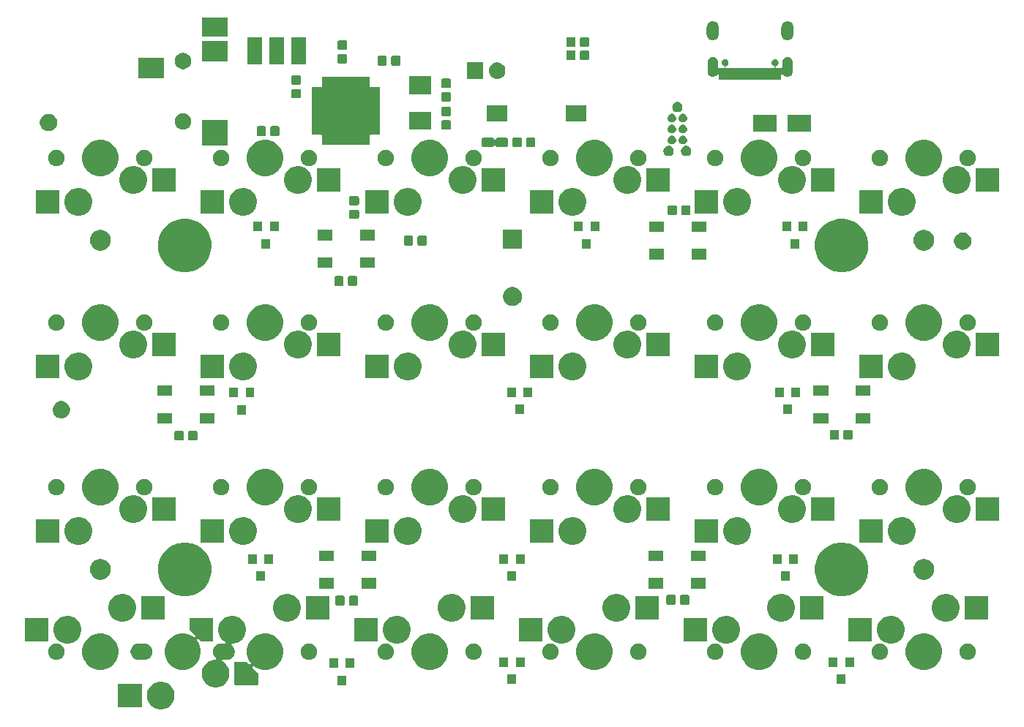
<source format=gbr>
%TF.GenerationSoftware,KiCad,Pcbnew,5.0.2-5.fc29*%
%TF.CreationDate,2019-03-27T11:46:12+01:00*%
%TF.ProjectId,vitamins_included,76697461-6d69-46e7-935f-696e636c7564,rev?*%
%TF.SameCoordinates,Original*%
%TF.FileFunction,Soldermask,Bot*%
%TF.FilePolarity,Negative*%
%FSLAX46Y46*%
G04 Gerber Fmt 4.6, Leading zero omitted, Abs format (unit mm)*
G04 Created by KiCad (PCBNEW 5.0.2-5.fc29) date 2019-03-27T11:46:12 CET*
%MOMM*%
%LPD*%
G01*
G04 APERTURE LIST*
%ADD10C,0.100000*%
G04 APERTURE END LIST*
D10*
G36*
X16951703Y-77541486D02*
X17242883Y-77662097D01*
X17504944Y-77837201D01*
X17727799Y-78060056D01*
X17902903Y-78322117D01*
X18023514Y-78613297D01*
X18085000Y-78922412D01*
X18085000Y-79237588D01*
X18023514Y-79546703D01*
X17902903Y-79837883D01*
X17727799Y-80099944D01*
X17504944Y-80322799D01*
X17242883Y-80497903D01*
X16951703Y-80618514D01*
X16642588Y-80680000D01*
X16327412Y-80680000D01*
X16018297Y-80618514D01*
X15727117Y-80497903D01*
X15465056Y-80322799D01*
X15242201Y-80099944D01*
X15067097Y-79837883D01*
X14946486Y-79546703D01*
X14885000Y-79237588D01*
X14885000Y-78922412D01*
X14946486Y-78613297D01*
X15067097Y-78322117D01*
X15242201Y-78060056D01*
X15465056Y-77837201D01*
X15727117Y-77662097D01*
X16018297Y-77541486D01*
X16327412Y-77480000D01*
X16642588Y-77480000D01*
X16951703Y-77541486D01*
X16951703Y-77541486D01*
G37*
G36*
X14310000Y-80430000D02*
X11560000Y-80430000D01*
X11560000Y-77730000D01*
X14310000Y-77730000D01*
X14310000Y-80430000D01*
X14310000Y-80430000D01*
G37*
G36*
X25206703Y-69921486D02*
X25497883Y-70042097D01*
X25759944Y-70217201D01*
X25982799Y-70440056D01*
X26157903Y-70702117D01*
X26278514Y-70993297D01*
X26340000Y-71302412D01*
X26340000Y-71617588D01*
X26278514Y-71926703D01*
X26157903Y-72217883D01*
X25982799Y-72479944D01*
X25759944Y-72702799D01*
X25497883Y-72877903D01*
X25206703Y-72998514D01*
X24897588Y-73060000D01*
X24810279Y-73060000D01*
X24785893Y-73062402D01*
X24762444Y-73069515D01*
X24740833Y-73081066D01*
X24721891Y-73096612D01*
X24706345Y-73115554D01*
X24694794Y-73137165D01*
X24687681Y-73160614D01*
X24685279Y-73185000D01*
X24687681Y-73209386D01*
X24694794Y-73232835D01*
X24706345Y-73254446D01*
X24721891Y-73273388D01*
X24842913Y-73394410D01*
X24946879Y-73550006D01*
X25018492Y-73722895D01*
X25055000Y-73906433D01*
X25055000Y-74093567D01*
X25018492Y-74277105D01*
X24946879Y-74449994D01*
X24842913Y-74605590D01*
X24710590Y-74737913D01*
X24554994Y-74841879D01*
X24382105Y-74913492D01*
X24260916Y-74937598D01*
X24198568Y-74950000D01*
X24011432Y-74950000D01*
X23949084Y-74937598D01*
X23827895Y-74913492D01*
X23827892Y-74913491D01*
X23820010Y-74911923D01*
X23811899Y-74909462D01*
X23787513Y-74907058D01*
X23763127Y-74909457D01*
X23755010Y-74911919D01*
X23747108Y-74913491D01*
X23747105Y-74913492D01*
X23683657Y-74926113D01*
X23660210Y-74933225D01*
X23638600Y-74944776D01*
X23619657Y-74960322D01*
X23604112Y-74979264D01*
X23592561Y-75000875D01*
X23585448Y-75024324D01*
X23583046Y-75048710D01*
X23585448Y-75073097D01*
X23592561Y-75096546D01*
X23604112Y-75118156D01*
X23619658Y-75137099D01*
X23638600Y-75152644D01*
X23854944Y-75297201D01*
X24077799Y-75520056D01*
X24252903Y-75782117D01*
X24373514Y-76073297D01*
X24435000Y-76382412D01*
X24435000Y-76697588D01*
X24373514Y-77006703D01*
X24252903Y-77297883D01*
X24077799Y-77559944D01*
X23854944Y-77782799D01*
X23592883Y-77957903D01*
X23301703Y-78078514D01*
X22992588Y-78140000D01*
X22677412Y-78140000D01*
X22368297Y-78078514D01*
X22077117Y-77957903D01*
X21815056Y-77782799D01*
X21592201Y-77559944D01*
X21417097Y-77297883D01*
X21296486Y-77006703D01*
X21235000Y-76697588D01*
X21235000Y-76382412D01*
X21296486Y-76073297D01*
X21417097Y-75782117D01*
X21592201Y-75520056D01*
X21815056Y-75297201D01*
X22077117Y-75122097D01*
X22368297Y-75001486D01*
X22677412Y-74940000D01*
X22764721Y-74940000D01*
X22789107Y-74937598D01*
X22812556Y-74930485D01*
X22834167Y-74918934D01*
X22853109Y-74903388D01*
X22868655Y-74884446D01*
X22880206Y-74862835D01*
X22887319Y-74839386D01*
X22889721Y-74815000D01*
X22887319Y-74790614D01*
X22880206Y-74767165D01*
X22868655Y-74745554D01*
X22853109Y-74726612D01*
X22732087Y-74605590D01*
X22628121Y-74449994D01*
X22556508Y-74277105D01*
X22520000Y-74093567D01*
X22520000Y-73906433D01*
X22556508Y-73722895D01*
X22628121Y-73550006D01*
X22732087Y-73394410D01*
X22864410Y-73262087D01*
X23020006Y-73158121D01*
X23192895Y-73086508D01*
X23350170Y-73055224D01*
X23376432Y-73050000D01*
X23563568Y-73050000D01*
X23589830Y-73055224D01*
X23747105Y-73086508D01*
X23747108Y-73086509D01*
X23754990Y-73088077D01*
X23763101Y-73090538D01*
X23787487Y-73092942D01*
X23811873Y-73090543D01*
X23819990Y-73088081D01*
X23827892Y-73086509D01*
X23827895Y-73086508D01*
X23891343Y-73073887D01*
X23914790Y-73066775D01*
X23936400Y-73055224D01*
X23955343Y-73039678D01*
X23970888Y-73020736D01*
X23982439Y-72999125D01*
X23989552Y-72975676D01*
X23991954Y-72951290D01*
X23989552Y-72926903D01*
X23982439Y-72903454D01*
X23970888Y-72881844D01*
X23955342Y-72862901D01*
X23936400Y-72847356D01*
X23720056Y-72702799D01*
X23497201Y-72479944D01*
X23322097Y-72217883D01*
X23201486Y-71926703D01*
X23140000Y-71617588D01*
X23140000Y-71302412D01*
X23201486Y-70993297D01*
X23322097Y-70702117D01*
X23497201Y-70440056D01*
X23720056Y-70217201D01*
X23982117Y-70042097D01*
X24273297Y-69921486D01*
X24582412Y-69860000D01*
X24897588Y-69860000D01*
X25206703Y-69921486D01*
X25206703Y-69921486D01*
G37*
G36*
X29162547Y-71980701D02*
X29544722Y-72139003D01*
X29544723Y-72139004D01*
X29888672Y-72368823D01*
X30181177Y-72661328D01*
X30325887Y-72877902D01*
X30410997Y-73005278D01*
X30569299Y-73387453D01*
X30650000Y-73793167D01*
X30650000Y-74206833D01*
X30569299Y-74612547D01*
X30410997Y-74994722D01*
X30374923Y-75048710D01*
X30181177Y-75338672D01*
X29888672Y-75631177D01*
X29706562Y-75752859D01*
X29544722Y-75860997D01*
X29162547Y-76019299D01*
X28756833Y-76100000D01*
X28343167Y-76100000D01*
X27937453Y-76019299D01*
X27555278Y-75860997D01*
X27274386Y-75673311D01*
X27252775Y-75661760D01*
X27229326Y-75654647D01*
X27204940Y-75652245D01*
X27180554Y-75654647D01*
X27157105Y-75661760D01*
X27135494Y-75673311D01*
X27116552Y-75688857D01*
X27101006Y-75707799D01*
X27089455Y-75729410D01*
X27082342Y-75752859D01*
X27079940Y-75777245D01*
X27082342Y-75801631D01*
X27089455Y-75825080D01*
X27101006Y-75846691D01*
X27117431Y-75866504D01*
X27726380Y-76463513D01*
X27730336Y-76468237D01*
X27730346Y-76468247D01*
X27742993Y-76483350D01*
X27752450Y-76500629D01*
X27752451Y-76500632D01*
X27758260Y-76519121D01*
X27758260Y-76519124D01*
X27758354Y-76519422D01*
X27760484Y-76540000D01*
X27760484Y-76540607D01*
X27761089Y-76546452D01*
X27761089Y-77783862D01*
X27758554Y-77809605D01*
X27752836Y-77828453D01*
X27743552Y-77845822D01*
X27731053Y-77861053D01*
X27715822Y-77873552D01*
X27698453Y-77882836D01*
X27679605Y-77888554D01*
X27653862Y-77891089D01*
X25116138Y-77891089D01*
X25090395Y-77888554D01*
X25071547Y-77882836D01*
X25054178Y-77873552D01*
X25038947Y-77861053D01*
X25026448Y-77845822D01*
X25017164Y-77828453D01*
X25011446Y-77809605D01*
X25008911Y-77783862D01*
X25008911Y-75296138D01*
X25011446Y-75270395D01*
X25017164Y-75251547D01*
X25026448Y-75234178D01*
X25038947Y-75218947D01*
X25054178Y-75206448D01*
X25071547Y-75197164D01*
X25090395Y-75191446D01*
X25116138Y-75188911D01*
X26378862Y-75188911D01*
X26404605Y-75191446D01*
X26423453Y-75197164D01*
X26441098Y-75206595D01*
X26459936Y-75221900D01*
X26701663Y-75458887D01*
X26720758Y-75474244D01*
X26742482Y-75485581D01*
X26766001Y-75492462D01*
X26790410Y-75494622D01*
X26814771Y-75491979D01*
X26838149Y-75484634D01*
X26859644Y-75472869D01*
X26878431Y-75457137D01*
X26893788Y-75438042D01*
X26905125Y-75416318D01*
X26912006Y-75392799D01*
X26914166Y-75368390D01*
X26911523Y-75344029D01*
X26904178Y-75320651D01*
X26893108Y-75300187D01*
X26757040Y-75096546D01*
X26689004Y-74994724D01*
X26530701Y-74612547D01*
X26450000Y-74206833D01*
X26450000Y-73793167D01*
X26530701Y-73387453D01*
X26689003Y-73005278D01*
X26774113Y-72877902D01*
X26918823Y-72661328D01*
X27211328Y-72368823D01*
X27555277Y-72139004D01*
X27555278Y-72139003D01*
X27937453Y-71980701D01*
X28343167Y-71900000D01*
X28756833Y-71900000D01*
X29162547Y-71980701D01*
X29162547Y-71980701D01*
G37*
G36*
X37923000Y-77884000D02*
X36923000Y-77884000D01*
X36923000Y-76784000D01*
X37923000Y-76784000D01*
X37923000Y-77884000D01*
X37923000Y-77884000D01*
G37*
G36*
X57608000Y-77757000D02*
X56608000Y-77757000D01*
X56608000Y-76657000D01*
X57608000Y-76657000D01*
X57608000Y-77757000D01*
X57608000Y-77757000D01*
G37*
G36*
X95708000Y-77757000D02*
X94708000Y-77757000D01*
X94708000Y-76657000D01*
X95708000Y-76657000D01*
X95708000Y-77757000D01*
X95708000Y-77757000D01*
G37*
G36*
X10112547Y-71980701D02*
X10494722Y-72139003D01*
X10494723Y-72139004D01*
X10838672Y-72368823D01*
X11131177Y-72661328D01*
X11275887Y-72877902D01*
X11360997Y-73005278D01*
X11519299Y-73387453D01*
X11600000Y-73793167D01*
X11600000Y-74206833D01*
X11519299Y-74612547D01*
X11360997Y-74994722D01*
X11324923Y-75048710D01*
X11131177Y-75338672D01*
X10838672Y-75631177D01*
X10656562Y-75752859D01*
X10494722Y-75860997D01*
X10112547Y-76019299D01*
X9706833Y-76100000D01*
X9293167Y-76100000D01*
X8887453Y-76019299D01*
X8505278Y-75860997D01*
X8343438Y-75752859D01*
X8161328Y-75631177D01*
X7868823Y-75338672D01*
X7675077Y-75048710D01*
X7639003Y-74994722D01*
X7480701Y-74612547D01*
X7400000Y-74206833D01*
X7400000Y-73793167D01*
X7480701Y-73387453D01*
X7639003Y-73005278D01*
X7724113Y-72877902D01*
X7868823Y-72661328D01*
X8161328Y-72368823D01*
X8505277Y-72139004D01*
X8505278Y-72139003D01*
X8887453Y-71980701D01*
X9293167Y-71900000D01*
X9706833Y-71900000D01*
X10112547Y-71980701D01*
X10112547Y-71980701D01*
G37*
G36*
X105362547Y-71980701D02*
X105744722Y-72139003D01*
X105744723Y-72139004D01*
X106088672Y-72368823D01*
X106381177Y-72661328D01*
X106525887Y-72877902D01*
X106610997Y-73005278D01*
X106769299Y-73387453D01*
X106850000Y-73793167D01*
X106850000Y-74206833D01*
X106769299Y-74612547D01*
X106610997Y-74994722D01*
X106574923Y-75048710D01*
X106381177Y-75338672D01*
X106088672Y-75631177D01*
X105906562Y-75752859D01*
X105744722Y-75860997D01*
X105362547Y-76019299D01*
X104956833Y-76100000D01*
X104543167Y-76100000D01*
X104137453Y-76019299D01*
X103755278Y-75860997D01*
X103593438Y-75752859D01*
X103411328Y-75631177D01*
X103118823Y-75338672D01*
X102925077Y-75048710D01*
X102889003Y-74994722D01*
X102730701Y-74612547D01*
X102650000Y-74206833D01*
X102650000Y-73793167D01*
X102730701Y-73387453D01*
X102889003Y-73005278D01*
X102974113Y-72877902D01*
X103118823Y-72661328D01*
X103411328Y-72368823D01*
X103755277Y-72139004D01*
X103755278Y-72139003D01*
X104137453Y-71980701D01*
X104543167Y-71900000D01*
X104956833Y-71900000D01*
X105362547Y-71980701D01*
X105362547Y-71980701D01*
G37*
G36*
X22484605Y-70111446D02*
X22503453Y-70117164D01*
X22520822Y-70126448D01*
X22536053Y-70138947D01*
X22548552Y-70154178D01*
X22557836Y-70171547D01*
X22563554Y-70190395D01*
X22566089Y-70216138D01*
X22566089Y-72703862D01*
X22563554Y-72729605D01*
X22557836Y-72748453D01*
X22548552Y-72765822D01*
X22536053Y-72781053D01*
X22520822Y-72793552D01*
X22503453Y-72802836D01*
X22484605Y-72808554D01*
X22458862Y-72811089D01*
X21196138Y-72811089D01*
X21170395Y-72808554D01*
X21151547Y-72802836D01*
X21133902Y-72793405D01*
X21115064Y-72778100D01*
X20873337Y-72541113D01*
X20854242Y-72525756D01*
X20832518Y-72514419D01*
X20808999Y-72507538D01*
X20784590Y-72505378D01*
X20760229Y-72508021D01*
X20736851Y-72515366D01*
X20715356Y-72527131D01*
X20696569Y-72542863D01*
X20681212Y-72561958D01*
X20669875Y-72583682D01*
X20662994Y-72607201D01*
X20660834Y-72631610D01*
X20663477Y-72655971D01*
X20670822Y-72679349D01*
X20681892Y-72699813D01*
X20756244Y-72811089D01*
X20885996Y-73005276D01*
X21044299Y-73387453D01*
X21125000Y-73793167D01*
X21125000Y-74206833D01*
X21044299Y-74612547D01*
X20885997Y-74994722D01*
X20849923Y-75048710D01*
X20656177Y-75338672D01*
X20363672Y-75631177D01*
X20181562Y-75752859D01*
X20019722Y-75860997D01*
X19637547Y-76019299D01*
X19231833Y-76100000D01*
X18818167Y-76100000D01*
X18412453Y-76019299D01*
X18030278Y-75860997D01*
X17868438Y-75752859D01*
X17686328Y-75631177D01*
X17393823Y-75338672D01*
X17200077Y-75048710D01*
X17164003Y-74994722D01*
X17005701Y-74612547D01*
X16925000Y-74206833D01*
X16925000Y-73793167D01*
X17005701Y-73387453D01*
X17164003Y-73005278D01*
X17249113Y-72877902D01*
X17393823Y-72661328D01*
X17686328Y-72368823D01*
X18030277Y-72139004D01*
X18030278Y-72139003D01*
X18412453Y-71980701D01*
X18818167Y-71900000D01*
X19231833Y-71900000D01*
X19637547Y-71980701D01*
X20019722Y-72139003D01*
X20300614Y-72326689D01*
X20322225Y-72338240D01*
X20345674Y-72345353D01*
X20370060Y-72347755D01*
X20394446Y-72345353D01*
X20417895Y-72338240D01*
X20439506Y-72326689D01*
X20458448Y-72311143D01*
X20473994Y-72292201D01*
X20485545Y-72270590D01*
X20492658Y-72247141D01*
X20495060Y-72222755D01*
X20492658Y-72198369D01*
X20485545Y-72174920D01*
X20473994Y-72153309D01*
X20457569Y-72133496D01*
X19848620Y-71536487D01*
X19844664Y-71531763D01*
X19844654Y-71531753D01*
X19832007Y-71516650D01*
X19822550Y-71499371D01*
X19822549Y-71499368D01*
X19816740Y-71480879D01*
X19816740Y-71480876D01*
X19816646Y-71480578D01*
X19814516Y-71460000D01*
X19814516Y-71459393D01*
X19813911Y-71453548D01*
X19813911Y-70216138D01*
X19816446Y-70190395D01*
X19822164Y-70171547D01*
X19831448Y-70154178D01*
X19843947Y-70138947D01*
X19859178Y-70126448D01*
X19876547Y-70117164D01*
X19895395Y-70111446D01*
X19921138Y-70108911D01*
X22458862Y-70108911D01*
X22484605Y-70111446D01*
X22484605Y-70111446D01*
G37*
G36*
X48212547Y-71980701D02*
X48594722Y-72139003D01*
X48594723Y-72139004D01*
X48938672Y-72368823D01*
X49231177Y-72661328D01*
X49375887Y-72877902D01*
X49460997Y-73005278D01*
X49619299Y-73387453D01*
X49700000Y-73793167D01*
X49700000Y-74206833D01*
X49619299Y-74612547D01*
X49460997Y-74994722D01*
X49424923Y-75048710D01*
X49231177Y-75338672D01*
X48938672Y-75631177D01*
X48756562Y-75752859D01*
X48594722Y-75860997D01*
X48212547Y-76019299D01*
X47806833Y-76100000D01*
X47393167Y-76100000D01*
X46987453Y-76019299D01*
X46605278Y-75860997D01*
X46443438Y-75752859D01*
X46261328Y-75631177D01*
X45968823Y-75338672D01*
X45775077Y-75048710D01*
X45739003Y-74994722D01*
X45580701Y-74612547D01*
X45500000Y-74206833D01*
X45500000Y-73793167D01*
X45580701Y-73387453D01*
X45739003Y-73005278D01*
X45824113Y-72877902D01*
X45968823Y-72661328D01*
X46261328Y-72368823D01*
X46605277Y-72139004D01*
X46605278Y-72139003D01*
X46987453Y-71980701D01*
X47393167Y-71900000D01*
X47806833Y-71900000D01*
X48212547Y-71980701D01*
X48212547Y-71980701D01*
G37*
G36*
X86312547Y-71980701D02*
X86694722Y-72139003D01*
X86694723Y-72139004D01*
X87038672Y-72368823D01*
X87331177Y-72661328D01*
X87475887Y-72877902D01*
X87560997Y-73005278D01*
X87719299Y-73387453D01*
X87800000Y-73793167D01*
X87800000Y-74206833D01*
X87719299Y-74612547D01*
X87560997Y-74994722D01*
X87524923Y-75048710D01*
X87331177Y-75338672D01*
X87038672Y-75631177D01*
X86856562Y-75752859D01*
X86694722Y-75860997D01*
X86312547Y-76019299D01*
X85906833Y-76100000D01*
X85493167Y-76100000D01*
X85087453Y-76019299D01*
X84705278Y-75860997D01*
X84543438Y-75752859D01*
X84361328Y-75631177D01*
X84068823Y-75338672D01*
X83875077Y-75048710D01*
X83839003Y-74994722D01*
X83680701Y-74612547D01*
X83600000Y-74206833D01*
X83600000Y-73793167D01*
X83680701Y-73387453D01*
X83839003Y-73005278D01*
X83924113Y-72877902D01*
X84068823Y-72661328D01*
X84361328Y-72368823D01*
X84705277Y-72139004D01*
X84705278Y-72139003D01*
X85087453Y-71980701D01*
X85493167Y-71900000D01*
X85906833Y-71900000D01*
X86312547Y-71980701D01*
X86312547Y-71980701D01*
G37*
G36*
X67262547Y-71980701D02*
X67644722Y-72139003D01*
X67644723Y-72139004D01*
X67988672Y-72368823D01*
X68281177Y-72661328D01*
X68425887Y-72877902D01*
X68510997Y-73005278D01*
X68669299Y-73387453D01*
X68750000Y-73793167D01*
X68750000Y-74206833D01*
X68669299Y-74612547D01*
X68510997Y-74994722D01*
X68474923Y-75048710D01*
X68281177Y-75338672D01*
X67988672Y-75631177D01*
X67806562Y-75752859D01*
X67644722Y-75860997D01*
X67262547Y-76019299D01*
X66856833Y-76100000D01*
X66443167Y-76100000D01*
X66037453Y-76019299D01*
X65655278Y-75860997D01*
X65493438Y-75752859D01*
X65311328Y-75631177D01*
X65018823Y-75338672D01*
X64825077Y-75048710D01*
X64789003Y-74994722D01*
X64630701Y-74612547D01*
X64550000Y-74206833D01*
X64550000Y-73793167D01*
X64630701Y-73387453D01*
X64789003Y-73005278D01*
X64874113Y-72877902D01*
X65018823Y-72661328D01*
X65311328Y-72368823D01*
X65655277Y-72139004D01*
X65655278Y-72139003D01*
X66037453Y-71980701D01*
X66443167Y-71900000D01*
X66856833Y-71900000D01*
X67262547Y-71980701D01*
X67262547Y-71980701D01*
G37*
G36*
X36973000Y-75884000D02*
X35973000Y-75884000D01*
X35973000Y-74784000D01*
X36973000Y-74784000D01*
X36973000Y-75884000D01*
X36973000Y-75884000D01*
G37*
G36*
X38873000Y-75884000D02*
X37873000Y-75884000D01*
X37873000Y-74784000D01*
X38873000Y-74784000D01*
X38873000Y-75884000D01*
X38873000Y-75884000D01*
G37*
G36*
X58558000Y-75757000D02*
X57558000Y-75757000D01*
X57558000Y-74657000D01*
X58558000Y-74657000D01*
X58558000Y-75757000D01*
X58558000Y-75757000D01*
G37*
G36*
X56658000Y-75757000D02*
X55658000Y-75757000D01*
X55658000Y-74657000D01*
X56658000Y-74657000D01*
X56658000Y-75757000D01*
X56658000Y-75757000D01*
G37*
G36*
X94758000Y-75757000D02*
X93758000Y-75757000D01*
X93758000Y-74657000D01*
X94758000Y-74657000D01*
X94758000Y-75757000D01*
X94758000Y-75757000D01*
G37*
G36*
X96658000Y-75757000D02*
X95658000Y-75757000D01*
X95658000Y-74657000D01*
X96658000Y-74657000D01*
X96658000Y-75757000D01*
X96658000Y-75757000D01*
G37*
G36*
X33749830Y-73055224D02*
X33907105Y-73086508D01*
X34079994Y-73158121D01*
X34235590Y-73262087D01*
X34367913Y-73394410D01*
X34471879Y-73550006D01*
X34543492Y-73722895D01*
X34580000Y-73906433D01*
X34580000Y-74093567D01*
X34543492Y-74277105D01*
X34471879Y-74449994D01*
X34367913Y-74605590D01*
X34235590Y-74737913D01*
X34079994Y-74841879D01*
X33907105Y-74913492D01*
X33785916Y-74937598D01*
X33723568Y-74950000D01*
X33536432Y-74950000D01*
X33474084Y-74937598D01*
X33352895Y-74913492D01*
X33180006Y-74841879D01*
X33024410Y-74737913D01*
X32892087Y-74605590D01*
X32788121Y-74449994D01*
X32716508Y-74277105D01*
X32680000Y-74093567D01*
X32680000Y-73906433D01*
X32716508Y-73722895D01*
X32788121Y-73550006D01*
X32892087Y-73394410D01*
X33024410Y-73262087D01*
X33180006Y-73158121D01*
X33352895Y-73086508D01*
X33510170Y-73055224D01*
X33536432Y-73050000D01*
X33723568Y-73050000D01*
X33749830Y-73055224D01*
X33749830Y-73055224D01*
G37*
G36*
X4539830Y-73055224D02*
X4697105Y-73086508D01*
X4869994Y-73158121D01*
X5025590Y-73262087D01*
X5157913Y-73394410D01*
X5261879Y-73550006D01*
X5333492Y-73722895D01*
X5370000Y-73906433D01*
X5370000Y-74093567D01*
X5333492Y-74277105D01*
X5261879Y-74449994D01*
X5157913Y-74605590D01*
X5025590Y-74737913D01*
X4869994Y-74841879D01*
X4697105Y-74913492D01*
X4575916Y-74937598D01*
X4513568Y-74950000D01*
X4326432Y-74950000D01*
X4264084Y-74937598D01*
X4142895Y-74913492D01*
X3970006Y-74841879D01*
X3814410Y-74737913D01*
X3682087Y-74605590D01*
X3578121Y-74449994D01*
X3506508Y-74277105D01*
X3470000Y-74093567D01*
X3470000Y-73906433D01*
X3506508Y-73722895D01*
X3578121Y-73550006D01*
X3682087Y-73394410D01*
X3814410Y-73262087D01*
X3970006Y-73158121D01*
X4142895Y-73086508D01*
X4300170Y-73055224D01*
X4326432Y-73050000D01*
X4513568Y-73050000D01*
X4539830Y-73055224D01*
X4539830Y-73055224D01*
G37*
G36*
X99789830Y-73055224D02*
X99947105Y-73086508D01*
X100119994Y-73158121D01*
X100275590Y-73262087D01*
X100407913Y-73394410D01*
X100511879Y-73550006D01*
X100583492Y-73722895D01*
X100620000Y-73906433D01*
X100620000Y-74093567D01*
X100583492Y-74277105D01*
X100511879Y-74449994D01*
X100407913Y-74605590D01*
X100275590Y-74737913D01*
X100119994Y-74841879D01*
X99947105Y-74913492D01*
X99825916Y-74937598D01*
X99763568Y-74950000D01*
X99576432Y-74950000D01*
X99514084Y-74937598D01*
X99392895Y-74913492D01*
X99220006Y-74841879D01*
X99064410Y-74737913D01*
X98932087Y-74605590D01*
X98828121Y-74449994D01*
X98756508Y-74277105D01*
X98720000Y-74093567D01*
X98720000Y-73906433D01*
X98756508Y-73722895D01*
X98828121Y-73550006D01*
X98932087Y-73394410D01*
X99064410Y-73262087D01*
X99220006Y-73158121D01*
X99392895Y-73086508D01*
X99550170Y-73055224D01*
X99576432Y-73050000D01*
X99763568Y-73050000D01*
X99789830Y-73055224D01*
X99789830Y-73055224D01*
G37*
G36*
X14064830Y-73055224D02*
X14222105Y-73086508D01*
X14222108Y-73086509D01*
X14229990Y-73088077D01*
X14238101Y-73090538D01*
X14262487Y-73092942D01*
X14286873Y-73090543D01*
X14294992Y-73088080D01*
X14486432Y-73050000D01*
X14673568Y-73050000D01*
X14699830Y-73055224D01*
X14857105Y-73086508D01*
X15029994Y-73158121D01*
X15185590Y-73262087D01*
X15317913Y-73394410D01*
X15421879Y-73550006D01*
X15493492Y-73722895D01*
X15530000Y-73906433D01*
X15530000Y-74093567D01*
X15493492Y-74277105D01*
X15421879Y-74449994D01*
X15317913Y-74605590D01*
X15185590Y-74737913D01*
X15029994Y-74841879D01*
X14857105Y-74913492D01*
X14735916Y-74937598D01*
X14673568Y-74950000D01*
X14486432Y-74950000D01*
X14424084Y-74937598D01*
X14302895Y-74913492D01*
X14302892Y-74913491D01*
X14295010Y-74911923D01*
X14286899Y-74909462D01*
X14262513Y-74907058D01*
X14238127Y-74909457D01*
X14230008Y-74911920D01*
X14038568Y-74950000D01*
X13851432Y-74950000D01*
X13789084Y-74937598D01*
X13667895Y-74913492D01*
X13495006Y-74841879D01*
X13339410Y-74737913D01*
X13207087Y-74605590D01*
X13103121Y-74449994D01*
X13031508Y-74277105D01*
X12995000Y-74093567D01*
X12995000Y-73906433D01*
X13031508Y-73722895D01*
X13103121Y-73550006D01*
X13207087Y-73394410D01*
X13339410Y-73262087D01*
X13495006Y-73158121D01*
X13667895Y-73086508D01*
X13825170Y-73055224D01*
X13851432Y-73050000D01*
X14038568Y-73050000D01*
X14064830Y-73055224D01*
X14064830Y-73055224D01*
G37*
G36*
X42639830Y-73055224D02*
X42797105Y-73086508D01*
X42969994Y-73158121D01*
X43125590Y-73262087D01*
X43257913Y-73394410D01*
X43361879Y-73550006D01*
X43433492Y-73722895D01*
X43470000Y-73906433D01*
X43470000Y-74093567D01*
X43433492Y-74277105D01*
X43361879Y-74449994D01*
X43257913Y-74605590D01*
X43125590Y-74737913D01*
X42969994Y-74841879D01*
X42797105Y-74913492D01*
X42675916Y-74937598D01*
X42613568Y-74950000D01*
X42426432Y-74950000D01*
X42364084Y-74937598D01*
X42242895Y-74913492D01*
X42070006Y-74841879D01*
X41914410Y-74737913D01*
X41782087Y-74605590D01*
X41678121Y-74449994D01*
X41606508Y-74277105D01*
X41570000Y-74093567D01*
X41570000Y-73906433D01*
X41606508Y-73722895D01*
X41678121Y-73550006D01*
X41782087Y-73394410D01*
X41914410Y-73262087D01*
X42070006Y-73158121D01*
X42242895Y-73086508D01*
X42400170Y-73055224D01*
X42426432Y-73050000D01*
X42613568Y-73050000D01*
X42639830Y-73055224D01*
X42639830Y-73055224D01*
G37*
G36*
X80739830Y-73055224D02*
X80897105Y-73086508D01*
X81069994Y-73158121D01*
X81225590Y-73262087D01*
X81357913Y-73394410D01*
X81461879Y-73550006D01*
X81533492Y-73722895D01*
X81570000Y-73906433D01*
X81570000Y-74093567D01*
X81533492Y-74277105D01*
X81461879Y-74449994D01*
X81357913Y-74605590D01*
X81225590Y-74737913D01*
X81069994Y-74841879D01*
X80897105Y-74913492D01*
X80775916Y-74937598D01*
X80713568Y-74950000D01*
X80526432Y-74950000D01*
X80464084Y-74937598D01*
X80342895Y-74913492D01*
X80170006Y-74841879D01*
X80014410Y-74737913D01*
X79882087Y-74605590D01*
X79778121Y-74449994D01*
X79706508Y-74277105D01*
X79670000Y-74093567D01*
X79670000Y-73906433D01*
X79706508Y-73722895D01*
X79778121Y-73550006D01*
X79882087Y-73394410D01*
X80014410Y-73262087D01*
X80170006Y-73158121D01*
X80342895Y-73086508D01*
X80500170Y-73055224D01*
X80526432Y-73050000D01*
X80713568Y-73050000D01*
X80739830Y-73055224D01*
X80739830Y-73055224D01*
G37*
G36*
X109949830Y-73055224D02*
X110107105Y-73086508D01*
X110279994Y-73158121D01*
X110435590Y-73262087D01*
X110567913Y-73394410D01*
X110671879Y-73550006D01*
X110743492Y-73722895D01*
X110780000Y-73906433D01*
X110780000Y-74093567D01*
X110743492Y-74277105D01*
X110671879Y-74449994D01*
X110567913Y-74605590D01*
X110435590Y-74737913D01*
X110279994Y-74841879D01*
X110107105Y-74913492D01*
X109985916Y-74937598D01*
X109923568Y-74950000D01*
X109736432Y-74950000D01*
X109674084Y-74937598D01*
X109552895Y-74913492D01*
X109380006Y-74841879D01*
X109224410Y-74737913D01*
X109092087Y-74605590D01*
X108988121Y-74449994D01*
X108916508Y-74277105D01*
X108880000Y-74093567D01*
X108880000Y-73906433D01*
X108916508Y-73722895D01*
X108988121Y-73550006D01*
X109092087Y-73394410D01*
X109224410Y-73262087D01*
X109380006Y-73158121D01*
X109552895Y-73086508D01*
X109710170Y-73055224D01*
X109736432Y-73050000D01*
X109923568Y-73050000D01*
X109949830Y-73055224D01*
X109949830Y-73055224D01*
G37*
G36*
X90899830Y-73055224D02*
X91057105Y-73086508D01*
X91229994Y-73158121D01*
X91385590Y-73262087D01*
X91517913Y-73394410D01*
X91621879Y-73550006D01*
X91693492Y-73722895D01*
X91730000Y-73906433D01*
X91730000Y-74093567D01*
X91693492Y-74277105D01*
X91621879Y-74449994D01*
X91517913Y-74605590D01*
X91385590Y-74737913D01*
X91229994Y-74841879D01*
X91057105Y-74913492D01*
X90935916Y-74937598D01*
X90873568Y-74950000D01*
X90686432Y-74950000D01*
X90624084Y-74937598D01*
X90502895Y-74913492D01*
X90330006Y-74841879D01*
X90174410Y-74737913D01*
X90042087Y-74605590D01*
X89938121Y-74449994D01*
X89866508Y-74277105D01*
X89830000Y-74093567D01*
X89830000Y-73906433D01*
X89866508Y-73722895D01*
X89938121Y-73550006D01*
X90042087Y-73394410D01*
X90174410Y-73262087D01*
X90330006Y-73158121D01*
X90502895Y-73086508D01*
X90660170Y-73055224D01*
X90686432Y-73050000D01*
X90873568Y-73050000D01*
X90899830Y-73055224D01*
X90899830Y-73055224D01*
G37*
G36*
X71849830Y-73055224D02*
X72007105Y-73086508D01*
X72179994Y-73158121D01*
X72335590Y-73262087D01*
X72467913Y-73394410D01*
X72571879Y-73550006D01*
X72643492Y-73722895D01*
X72680000Y-73906433D01*
X72680000Y-74093567D01*
X72643492Y-74277105D01*
X72571879Y-74449994D01*
X72467913Y-74605590D01*
X72335590Y-74737913D01*
X72179994Y-74841879D01*
X72007105Y-74913492D01*
X71885916Y-74937598D01*
X71823568Y-74950000D01*
X71636432Y-74950000D01*
X71574084Y-74937598D01*
X71452895Y-74913492D01*
X71280006Y-74841879D01*
X71124410Y-74737913D01*
X70992087Y-74605590D01*
X70888121Y-74449994D01*
X70816508Y-74277105D01*
X70780000Y-74093567D01*
X70780000Y-73906433D01*
X70816508Y-73722895D01*
X70888121Y-73550006D01*
X70992087Y-73394410D01*
X71124410Y-73262087D01*
X71280006Y-73158121D01*
X71452895Y-73086508D01*
X71610170Y-73055224D01*
X71636432Y-73050000D01*
X71823568Y-73050000D01*
X71849830Y-73055224D01*
X71849830Y-73055224D01*
G37*
G36*
X61689830Y-73055224D02*
X61847105Y-73086508D01*
X62019994Y-73158121D01*
X62175590Y-73262087D01*
X62307913Y-73394410D01*
X62411879Y-73550006D01*
X62483492Y-73722895D01*
X62520000Y-73906433D01*
X62520000Y-74093567D01*
X62483492Y-74277105D01*
X62411879Y-74449994D01*
X62307913Y-74605590D01*
X62175590Y-74737913D01*
X62019994Y-74841879D01*
X61847105Y-74913492D01*
X61725916Y-74937598D01*
X61663568Y-74950000D01*
X61476432Y-74950000D01*
X61414084Y-74937598D01*
X61292895Y-74913492D01*
X61120006Y-74841879D01*
X60964410Y-74737913D01*
X60832087Y-74605590D01*
X60728121Y-74449994D01*
X60656508Y-74277105D01*
X60620000Y-74093567D01*
X60620000Y-73906433D01*
X60656508Y-73722895D01*
X60728121Y-73550006D01*
X60832087Y-73394410D01*
X60964410Y-73262087D01*
X61120006Y-73158121D01*
X61292895Y-73086508D01*
X61450170Y-73055224D01*
X61476432Y-73050000D01*
X61663568Y-73050000D01*
X61689830Y-73055224D01*
X61689830Y-73055224D01*
G37*
G36*
X52799830Y-73055224D02*
X52957105Y-73086508D01*
X53129994Y-73158121D01*
X53285590Y-73262087D01*
X53417913Y-73394410D01*
X53521879Y-73550006D01*
X53593492Y-73722895D01*
X53630000Y-73906433D01*
X53630000Y-74093567D01*
X53593492Y-74277105D01*
X53521879Y-74449994D01*
X53417913Y-74605590D01*
X53285590Y-74737913D01*
X53129994Y-74841879D01*
X52957105Y-74913492D01*
X52835916Y-74937598D01*
X52773568Y-74950000D01*
X52586432Y-74950000D01*
X52524084Y-74937598D01*
X52402895Y-74913492D01*
X52230006Y-74841879D01*
X52074410Y-74737913D01*
X51942087Y-74605590D01*
X51838121Y-74449994D01*
X51766508Y-74277105D01*
X51730000Y-74093567D01*
X51730000Y-73906433D01*
X51766508Y-73722895D01*
X51838121Y-73550006D01*
X51942087Y-73394410D01*
X52074410Y-73262087D01*
X52230006Y-73158121D01*
X52402895Y-73086508D01*
X52560170Y-73055224D01*
X52586432Y-73050000D01*
X52773568Y-73050000D01*
X52799830Y-73055224D01*
X52799830Y-73055224D01*
G37*
G36*
X44256703Y-69921486D02*
X44547883Y-70042097D01*
X44809944Y-70217201D01*
X45032799Y-70440056D01*
X45207903Y-70702117D01*
X45328514Y-70993297D01*
X45390000Y-71302412D01*
X45390000Y-71617588D01*
X45328514Y-71926703D01*
X45207903Y-72217883D01*
X45032799Y-72479944D01*
X44809944Y-72702799D01*
X44547883Y-72877903D01*
X44256703Y-72998514D01*
X43947588Y-73060000D01*
X43632412Y-73060000D01*
X43323297Y-72998514D01*
X43032117Y-72877903D01*
X42770056Y-72702799D01*
X42547201Y-72479944D01*
X42372097Y-72217883D01*
X42251486Y-71926703D01*
X42190000Y-71617588D01*
X42190000Y-71302412D01*
X42251486Y-70993297D01*
X42372097Y-70702117D01*
X42547201Y-70440056D01*
X42770056Y-70217201D01*
X43032117Y-70042097D01*
X43323297Y-69921486D01*
X43632412Y-69860000D01*
X43947588Y-69860000D01*
X44256703Y-69921486D01*
X44256703Y-69921486D01*
G37*
G36*
X101406703Y-69921486D02*
X101697883Y-70042097D01*
X101959944Y-70217201D01*
X102182799Y-70440056D01*
X102357903Y-70702117D01*
X102478514Y-70993297D01*
X102540000Y-71302412D01*
X102540000Y-71617588D01*
X102478514Y-71926703D01*
X102357903Y-72217883D01*
X102182799Y-72479944D01*
X101959944Y-72702799D01*
X101697883Y-72877903D01*
X101406703Y-72998514D01*
X101097588Y-73060000D01*
X100782412Y-73060000D01*
X100473297Y-72998514D01*
X100182117Y-72877903D01*
X99920056Y-72702799D01*
X99697201Y-72479944D01*
X99522097Y-72217883D01*
X99401486Y-71926703D01*
X99340000Y-71617588D01*
X99340000Y-71302412D01*
X99401486Y-70993297D01*
X99522097Y-70702117D01*
X99697201Y-70440056D01*
X99920056Y-70217201D01*
X100182117Y-70042097D01*
X100473297Y-69921486D01*
X100782412Y-69860000D01*
X101097588Y-69860000D01*
X101406703Y-69921486D01*
X101406703Y-69921486D01*
G37*
G36*
X82356703Y-69921486D02*
X82647883Y-70042097D01*
X82909944Y-70217201D01*
X83132799Y-70440056D01*
X83307903Y-70702117D01*
X83428514Y-70993297D01*
X83490000Y-71302412D01*
X83490000Y-71617588D01*
X83428514Y-71926703D01*
X83307903Y-72217883D01*
X83132799Y-72479944D01*
X82909944Y-72702799D01*
X82647883Y-72877903D01*
X82356703Y-72998514D01*
X82047588Y-73060000D01*
X81732412Y-73060000D01*
X81423297Y-72998514D01*
X81132117Y-72877903D01*
X80870056Y-72702799D01*
X80647201Y-72479944D01*
X80472097Y-72217883D01*
X80351486Y-71926703D01*
X80290000Y-71617588D01*
X80290000Y-71302412D01*
X80351486Y-70993297D01*
X80472097Y-70702117D01*
X80647201Y-70440056D01*
X80870056Y-70217201D01*
X81132117Y-70042097D01*
X81423297Y-69921486D01*
X81732412Y-69860000D01*
X82047588Y-69860000D01*
X82356703Y-69921486D01*
X82356703Y-69921486D01*
G37*
G36*
X63306703Y-69921486D02*
X63597883Y-70042097D01*
X63859944Y-70217201D01*
X64082799Y-70440056D01*
X64257903Y-70702117D01*
X64378514Y-70993297D01*
X64440000Y-71302412D01*
X64440000Y-71617588D01*
X64378514Y-71926703D01*
X64257903Y-72217883D01*
X64082799Y-72479944D01*
X63859944Y-72702799D01*
X63597883Y-72877903D01*
X63306703Y-72998514D01*
X62997588Y-73060000D01*
X62682412Y-73060000D01*
X62373297Y-72998514D01*
X62082117Y-72877903D01*
X61820056Y-72702799D01*
X61597201Y-72479944D01*
X61422097Y-72217883D01*
X61301486Y-71926703D01*
X61240000Y-71617588D01*
X61240000Y-71302412D01*
X61301486Y-70993297D01*
X61422097Y-70702117D01*
X61597201Y-70440056D01*
X61820056Y-70217201D01*
X62082117Y-70042097D01*
X62373297Y-69921486D01*
X62682412Y-69860000D01*
X62997588Y-69860000D01*
X63306703Y-69921486D01*
X63306703Y-69921486D01*
G37*
G36*
X6156703Y-69921486D02*
X6447883Y-70042097D01*
X6709944Y-70217201D01*
X6932799Y-70440056D01*
X7107903Y-70702117D01*
X7228514Y-70993297D01*
X7290000Y-71302412D01*
X7290000Y-71617588D01*
X7228514Y-71926703D01*
X7107903Y-72217883D01*
X6932799Y-72479944D01*
X6709944Y-72702799D01*
X6447883Y-72877903D01*
X6156703Y-72998514D01*
X5847588Y-73060000D01*
X5532412Y-73060000D01*
X5223297Y-72998514D01*
X4932117Y-72877903D01*
X4670056Y-72702799D01*
X4447201Y-72479944D01*
X4272097Y-72217883D01*
X4151486Y-71926703D01*
X4090000Y-71617588D01*
X4090000Y-71302412D01*
X4151486Y-70993297D01*
X4272097Y-70702117D01*
X4447201Y-70440056D01*
X4670056Y-70217201D01*
X4932117Y-70042097D01*
X5223297Y-69921486D01*
X5532412Y-69860000D01*
X5847588Y-69860000D01*
X6156703Y-69921486D01*
X6156703Y-69921486D01*
G37*
G36*
X60665000Y-72810000D02*
X57915000Y-72810000D01*
X57915000Y-70110000D01*
X60665000Y-70110000D01*
X60665000Y-72810000D01*
X60665000Y-72810000D01*
G37*
G36*
X79715000Y-72810000D02*
X76965000Y-72810000D01*
X76965000Y-70110000D01*
X79715000Y-70110000D01*
X79715000Y-72810000D01*
X79715000Y-72810000D01*
G37*
G36*
X98765000Y-72810000D02*
X96015000Y-72810000D01*
X96015000Y-70110000D01*
X98765000Y-70110000D01*
X98765000Y-72810000D01*
X98765000Y-72810000D01*
G37*
G36*
X3515000Y-72810000D02*
X765000Y-72810000D01*
X765000Y-70110000D01*
X3515000Y-70110000D01*
X3515000Y-72810000D01*
X3515000Y-72810000D01*
G37*
G36*
X41615000Y-72810000D02*
X38865000Y-72810000D01*
X38865000Y-70110000D01*
X41615000Y-70110000D01*
X41615000Y-72810000D01*
X41615000Y-72810000D01*
G37*
G36*
X50606703Y-67381486D02*
X50897883Y-67502097D01*
X51159944Y-67677201D01*
X51382799Y-67900056D01*
X51557903Y-68162117D01*
X51678514Y-68453297D01*
X51740000Y-68762412D01*
X51740000Y-69077588D01*
X51678514Y-69386703D01*
X51557903Y-69677883D01*
X51382799Y-69939944D01*
X51159944Y-70162799D01*
X50897883Y-70337903D01*
X50606703Y-70458514D01*
X50297588Y-70520000D01*
X49982412Y-70520000D01*
X49673297Y-70458514D01*
X49382117Y-70337903D01*
X49120056Y-70162799D01*
X48897201Y-69939944D01*
X48722097Y-69677883D01*
X48601486Y-69386703D01*
X48540000Y-69077588D01*
X48540000Y-68762412D01*
X48601486Y-68453297D01*
X48722097Y-68162117D01*
X48897201Y-67900056D01*
X49120056Y-67677201D01*
X49382117Y-67502097D01*
X49673297Y-67381486D01*
X49982412Y-67320000D01*
X50297588Y-67320000D01*
X50606703Y-67381486D01*
X50606703Y-67381486D01*
G37*
G36*
X69656703Y-67381486D02*
X69947883Y-67502097D01*
X70209944Y-67677201D01*
X70432799Y-67900056D01*
X70607903Y-68162117D01*
X70728514Y-68453297D01*
X70790000Y-68762412D01*
X70790000Y-69077588D01*
X70728514Y-69386703D01*
X70607903Y-69677883D01*
X70432799Y-69939944D01*
X70209944Y-70162799D01*
X69947883Y-70337903D01*
X69656703Y-70458514D01*
X69347588Y-70520000D01*
X69032412Y-70520000D01*
X68723297Y-70458514D01*
X68432117Y-70337903D01*
X68170056Y-70162799D01*
X67947201Y-69939944D01*
X67772097Y-69677883D01*
X67651486Y-69386703D01*
X67590000Y-69077588D01*
X67590000Y-68762412D01*
X67651486Y-68453297D01*
X67772097Y-68162117D01*
X67947201Y-67900056D01*
X68170056Y-67677201D01*
X68432117Y-67502097D01*
X68723297Y-67381486D01*
X69032412Y-67320000D01*
X69347588Y-67320000D01*
X69656703Y-67381486D01*
X69656703Y-67381486D01*
G37*
G36*
X31556703Y-67381486D02*
X31847883Y-67502097D01*
X32109944Y-67677201D01*
X32332799Y-67900056D01*
X32507903Y-68162117D01*
X32628514Y-68453297D01*
X32690000Y-68762412D01*
X32690000Y-69077588D01*
X32628514Y-69386703D01*
X32507903Y-69677883D01*
X32332799Y-69939944D01*
X32109944Y-70162799D01*
X31847883Y-70337903D01*
X31556703Y-70458514D01*
X31247588Y-70520000D01*
X30932412Y-70520000D01*
X30623297Y-70458514D01*
X30332117Y-70337903D01*
X30070056Y-70162799D01*
X29847201Y-69939944D01*
X29672097Y-69677883D01*
X29551486Y-69386703D01*
X29490000Y-69077588D01*
X29490000Y-68762412D01*
X29551486Y-68453297D01*
X29672097Y-68162117D01*
X29847201Y-67900056D01*
X30070056Y-67677201D01*
X30332117Y-67502097D01*
X30623297Y-67381486D01*
X30932412Y-67320000D01*
X31247588Y-67320000D01*
X31556703Y-67381486D01*
X31556703Y-67381486D01*
G37*
G36*
X12506703Y-67381486D02*
X12797883Y-67502097D01*
X13059944Y-67677201D01*
X13282799Y-67900056D01*
X13457903Y-68162117D01*
X13578514Y-68453297D01*
X13640000Y-68762412D01*
X13640000Y-69077588D01*
X13578514Y-69386703D01*
X13457903Y-69677883D01*
X13282799Y-69939944D01*
X13059944Y-70162799D01*
X12797883Y-70337903D01*
X12506703Y-70458514D01*
X12197588Y-70520000D01*
X11882412Y-70520000D01*
X11573297Y-70458514D01*
X11282117Y-70337903D01*
X11020056Y-70162799D01*
X10797201Y-69939944D01*
X10622097Y-69677883D01*
X10501486Y-69386703D01*
X10440000Y-69077588D01*
X10440000Y-68762412D01*
X10501486Y-68453297D01*
X10622097Y-68162117D01*
X10797201Y-67900056D01*
X11020056Y-67677201D01*
X11282117Y-67502097D01*
X11573297Y-67381486D01*
X11882412Y-67320000D01*
X12197588Y-67320000D01*
X12506703Y-67381486D01*
X12506703Y-67381486D01*
G37*
G36*
X107756703Y-67381486D02*
X108047883Y-67502097D01*
X108309944Y-67677201D01*
X108532799Y-67900056D01*
X108707903Y-68162117D01*
X108828514Y-68453297D01*
X108890000Y-68762412D01*
X108890000Y-69077588D01*
X108828514Y-69386703D01*
X108707903Y-69677883D01*
X108532799Y-69939944D01*
X108309944Y-70162799D01*
X108047883Y-70337903D01*
X107756703Y-70458514D01*
X107447588Y-70520000D01*
X107132412Y-70520000D01*
X106823297Y-70458514D01*
X106532117Y-70337903D01*
X106270056Y-70162799D01*
X106047201Y-69939944D01*
X105872097Y-69677883D01*
X105751486Y-69386703D01*
X105690000Y-69077588D01*
X105690000Y-68762412D01*
X105751486Y-68453297D01*
X105872097Y-68162117D01*
X106047201Y-67900056D01*
X106270056Y-67677201D01*
X106532117Y-67502097D01*
X106823297Y-67381486D01*
X107132412Y-67320000D01*
X107447588Y-67320000D01*
X107756703Y-67381486D01*
X107756703Y-67381486D01*
G37*
G36*
X88706703Y-67381486D02*
X88997883Y-67502097D01*
X89259944Y-67677201D01*
X89482799Y-67900056D01*
X89657903Y-68162117D01*
X89778514Y-68453297D01*
X89840000Y-68762412D01*
X89840000Y-69077588D01*
X89778514Y-69386703D01*
X89657903Y-69677883D01*
X89482799Y-69939944D01*
X89259944Y-70162799D01*
X88997883Y-70337903D01*
X88706703Y-70458514D01*
X88397588Y-70520000D01*
X88082412Y-70520000D01*
X87773297Y-70458514D01*
X87482117Y-70337903D01*
X87220056Y-70162799D01*
X86997201Y-69939944D01*
X86822097Y-69677883D01*
X86701486Y-69386703D01*
X86640000Y-69077588D01*
X86640000Y-68762412D01*
X86701486Y-68453297D01*
X86822097Y-68162117D01*
X86997201Y-67900056D01*
X87220056Y-67677201D01*
X87482117Y-67502097D01*
X87773297Y-67381486D01*
X88082412Y-67320000D01*
X88397588Y-67320000D01*
X88706703Y-67381486D01*
X88706703Y-67381486D01*
G37*
G36*
X93165000Y-70270000D02*
X90415000Y-70270000D01*
X90415000Y-67570000D01*
X93165000Y-67570000D01*
X93165000Y-70270000D01*
X93165000Y-70270000D01*
G37*
G36*
X74115000Y-70270000D02*
X71365000Y-70270000D01*
X71365000Y-67570000D01*
X74115000Y-67570000D01*
X74115000Y-70270000D01*
X74115000Y-70270000D01*
G37*
G36*
X36015000Y-70270000D02*
X33265000Y-70270000D01*
X33265000Y-67570000D01*
X36015000Y-67570000D01*
X36015000Y-70270000D01*
X36015000Y-70270000D01*
G37*
G36*
X16965000Y-70270000D02*
X14215000Y-70270000D01*
X14215000Y-67570000D01*
X16965000Y-67570000D01*
X16965000Y-70270000D01*
X16965000Y-70270000D01*
G37*
G36*
X55065000Y-70270000D02*
X52315000Y-70270000D01*
X52315000Y-67570000D01*
X55065000Y-67570000D01*
X55065000Y-70270000D01*
X55065000Y-70270000D01*
G37*
G36*
X112215000Y-70270000D02*
X109465000Y-70270000D01*
X109465000Y-67570000D01*
X112215000Y-67570000D01*
X112215000Y-70270000D01*
X112215000Y-70270000D01*
G37*
G36*
X39158866Y-67529556D02*
X39197449Y-67541260D01*
X39233002Y-67560263D01*
X39264163Y-67585837D01*
X39289737Y-67616998D01*
X39308740Y-67652551D01*
X39320444Y-67691134D01*
X39325000Y-67737390D01*
X39325000Y-68462610D01*
X39320444Y-68508866D01*
X39308740Y-68547449D01*
X39289737Y-68583002D01*
X39264163Y-68614163D01*
X39233002Y-68639737D01*
X39197449Y-68658740D01*
X39158866Y-68670444D01*
X39112610Y-68675000D01*
X38462390Y-68675000D01*
X38416134Y-68670444D01*
X38377551Y-68658740D01*
X38341998Y-68639737D01*
X38310837Y-68614163D01*
X38285263Y-68583002D01*
X38266260Y-68547449D01*
X38254556Y-68508866D01*
X38250000Y-68462610D01*
X38250000Y-67737390D01*
X38254556Y-67691134D01*
X38266260Y-67652551D01*
X38285263Y-67616998D01*
X38310837Y-67585837D01*
X38341998Y-67560263D01*
X38377551Y-67541260D01*
X38416134Y-67529556D01*
X38462390Y-67525000D01*
X39112610Y-67525000D01*
X39158866Y-67529556D01*
X39158866Y-67529556D01*
G37*
G36*
X37583866Y-67529556D02*
X37622449Y-67541260D01*
X37658002Y-67560263D01*
X37689163Y-67585837D01*
X37714737Y-67616998D01*
X37733740Y-67652551D01*
X37745444Y-67691134D01*
X37750000Y-67737390D01*
X37750000Y-68462610D01*
X37745444Y-68508866D01*
X37733740Y-68547449D01*
X37714737Y-68583002D01*
X37689163Y-68614163D01*
X37658002Y-68639737D01*
X37622449Y-68658740D01*
X37583866Y-68670444D01*
X37537610Y-68675000D01*
X36887390Y-68675000D01*
X36841134Y-68670444D01*
X36802551Y-68658740D01*
X36766998Y-68639737D01*
X36735837Y-68614163D01*
X36710263Y-68583002D01*
X36691260Y-68547449D01*
X36679556Y-68508866D01*
X36675000Y-68462610D01*
X36675000Y-67737390D01*
X36679556Y-67691134D01*
X36691260Y-67652551D01*
X36710263Y-67616998D01*
X36735837Y-67585837D01*
X36766998Y-67560263D01*
X36802551Y-67541260D01*
X36841134Y-67529556D01*
X36887390Y-67525000D01*
X37537610Y-67525000D01*
X37583866Y-67529556D01*
X37583866Y-67529556D01*
G37*
G36*
X75883866Y-67429556D02*
X75922449Y-67441260D01*
X75958002Y-67460263D01*
X75989163Y-67485837D01*
X76014737Y-67516998D01*
X76033740Y-67552551D01*
X76045444Y-67591134D01*
X76050000Y-67637390D01*
X76050000Y-68362610D01*
X76045444Y-68408866D01*
X76033740Y-68447449D01*
X76014737Y-68483002D01*
X75989163Y-68514163D01*
X75958002Y-68539737D01*
X75922449Y-68558740D01*
X75883866Y-68570444D01*
X75837610Y-68575000D01*
X75187390Y-68575000D01*
X75141134Y-68570444D01*
X75102551Y-68558740D01*
X75066998Y-68539737D01*
X75035837Y-68514163D01*
X75010263Y-68483002D01*
X74991260Y-68447449D01*
X74979556Y-68408866D01*
X74975000Y-68362610D01*
X74975000Y-67637390D01*
X74979556Y-67591134D01*
X74991260Y-67552551D01*
X75010263Y-67516998D01*
X75035837Y-67485837D01*
X75066998Y-67460263D01*
X75102551Y-67441260D01*
X75141134Y-67429556D01*
X75187390Y-67425000D01*
X75837610Y-67425000D01*
X75883866Y-67429556D01*
X75883866Y-67429556D01*
G37*
G36*
X77458866Y-67429556D02*
X77497449Y-67441260D01*
X77533002Y-67460263D01*
X77564163Y-67485837D01*
X77589737Y-67516998D01*
X77608740Y-67552551D01*
X77620444Y-67591134D01*
X77625000Y-67637390D01*
X77625000Y-68362610D01*
X77620444Y-68408866D01*
X77608740Y-68447449D01*
X77589737Y-68483002D01*
X77564163Y-68514163D01*
X77533002Y-68539737D01*
X77497449Y-68558740D01*
X77458866Y-68570444D01*
X77412610Y-68575000D01*
X76762390Y-68575000D01*
X76716134Y-68570444D01*
X76677551Y-68558740D01*
X76641998Y-68539737D01*
X76610837Y-68514163D01*
X76585263Y-68483002D01*
X76566260Y-68447449D01*
X76554556Y-68408866D01*
X76550000Y-68362610D01*
X76550000Y-67637390D01*
X76554556Y-67591134D01*
X76566260Y-67552551D01*
X76585263Y-67516998D01*
X76610837Y-67485837D01*
X76641998Y-67460263D01*
X76677551Y-67441260D01*
X76716134Y-67429556D01*
X76762390Y-67425000D01*
X77412610Y-67425000D01*
X77458866Y-67429556D01*
X77458866Y-67429556D01*
G37*
G36*
X95954599Y-61479421D02*
X96154237Y-61519131D01*
X96718401Y-61752815D01*
X97226135Y-62092072D01*
X97657928Y-62523865D01*
X97997185Y-63031599D01*
X98230869Y-63595763D01*
X98230869Y-63595764D01*
X98344630Y-64167677D01*
X98350000Y-64194677D01*
X98350000Y-64805323D01*
X98230869Y-65404237D01*
X97997185Y-65968401D01*
X97657928Y-66476135D01*
X97226135Y-66907928D01*
X96718401Y-67247185D01*
X96154237Y-67480869D01*
X96047516Y-67502097D01*
X95555325Y-67600000D01*
X94944675Y-67600000D01*
X94452484Y-67502097D01*
X94345763Y-67480869D01*
X93781599Y-67247185D01*
X93273865Y-66907928D01*
X92842072Y-66476135D01*
X92502815Y-65968401D01*
X92269131Y-65404237D01*
X92150000Y-64805323D01*
X92150000Y-64194677D01*
X92155371Y-64167677D01*
X92269131Y-63595764D01*
X92269131Y-63595763D01*
X92502815Y-63031599D01*
X92842072Y-62523865D01*
X93273865Y-62092072D01*
X93781599Y-61752815D01*
X94345763Y-61519131D01*
X94545401Y-61479421D01*
X94944675Y-61400000D01*
X95555325Y-61400000D01*
X95954599Y-61479421D01*
X95954599Y-61479421D01*
G37*
G36*
X19931882Y-61447902D02*
X20154237Y-61492131D01*
X20718401Y-61725815D01*
X21226135Y-62065072D01*
X21657928Y-62496865D01*
X21997185Y-63004599D01*
X22230869Y-63568763D01*
X22236240Y-63595764D01*
X22350000Y-64167675D01*
X22350000Y-64778325D01*
X22270579Y-65177599D01*
X22230869Y-65377237D01*
X21997185Y-65941401D01*
X21657928Y-66449135D01*
X21226135Y-66880928D01*
X20718401Y-67220185D01*
X20154237Y-67453869D01*
X20018498Y-67480869D01*
X19555325Y-67573000D01*
X18944675Y-67573000D01*
X18481502Y-67480869D01*
X18345763Y-67453869D01*
X17781599Y-67220185D01*
X17273865Y-66880928D01*
X16842072Y-66449135D01*
X16502815Y-65941401D01*
X16269131Y-65377237D01*
X16229421Y-65177599D01*
X16150000Y-64778325D01*
X16150000Y-64167675D01*
X16263760Y-63595764D01*
X16269131Y-63568763D01*
X16502815Y-63004599D01*
X16842072Y-62496865D01*
X17273865Y-62065072D01*
X17781599Y-61725815D01*
X18345763Y-61492131D01*
X18568118Y-61447902D01*
X18944675Y-61373000D01*
X19555325Y-61373000D01*
X19931882Y-61447902D01*
X19931882Y-61447902D01*
G37*
G36*
X74600000Y-66700000D02*
X72900000Y-66700000D01*
X72900000Y-65500000D01*
X74600000Y-65500000D01*
X74600000Y-66700000D01*
X74600000Y-66700000D01*
G37*
G36*
X36500000Y-66700000D02*
X34800000Y-66700000D01*
X34800000Y-65500000D01*
X36500000Y-65500000D01*
X36500000Y-66700000D01*
X36500000Y-66700000D01*
G37*
G36*
X41400000Y-66700000D02*
X39700000Y-66700000D01*
X39700000Y-65500000D01*
X41400000Y-65500000D01*
X41400000Y-66700000D01*
X41400000Y-66700000D01*
G37*
G36*
X79500000Y-66700000D02*
X77800000Y-66700000D01*
X77800000Y-65500000D01*
X79500000Y-65500000D01*
X79500000Y-66700000D01*
X79500000Y-66700000D01*
G37*
G36*
X57608000Y-65819000D02*
X56608000Y-65819000D01*
X56608000Y-64719000D01*
X57608000Y-64719000D01*
X57608000Y-65819000D01*
X57608000Y-65819000D01*
G37*
G36*
X28525000Y-65819000D02*
X27525000Y-65819000D01*
X27525000Y-64719000D01*
X28525000Y-64719000D01*
X28525000Y-65819000D01*
X28525000Y-65819000D01*
G37*
G36*
X89231000Y-65819000D02*
X88231000Y-65819000D01*
X88231000Y-64719000D01*
X89231000Y-64719000D01*
X89231000Y-65819000D01*
X89231000Y-65819000D01*
G37*
G36*
X9850026Y-63321115D02*
X10068412Y-63411573D01*
X10264958Y-63542901D01*
X10432099Y-63710042D01*
X10563427Y-63906588D01*
X10653885Y-64124974D01*
X10700000Y-64356809D01*
X10700000Y-64593191D01*
X10653885Y-64825026D01*
X10563427Y-65043412D01*
X10432099Y-65239958D01*
X10264958Y-65407099D01*
X10068412Y-65538427D01*
X9850026Y-65628885D01*
X9618191Y-65675000D01*
X9381809Y-65675000D01*
X9149974Y-65628885D01*
X8931588Y-65538427D01*
X8735042Y-65407099D01*
X8567901Y-65239958D01*
X8436573Y-65043412D01*
X8346115Y-64825026D01*
X8300000Y-64593191D01*
X8300000Y-64356809D01*
X8346115Y-64124974D01*
X8436573Y-63906588D01*
X8567901Y-63710042D01*
X8735042Y-63542901D01*
X8931588Y-63411573D01*
X9149974Y-63321115D01*
X9381809Y-63275000D01*
X9618191Y-63275000D01*
X9850026Y-63321115D01*
X9850026Y-63321115D01*
G37*
G36*
X105100026Y-63321115D02*
X105318412Y-63411573D01*
X105514958Y-63542901D01*
X105682099Y-63710042D01*
X105813427Y-63906588D01*
X105903885Y-64124974D01*
X105950000Y-64356809D01*
X105950000Y-64593191D01*
X105903885Y-64825026D01*
X105813427Y-65043412D01*
X105682099Y-65239958D01*
X105514958Y-65407099D01*
X105318412Y-65538427D01*
X105100026Y-65628885D01*
X104868191Y-65675000D01*
X104631809Y-65675000D01*
X104399974Y-65628885D01*
X104181588Y-65538427D01*
X103985042Y-65407099D01*
X103817901Y-65239958D01*
X103686573Y-65043412D01*
X103596115Y-64825026D01*
X103550000Y-64593191D01*
X103550000Y-64356809D01*
X103596115Y-64124974D01*
X103686573Y-63906588D01*
X103817901Y-63710042D01*
X103985042Y-63542901D01*
X104181588Y-63411573D01*
X104399974Y-63321115D01*
X104631809Y-63275000D01*
X104868191Y-63275000D01*
X105100026Y-63321115D01*
X105100026Y-63321115D01*
G37*
G36*
X58558000Y-63819000D02*
X57558000Y-63819000D01*
X57558000Y-62719000D01*
X58558000Y-62719000D01*
X58558000Y-63819000D01*
X58558000Y-63819000D01*
G37*
G36*
X29475000Y-63819000D02*
X28475000Y-63819000D01*
X28475000Y-62719000D01*
X29475000Y-62719000D01*
X29475000Y-63819000D01*
X29475000Y-63819000D01*
G37*
G36*
X88281000Y-63819000D02*
X87281000Y-63819000D01*
X87281000Y-62719000D01*
X88281000Y-62719000D01*
X88281000Y-63819000D01*
X88281000Y-63819000D01*
G37*
G36*
X90181000Y-63819000D02*
X89181000Y-63819000D01*
X89181000Y-62719000D01*
X90181000Y-62719000D01*
X90181000Y-63819000D01*
X90181000Y-63819000D01*
G37*
G36*
X27575000Y-63819000D02*
X26575000Y-63819000D01*
X26575000Y-62719000D01*
X27575000Y-62719000D01*
X27575000Y-63819000D01*
X27575000Y-63819000D01*
G37*
G36*
X56658000Y-63819000D02*
X55658000Y-63819000D01*
X55658000Y-62719000D01*
X56658000Y-62719000D01*
X56658000Y-63819000D01*
X56658000Y-63819000D01*
G37*
G36*
X36500000Y-63500000D02*
X34800000Y-63500000D01*
X34800000Y-62300000D01*
X36500000Y-62300000D01*
X36500000Y-63500000D01*
X36500000Y-63500000D01*
G37*
G36*
X41400000Y-63500000D02*
X39700000Y-63500000D01*
X39700000Y-62300000D01*
X41400000Y-62300000D01*
X41400000Y-63500000D01*
X41400000Y-63500000D01*
G37*
G36*
X79500000Y-63500000D02*
X77800000Y-63500000D01*
X77800000Y-62300000D01*
X79500000Y-62300000D01*
X79500000Y-63500000D01*
X79500000Y-63500000D01*
G37*
G36*
X74600000Y-63500000D02*
X72900000Y-63500000D01*
X72900000Y-62300000D01*
X74600000Y-62300000D01*
X74600000Y-63500000D01*
X74600000Y-63500000D01*
G37*
G36*
X26476703Y-58491486D02*
X26767883Y-58612097D01*
X27029944Y-58787201D01*
X27252799Y-59010056D01*
X27427903Y-59272117D01*
X27548514Y-59563297D01*
X27610000Y-59872412D01*
X27610000Y-60187588D01*
X27548514Y-60496703D01*
X27427903Y-60787883D01*
X27252799Y-61049944D01*
X27029944Y-61272799D01*
X26767883Y-61447903D01*
X26476703Y-61568514D01*
X26167588Y-61630000D01*
X25852412Y-61630000D01*
X25543297Y-61568514D01*
X25252117Y-61447903D01*
X24990056Y-61272799D01*
X24767201Y-61049944D01*
X24592097Y-60787883D01*
X24471486Y-60496703D01*
X24410000Y-60187588D01*
X24410000Y-59872412D01*
X24471486Y-59563297D01*
X24592097Y-59272117D01*
X24767201Y-59010056D01*
X24990056Y-58787201D01*
X25252117Y-58612097D01*
X25543297Y-58491486D01*
X25852412Y-58430000D01*
X26167588Y-58430000D01*
X26476703Y-58491486D01*
X26476703Y-58491486D01*
G37*
G36*
X102676703Y-58491486D02*
X102967883Y-58612097D01*
X103229944Y-58787201D01*
X103452799Y-59010056D01*
X103627903Y-59272117D01*
X103748514Y-59563297D01*
X103810000Y-59872412D01*
X103810000Y-60187588D01*
X103748514Y-60496703D01*
X103627903Y-60787883D01*
X103452799Y-61049944D01*
X103229944Y-61272799D01*
X102967883Y-61447903D01*
X102676703Y-61568514D01*
X102367588Y-61630000D01*
X102052412Y-61630000D01*
X101743297Y-61568514D01*
X101452117Y-61447903D01*
X101190056Y-61272799D01*
X100967201Y-61049944D01*
X100792097Y-60787883D01*
X100671486Y-60496703D01*
X100610000Y-60187588D01*
X100610000Y-59872412D01*
X100671486Y-59563297D01*
X100792097Y-59272117D01*
X100967201Y-59010056D01*
X101190056Y-58787201D01*
X101452117Y-58612097D01*
X101743297Y-58491486D01*
X102052412Y-58430000D01*
X102367588Y-58430000D01*
X102676703Y-58491486D01*
X102676703Y-58491486D01*
G37*
G36*
X83626703Y-58491486D02*
X83917883Y-58612097D01*
X84179944Y-58787201D01*
X84402799Y-59010056D01*
X84577903Y-59272117D01*
X84698514Y-59563297D01*
X84760000Y-59872412D01*
X84760000Y-60187588D01*
X84698514Y-60496703D01*
X84577903Y-60787883D01*
X84402799Y-61049944D01*
X84179944Y-61272799D01*
X83917883Y-61447903D01*
X83626703Y-61568514D01*
X83317588Y-61630000D01*
X83002412Y-61630000D01*
X82693297Y-61568514D01*
X82402117Y-61447903D01*
X82140056Y-61272799D01*
X81917201Y-61049944D01*
X81742097Y-60787883D01*
X81621486Y-60496703D01*
X81560000Y-60187588D01*
X81560000Y-59872412D01*
X81621486Y-59563297D01*
X81742097Y-59272117D01*
X81917201Y-59010056D01*
X82140056Y-58787201D01*
X82402117Y-58612097D01*
X82693297Y-58491486D01*
X83002412Y-58430000D01*
X83317588Y-58430000D01*
X83626703Y-58491486D01*
X83626703Y-58491486D01*
G37*
G36*
X7426703Y-58491486D02*
X7717883Y-58612097D01*
X7979944Y-58787201D01*
X8202799Y-59010056D01*
X8377903Y-59272117D01*
X8498514Y-59563297D01*
X8560000Y-59872412D01*
X8560000Y-60187588D01*
X8498514Y-60496703D01*
X8377903Y-60787883D01*
X8202799Y-61049944D01*
X7979944Y-61272799D01*
X7717883Y-61447903D01*
X7426703Y-61568514D01*
X7117588Y-61630000D01*
X6802412Y-61630000D01*
X6493297Y-61568514D01*
X6202117Y-61447903D01*
X5940056Y-61272799D01*
X5717201Y-61049944D01*
X5542097Y-60787883D01*
X5421486Y-60496703D01*
X5360000Y-60187588D01*
X5360000Y-59872412D01*
X5421486Y-59563297D01*
X5542097Y-59272117D01*
X5717201Y-59010056D01*
X5940056Y-58787201D01*
X6202117Y-58612097D01*
X6493297Y-58491486D01*
X6802412Y-58430000D01*
X7117588Y-58430000D01*
X7426703Y-58491486D01*
X7426703Y-58491486D01*
G37*
G36*
X64576703Y-58491486D02*
X64867883Y-58612097D01*
X65129944Y-58787201D01*
X65352799Y-59010056D01*
X65527903Y-59272117D01*
X65648514Y-59563297D01*
X65710000Y-59872412D01*
X65710000Y-60187588D01*
X65648514Y-60496703D01*
X65527903Y-60787883D01*
X65352799Y-61049944D01*
X65129944Y-61272799D01*
X64867883Y-61447903D01*
X64576703Y-61568514D01*
X64267588Y-61630000D01*
X63952412Y-61630000D01*
X63643297Y-61568514D01*
X63352117Y-61447903D01*
X63090056Y-61272799D01*
X62867201Y-61049944D01*
X62692097Y-60787883D01*
X62571486Y-60496703D01*
X62510000Y-60187588D01*
X62510000Y-59872412D01*
X62571486Y-59563297D01*
X62692097Y-59272117D01*
X62867201Y-59010056D01*
X63090056Y-58787201D01*
X63352117Y-58612097D01*
X63643297Y-58491486D01*
X63952412Y-58430000D01*
X64267588Y-58430000D01*
X64576703Y-58491486D01*
X64576703Y-58491486D01*
G37*
G36*
X45526703Y-58491486D02*
X45817883Y-58612097D01*
X46079944Y-58787201D01*
X46302799Y-59010056D01*
X46477903Y-59272117D01*
X46598514Y-59563297D01*
X46660000Y-59872412D01*
X46660000Y-60187588D01*
X46598514Y-60496703D01*
X46477903Y-60787883D01*
X46302799Y-61049944D01*
X46079944Y-61272799D01*
X45817883Y-61447903D01*
X45526703Y-61568514D01*
X45217588Y-61630000D01*
X44902412Y-61630000D01*
X44593297Y-61568514D01*
X44302117Y-61447903D01*
X44040056Y-61272799D01*
X43817201Y-61049944D01*
X43642097Y-60787883D01*
X43521486Y-60496703D01*
X43460000Y-60187588D01*
X43460000Y-59872412D01*
X43521486Y-59563297D01*
X43642097Y-59272117D01*
X43817201Y-59010056D01*
X44040056Y-58787201D01*
X44302117Y-58612097D01*
X44593297Y-58491486D01*
X44902412Y-58430000D01*
X45217588Y-58430000D01*
X45526703Y-58491486D01*
X45526703Y-58491486D01*
G37*
G36*
X4785000Y-61380000D02*
X2035000Y-61380000D01*
X2035000Y-58680000D01*
X4785000Y-58680000D01*
X4785000Y-61380000D01*
X4785000Y-61380000D01*
G37*
G36*
X42885000Y-61380000D02*
X40135000Y-61380000D01*
X40135000Y-58680000D01*
X42885000Y-58680000D01*
X42885000Y-61380000D01*
X42885000Y-61380000D01*
G37*
G36*
X23835000Y-61380000D02*
X21085000Y-61380000D01*
X21085000Y-58680000D01*
X23835000Y-58680000D01*
X23835000Y-61380000D01*
X23835000Y-61380000D01*
G37*
G36*
X100035000Y-61380000D02*
X97285000Y-61380000D01*
X97285000Y-58680000D01*
X100035000Y-58680000D01*
X100035000Y-61380000D01*
X100035000Y-61380000D01*
G37*
G36*
X61935000Y-61380000D02*
X59185000Y-61380000D01*
X59185000Y-58680000D01*
X61935000Y-58680000D01*
X61935000Y-61380000D01*
X61935000Y-61380000D01*
G37*
G36*
X80985000Y-61380000D02*
X78235000Y-61380000D01*
X78235000Y-58680000D01*
X80985000Y-58680000D01*
X80985000Y-61380000D01*
X80985000Y-61380000D01*
G37*
G36*
X70926703Y-55951486D02*
X71217883Y-56072097D01*
X71479944Y-56247201D01*
X71702799Y-56470056D01*
X71877903Y-56732117D01*
X71998514Y-57023297D01*
X72060000Y-57332412D01*
X72060000Y-57647588D01*
X71998514Y-57956703D01*
X71877903Y-58247883D01*
X71702799Y-58509944D01*
X71479944Y-58732799D01*
X71217883Y-58907903D01*
X70926703Y-59028514D01*
X70617588Y-59090000D01*
X70302412Y-59090000D01*
X69993297Y-59028514D01*
X69702117Y-58907903D01*
X69440056Y-58732799D01*
X69217201Y-58509944D01*
X69042097Y-58247883D01*
X68921486Y-57956703D01*
X68860000Y-57647588D01*
X68860000Y-57332412D01*
X68921486Y-57023297D01*
X69042097Y-56732117D01*
X69217201Y-56470056D01*
X69440056Y-56247201D01*
X69702117Y-56072097D01*
X69993297Y-55951486D01*
X70302412Y-55890000D01*
X70617588Y-55890000D01*
X70926703Y-55951486D01*
X70926703Y-55951486D01*
G37*
G36*
X51876703Y-55951486D02*
X52167883Y-56072097D01*
X52429944Y-56247201D01*
X52652799Y-56470056D01*
X52827903Y-56732117D01*
X52948514Y-57023297D01*
X53010000Y-57332412D01*
X53010000Y-57647588D01*
X52948514Y-57956703D01*
X52827903Y-58247883D01*
X52652799Y-58509944D01*
X52429944Y-58732799D01*
X52167883Y-58907903D01*
X51876703Y-59028514D01*
X51567588Y-59090000D01*
X51252412Y-59090000D01*
X50943297Y-59028514D01*
X50652117Y-58907903D01*
X50390056Y-58732799D01*
X50167201Y-58509944D01*
X49992097Y-58247883D01*
X49871486Y-57956703D01*
X49810000Y-57647588D01*
X49810000Y-57332412D01*
X49871486Y-57023297D01*
X49992097Y-56732117D01*
X50167201Y-56470056D01*
X50390056Y-56247201D01*
X50652117Y-56072097D01*
X50943297Y-55951486D01*
X51252412Y-55890000D01*
X51567588Y-55890000D01*
X51876703Y-55951486D01*
X51876703Y-55951486D01*
G37*
G36*
X109026703Y-55951486D02*
X109317883Y-56072097D01*
X109579944Y-56247201D01*
X109802799Y-56470056D01*
X109977903Y-56732117D01*
X110098514Y-57023297D01*
X110160000Y-57332412D01*
X110160000Y-57647588D01*
X110098514Y-57956703D01*
X109977903Y-58247883D01*
X109802799Y-58509944D01*
X109579944Y-58732799D01*
X109317883Y-58907903D01*
X109026703Y-59028514D01*
X108717588Y-59090000D01*
X108402412Y-59090000D01*
X108093297Y-59028514D01*
X107802117Y-58907903D01*
X107540056Y-58732799D01*
X107317201Y-58509944D01*
X107142097Y-58247883D01*
X107021486Y-57956703D01*
X106960000Y-57647588D01*
X106960000Y-57332412D01*
X107021486Y-57023297D01*
X107142097Y-56732117D01*
X107317201Y-56470056D01*
X107540056Y-56247201D01*
X107802117Y-56072097D01*
X108093297Y-55951486D01*
X108402412Y-55890000D01*
X108717588Y-55890000D01*
X109026703Y-55951486D01*
X109026703Y-55951486D01*
G37*
G36*
X13776703Y-55951486D02*
X14067883Y-56072097D01*
X14329944Y-56247201D01*
X14552799Y-56470056D01*
X14727903Y-56732117D01*
X14848514Y-57023297D01*
X14910000Y-57332412D01*
X14910000Y-57647588D01*
X14848514Y-57956703D01*
X14727903Y-58247883D01*
X14552799Y-58509944D01*
X14329944Y-58732799D01*
X14067883Y-58907903D01*
X13776703Y-59028514D01*
X13467588Y-59090000D01*
X13152412Y-59090000D01*
X12843297Y-59028514D01*
X12552117Y-58907903D01*
X12290056Y-58732799D01*
X12067201Y-58509944D01*
X11892097Y-58247883D01*
X11771486Y-57956703D01*
X11710000Y-57647588D01*
X11710000Y-57332412D01*
X11771486Y-57023297D01*
X11892097Y-56732117D01*
X12067201Y-56470056D01*
X12290056Y-56247201D01*
X12552117Y-56072097D01*
X12843297Y-55951486D01*
X13152412Y-55890000D01*
X13467588Y-55890000D01*
X13776703Y-55951486D01*
X13776703Y-55951486D01*
G37*
G36*
X89976703Y-55951486D02*
X90267883Y-56072097D01*
X90529944Y-56247201D01*
X90752799Y-56470056D01*
X90927903Y-56732117D01*
X91048514Y-57023297D01*
X91110000Y-57332412D01*
X91110000Y-57647588D01*
X91048514Y-57956703D01*
X90927903Y-58247883D01*
X90752799Y-58509944D01*
X90529944Y-58732799D01*
X90267883Y-58907903D01*
X89976703Y-59028514D01*
X89667588Y-59090000D01*
X89352412Y-59090000D01*
X89043297Y-59028514D01*
X88752117Y-58907903D01*
X88490056Y-58732799D01*
X88267201Y-58509944D01*
X88092097Y-58247883D01*
X87971486Y-57956703D01*
X87910000Y-57647588D01*
X87910000Y-57332412D01*
X87971486Y-57023297D01*
X88092097Y-56732117D01*
X88267201Y-56470056D01*
X88490056Y-56247201D01*
X88752117Y-56072097D01*
X89043297Y-55951486D01*
X89352412Y-55890000D01*
X89667588Y-55890000D01*
X89976703Y-55951486D01*
X89976703Y-55951486D01*
G37*
G36*
X32826703Y-55951486D02*
X33117883Y-56072097D01*
X33379944Y-56247201D01*
X33602799Y-56470056D01*
X33777903Y-56732117D01*
X33898514Y-57023297D01*
X33960000Y-57332412D01*
X33960000Y-57647588D01*
X33898514Y-57956703D01*
X33777903Y-58247883D01*
X33602799Y-58509944D01*
X33379944Y-58732799D01*
X33117883Y-58907903D01*
X32826703Y-59028514D01*
X32517588Y-59090000D01*
X32202412Y-59090000D01*
X31893297Y-59028514D01*
X31602117Y-58907903D01*
X31340056Y-58732799D01*
X31117201Y-58509944D01*
X30942097Y-58247883D01*
X30821486Y-57956703D01*
X30760000Y-57647588D01*
X30760000Y-57332412D01*
X30821486Y-57023297D01*
X30942097Y-56732117D01*
X31117201Y-56470056D01*
X31340056Y-56247201D01*
X31602117Y-56072097D01*
X31893297Y-55951486D01*
X32202412Y-55890000D01*
X32517588Y-55890000D01*
X32826703Y-55951486D01*
X32826703Y-55951486D01*
G37*
G36*
X56335000Y-58840000D02*
X53585000Y-58840000D01*
X53585000Y-56140000D01*
X56335000Y-56140000D01*
X56335000Y-58840000D01*
X56335000Y-58840000D01*
G37*
G36*
X75385000Y-58840000D02*
X72635000Y-58840000D01*
X72635000Y-56140000D01*
X75385000Y-56140000D01*
X75385000Y-58840000D01*
X75385000Y-58840000D01*
G37*
G36*
X37285000Y-58840000D02*
X34535000Y-58840000D01*
X34535000Y-56140000D01*
X37285000Y-56140000D01*
X37285000Y-58840000D01*
X37285000Y-58840000D01*
G37*
G36*
X18235000Y-58840000D02*
X15485000Y-58840000D01*
X15485000Y-56140000D01*
X18235000Y-56140000D01*
X18235000Y-58840000D01*
X18235000Y-58840000D01*
G37*
G36*
X94435000Y-58840000D02*
X91685000Y-58840000D01*
X91685000Y-56140000D01*
X94435000Y-56140000D01*
X94435000Y-58840000D01*
X94435000Y-58840000D01*
G37*
G36*
X113485000Y-58840000D02*
X110735000Y-58840000D01*
X110735000Y-56140000D01*
X113485000Y-56140000D01*
X113485000Y-58840000D01*
X113485000Y-58840000D01*
G37*
G36*
X48212547Y-52930701D02*
X48594722Y-53089003D01*
X48594723Y-53089004D01*
X48938672Y-53318823D01*
X49231177Y-53611328D01*
X49384390Y-53840627D01*
X49460997Y-53955278D01*
X49619299Y-54337453D01*
X49700000Y-54743167D01*
X49700000Y-55156833D01*
X49619299Y-55562547D01*
X49460997Y-55944722D01*
X49384390Y-56059373D01*
X49231177Y-56288672D01*
X48938672Y-56581177D01*
X48712775Y-56732116D01*
X48594722Y-56810997D01*
X48212547Y-56969299D01*
X47806833Y-57050000D01*
X47393167Y-57050000D01*
X46987453Y-56969299D01*
X46605278Y-56810997D01*
X46487225Y-56732116D01*
X46261328Y-56581177D01*
X45968823Y-56288672D01*
X45815610Y-56059373D01*
X45739003Y-55944722D01*
X45580701Y-55562547D01*
X45500000Y-55156833D01*
X45500000Y-54743167D01*
X45580701Y-54337453D01*
X45739003Y-53955278D01*
X45815610Y-53840627D01*
X45968823Y-53611328D01*
X46261328Y-53318823D01*
X46605277Y-53089004D01*
X46605278Y-53089003D01*
X46987453Y-52930701D01*
X47393167Y-52850000D01*
X47806833Y-52850000D01*
X48212547Y-52930701D01*
X48212547Y-52930701D01*
G37*
G36*
X10112547Y-52930701D02*
X10494722Y-53089003D01*
X10494723Y-53089004D01*
X10838672Y-53318823D01*
X11131177Y-53611328D01*
X11284390Y-53840627D01*
X11360997Y-53955278D01*
X11519299Y-54337453D01*
X11600000Y-54743167D01*
X11600000Y-55156833D01*
X11519299Y-55562547D01*
X11360997Y-55944722D01*
X11284390Y-56059373D01*
X11131177Y-56288672D01*
X10838672Y-56581177D01*
X10612775Y-56732116D01*
X10494722Y-56810997D01*
X10112547Y-56969299D01*
X9706833Y-57050000D01*
X9293167Y-57050000D01*
X8887453Y-56969299D01*
X8505278Y-56810997D01*
X8387225Y-56732116D01*
X8161328Y-56581177D01*
X7868823Y-56288672D01*
X7715610Y-56059373D01*
X7639003Y-55944722D01*
X7480701Y-55562547D01*
X7400000Y-55156833D01*
X7400000Y-54743167D01*
X7480701Y-54337453D01*
X7639003Y-53955278D01*
X7715610Y-53840627D01*
X7868823Y-53611328D01*
X8161328Y-53318823D01*
X8505277Y-53089004D01*
X8505278Y-53089003D01*
X8887453Y-52930701D01*
X9293167Y-52850000D01*
X9706833Y-52850000D01*
X10112547Y-52930701D01*
X10112547Y-52930701D01*
G37*
G36*
X86312547Y-52930701D02*
X86694722Y-53089003D01*
X86694723Y-53089004D01*
X87038672Y-53318823D01*
X87331177Y-53611328D01*
X87484390Y-53840627D01*
X87560997Y-53955278D01*
X87719299Y-54337453D01*
X87800000Y-54743167D01*
X87800000Y-55156833D01*
X87719299Y-55562547D01*
X87560997Y-55944722D01*
X87484390Y-56059373D01*
X87331177Y-56288672D01*
X87038672Y-56581177D01*
X86812775Y-56732116D01*
X86694722Y-56810997D01*
X86312547Y-56969299D01*
X85906833Y-57050000D01*
X85493167Y-57050000D01*
X85087453Y-56969299D01*
X84705278Y-56810997D01*
X84587225Y-56732116D01*
X84361328Y-56581177D01*
X84068823Y-56288672D01*
X83915610Y-56059373D01*
X83839003Y-55944722D01*
X83680701Y-55562547D01*
X83600000Y-55156833D01*
X83600000Y-54743167D01*
X83680701Y-54337453D01*
X83839003Y-53955278D01*
X83915610Y-53840627D01*
X84068823Y-53611328D01*
X84361328Y-53318823D01*
X84705277Y-53089004D01*
X84705278Y-53089003D01*
X85087453Y-52930701D01*
X85493167Y-52850000D01*
X85906833Y-52850000D01*
X86312547Y-52930701D01*
X86312547Y-52930701D01*
G37*
G36*
X105362547Y-52930701D02*
X105744722Y-53089003D01*
X105744723Y-53089004D01*
X106088672Y-53318823D01*
X106381177Y-53611328D01*
X106534390Y-53840627D01*
X106610997Y-53955278D01*
X106769299Y-54337453D01*
X106850000Y-54743167D01*
X106850000Y-55156833D01*
X106769299Y-55562547D01*
X106610997Y-55944722D01*
X106534390Y-56059373D01*
X106381177Y-56288672D01*
X106088672Y-56581177D01*
X105862775Y-56732116D01*
X105744722Y-56810997D01*
X105362547Y-56969299D01*
X104956833Y-57050000D01*
X104543167Y-57050000D01*
X104137453Y-56969299D01*
X103755278Y-56810997D01*
X103637225Y-56732116D01*
X103411328Y-56581177D01*
X103118823Y-56288672D01*
X102965610Y-56059373D01*
X102889003Y-55944722D01*
X102730701Y-55562547D01*
X102650000Y-55156833D01*
X102650000Y-54743167D01*
X102730701Y-54337453D01*
X102889003Y-53955278D01*
X102965610Y-53840627D01*
X103118823Y-53611328D01*
X103411328Y-53318823D01*
X103755277Y-53089004D01*
X103755278Y-53089003D01*
X104137453Y-52930701D01*
X104543167Y-52850000D01*
X104956833Y-52850000D01*
X105362547Y-52930701D01*
X105362547Y-52930701D01*
G37*
G36*
X67262547Y-52930701D02*
X67644722Y-53089003D01*
X67644723Y-53089004D01*
X67988672Y-53318823D01*
X68281177Y-53611328D01*
X68434390Y-53840627D01*
X68510997Y-53955278D01*
X68669299Y-54337453D01*
X68750000Y-54743167D01*
X68750000Y-55156833D01*
X68669299Y-55562547D01*
X68510997Y-55944722D01*
X68434390Y-56059373D01*
X68281177Y-56288672D01*
X67988672Y-56581177D01*
X67762775Y-56732116D01*
X67644722Y-56810997D01*
X67262547Y-56969299D01*
X66856833Y-57050000D01*
X66443167Y-57050000D01*
X66037453Y-56969299D01*
X65655278Y-56810997D01*
X65537225Y-56732116D01*
X65311328Y-56581177D01*
X65018823Y-56288672D01*
X64865610Y-56059373D01*
X64789003Y-55944722D01*
X64630701Y-55562547D01*
X64550000Y-55156833D01*
X64550000Y-54743167D01*
X64630701Y-54337453D01*
X64789003Y-53955278D01*
X64865610Y-53840627D01*
X65018823Y-53611328D01*
X65311328Y-53318823D01*
X65655277Y-53089004D01*
X65655278Y-53089003D01*
X66037453Y-52930701D01*
X66443167Y-52850000D01*
X66856833Y-52850000D01*
X67262547Y-52930701D01*
X67262547Y-52930701D01*
G37*
G36*
X29162547Y-52930701D02*
X29544722Y-53089003D01*
X29544723Y-53089004D01*
X29888672Y-53318823D01*
X30181177Y-53611328D01*
X30334390Y-53840627D01*
X30410997Y-53955278D01*
X30569299Y-54337453D01*
X30650000Y-54743167D01*
X30650000Y-55156833D01*
X30569299Y-55562547D01*
X30410997Y-55944722D01*
X30334390Y-56059373D01*
X30181177Y-56288672D01*
X29888672Y-56581177D01*
X29662775Y-56732116D01*
X29544722Y-56810997D01*
X29162547Y-56969299D01*
X28756833Y-57050000D01*
X28343167Y-57050000D01*
X27937453Y-56969299D01*
X27555278Y-56810997D01*
X27437225Y-56732116D01*
X27211328Y-56581177D01*
X26918823Y-56288672D01*
X26765610Y-56059373D01*
X26689003Y-55944722D01*
X26530701Y-55562547D01*
X26450000Y-55156833D01*
X26450000Y-54743167D01*
X26530701Y-54337453D01*
X26689003Y-53955278D01*
X26765610Y-53840627D01*
X26918823Y-53611328D01*
X27211328Y-53318823D01*
X27555277Y-53089004D01*
X27555278Y-53089003D01*
X27937453Y-52930701D01*
X28343167Y-52850000D01*
X28756833Y-52850000D01*
X29162547Y-52930701D01*
X29162547Y-52930701D01*
G37*
G36*
X42659452Y-54009127D02*
X42797105Y-54036508D01*
X42969994Y-54108121D01*
X43125590Y-54212087D01*
X43257913Y-54344410D01*
X43361879Y-54500006D01*
X43433492Y-54672895D01*
X43470000Y-54856433D01*
X43470000Y-55043567D01*
X43433492Y-55227105D01*
X43361879Y-55399994D01*
X43257913Y-55555590D01*
X43125590Y-55687913D01*
X42969994Y-55791879D01*
X42797105Y-55863492D01*
X42663840Y-55890000D01*
X42613568Y-55900000D01*
X42426432Y-55900000D01*
X42376160Y-55890000D01*
X42242895Y-55863492D01*
X42070006Y-55791879D01*
X41914410Y-55687913D01*
X41782087Y-55555590D01*
X41678121Y-55399994D01*
X41606508Y-55227105D01*
X41570000Y-55043567D01*
X41570000Y-54856433D01*
X41606508Y-54672895D01*
X41678121Y-54500006D01*
X41782087Y-54344410D01*
X41914410Y-54212087D01*
X42070006Y-54108121D01*
X42242895Y-54036508D01*
X42380548Y-54009127D01*
X42426432Y-54000000D01*
X42613568Y-54000000D01*
X42659452Y-54009127D01*
X42659452Y-54009127D01*
G37*
G36*
X33769452Y-54009127D02*
X33907105Y-54036508D01*
X34079994Y-54108121D01*
X34235590Y-54212087D01*
X34367913Y-54344410D01*
X34471879Y-54500006D01*
X34543492Y-54672895D01*
X34580000Y-54856433D01*
X34580000Y-55043567D01*
X34543492Y-55227105D01*
X34471879Y-55399994D01*
X34367913Y-55555590D01*
X34235590Y-55687913D01*
X34079994Y-55791879D01*
X33907105Y-55863492D01*
X33773840Y-55890000D01*
X33723568Y-55900000D01*
X33536432Y-55900000D01*
X33486160Y-55890000D01*
X33352895Y-55863492D01*
X33180006Y-55791879D01*
X33024410Y-55687913D01*
X32892087Y-55555590D01*
X32788121Y-55399994D01*
X32716508Y-55227105D01*
X32680000Y-55043567D01*
X32680000Y-54856433D01*
X32716508Y-54672895D01*
X32788121Y-54500006D01*
X32892087Y-54344410D01*
X33024410Y-54212087D01*
X33180006Y-54108121D01*
X33352895Y-54036508D01*
X33490548Y-54009127D01*
X33536432Y-54000000D01*
X33723568Y-54000000D01*
X33769452Y-54009127D01*
X33769452Y-54009127D01*
G37*
G36*
X4559452Y-54009127D02*
X4697105Y-54036508D01*
X4869994Y-54108121D01*
X5025590Y-54212087D01*
X5157913Y-54344410D01*
X5261879Y-54500006D01*
X5333492Y-54672895D01*
X5370000Y-54856433D01*
X5370000Y-55043567D01*
X5333492Y-55227105D01*
X5261879Y-55399994D01*
X5157913Y-55555590D01*
X5025590Y-55687913D01*
X4869994Y-55791879D01*
X4697105Y-55863492D01*
X4563840Y-55890000D01*
X4513568Y-55900000D01*
X4326432Y-55900000D01*
X4276160Y-55890000D01*
X4142895Y-55863492D01*
X3970006Y-55791879D01*
X3814410Y-55687913D01*
X3682087Y-55555590D01*
X3578121Y-55399994D01*
X3506508Y-55227105D01*
X3470000Y-55043567D01*
X3470000Y-54856433D01*
X3506508Y-54672895D01*
X3578121Y-54500006D01*
X3682087Y-54344410D01*
X3814410Y-54212087D01*
X3970006Y-54108121D01*
X4142895Y-54036508D01*
X4280548Y-54009127D01*
X4326432Y-54000000D01*
X4513568Y-54000000D01*
X4559452Y-54009127D01*
X4559452Y-54009127D01*
G37*
G36*
X14719452Y-54009127D02*
X14857105Y-54036508D01*
X15029994Y-54108121D01*
X15185590Y-54212087D01*
X15317913Y-54344410D01*
X15421879Y-54500006D01*
X15493492Y-54672895D01*
X15530000Y-54856433D01*
X15530000Y-55043567D01*
X15493492Y-55227105D01*
X15421879Y-55399994D01*
X15317913Y-55555590D01*
X15185590Y-55687913D01*
X15029994Y-55791879D01*
X14857105Y-55863492D01*
X14723840Y-55890000D01*
X14673568Y-55900000D01*
X14486432Y-55900000D01*
X14436160Y-55890000D01*
X14302895Y-55863492D01*
X14130006Y-55791879D01*
X13974410Y-55687913D01*
X13842087Y-55555590D01*
X13738121Y-55399994D01*
X13666508Y-55227105D01*
X13630000Y-55043567D01*
X13630000Y-54856433D01*
X13666508Y-54672895D01*
X13738121Y-54500006D01*
X13842087Y-54344410D01*
X13974410Y-54212087D01*
X14130006Y-54108121D01*
X14302895Y-54036508D01*
X14440548Y-54009127D01*
X14486432Y-54000000D01*
X14673568Y-54000000D01*
X14719452Y-54009127D01*
X14719452Y-54009127D01*
G37*
G36*
X109969452Y-54009127D02*
X110107105Y-54036508D01*
X110279994Y-54108121D01*
X110435590Y-54212087D01*
X110567913Y-54344410D01*
X110671879Y-54500006D01*
X110743492Y-54672895D01*
X110780000Y-54856433D01*
X110780000Y-55043567D01*
X110743492Y-55227105D01*
X110671879Y-55399994D01*
X110567913Y-55555590D01*
X110435590Y-55687913D01*
X110279994Y-55791879D01*
X110107105Y-55863492D01*
X109973840Y-55890000D01*
X109923568Y-55900000D01*
X109736432Y-55900000D01*
X109686160Y-55890000D01*
X109552895Y-55863492D01*
X109380006Y-55791879D01*
X109224410Y-55687913D01*
X109092087Y-55555590D01*
X108988121Y-55399994D01*
X108916508Y-55227105D01*
X108880000Y-55043567D01*
X108880000Y-54856433D01*
X108916508Y-54672895D01*
X108988121Y-54500006D01*
X109092087Y-54344410D01*
X109224410Y-54212087D01*
X109380006Y-54108121D01*
X109552895Y-54036508D01*
X109690548Y-54009127D01*
X109736432Y-54000000D01*
X109923568Y-54000000D01*
X109969452Y-54009127D01*
X109969452Y-54009127D01*
G37*
G36*
X23609452Y-54009127D02*
X23747105Y-54036508D01*
X23919994Y-54108121D01*
X24075590Y-54212087D01*
X24207913Y-54344410D01*
X24311879Y-54500006D01*
X24383492Y-54672895D01*
X24420000Y-54856433D01*
X24420000Y-55043567D01*
X24383492Y-55227105D01*
X24311879Y-55399994D01*
X24207913Y-55555590D01*
X24075590Y-55687913D01*
X23919994Y-55791879D01*
X23747105Y-55863492D01*
X23613840Y-55890000D01*
X23563568Y-55900000D01*
X23376432Y-55900000D01*
X23326160Y-55890000D01*
X23192895Y-55863492D01*
X23020006Y-55791879D01*
X22864410Y-55687913D01*
X22732087Y-55555590D01*
X22628121Y-55399994D01*
X22556508Y-55227105D01*
X22520000Y-55043567D01*
X22520000Y-54856433D01*
X22556508Y-54672895D01*
X22628121Y-54500006D01*
X22732087Y-54344410D01*
X22864410Y-54212087D01*
X23020006Y-54108121D01*
X23192895Y-54036508D01*
X23330548Y-54009127D01*
X23376432Y-54000000D01*
X23563568Y-54000000D01*
X23609452Y-54009127D01*
X23609452Y-54009127D01*
G37*
G36*
X71869452Y-54009127D02*
X72007105Y-54036508D01*
X72179994Y-54108121D01*
X72335590Y-54212087D01*
X72467913Y-54344410D01*
X72571879Y-54500006D01*
X72643492Y-54672895D01*
X72680000Y-54856433D01*
X72680000Y-55043567D01*
X72643492Y-55227105D01*
X72571879Y-55399994D01*
X72467913Y-55555590D01*
X72335590Y-55687913D01*
X72179994Y-55791879D01*
X72007105Y-55863492D01*
X71873840Y-55890000D01*
X71823568Y-55900000D01*
X71636432Y-55900000D01*
X71586160Y-55890000D01*
X71452895Y-55863492D01*
X71280006Y-55791879D01*
X71124410Y-55687913D01*
X70992087Y-55555590D01*
X70888121Y-55399994D01*
X70816508Y-55227105D01*
X70780000Y-55043567D01*
X70780000Y-54856433D01*
X70816508Y-54672895D01*
X70888121Y-54500006D01*
X70992087Y-54344410D01*
X71124410Y-54212087D01*
X71280006Y-54108121D01*
X71452895Y-54036508D01*
X71590548Y-54009127D01*
X71636432Y-54000000D01*
X71823568Y-54000000D01*
X71869452Y-54009127D01*
X71869452Y-54009127D01*
G37*
G36*
X61709452Y-54009127D02*
X61847105Y-54036508D01*
X62019994Y-54108121D01*
X62175590Y-54212087D01*
X62307913Y-54344410D01*
X62411879Y-54500006D01*
X62483492Y-54672895D01*
X62520000Y-54856433D01*
X62520000Y-55043567D01*
X62483492Y-55227105D01*
X62411879Y-55399994D01*
X62307913Y-55555590D01*
X62175590Y-55687913D01*
X62019994Y-55791879D01*
X61847105Y-55863492D01*
X61713840Y-55890000D01*
X61663568Y-55900000D01*
X61476432Y-55900000D01*
X61426160Y-55890000D01*
X61292895Y-55863492D01*
X61120006Y-55791879D01*
X60964410Y-55687913D01*
X60832087Y-55555590D01*
X60728121Y-55399994D01*
X60656508Y-55227105D01*
X60620000Y-55043567D01*
X60620000Y-54856433D01*
X60656508Y-54672895D01*
X60728121Y-54500006D01*
X60832087Y-54344410D01*
X60964410Y-54212087D01*
X61120006Y-54108121D01*
X61292895Y-54036508D01*
X61430548Y-54009127D01*
X61476432Y-54000000D01*
X61663568Y-54000000D01*
X61709452Y-54009127D01*
X61709452Y-54009127D01*
G37*
G36*
X99809452Y-54009127D02*
X99947105Y-54036508D01*
X100119994Y-54108121D01*
X100275590Y-54212087D01*
X100407913Y-54344410D01*
X100511879Y-54500006D01*
X100583492Y-54672895D01*
X100620000Y-54856433D01*
X100620000Y-55043567D01*
X100583492Y-55227105D01*
X100511879Y-55399994D01*
X100407913Y-55555590D01*
X100275590Y-55687913D01*
X100119994Y-55791879D01*
X99947105Y-55863492D01*
X99813840Y-55890000D01*
X99763568Y-55900000D01*
X99576432Y-55900000D01*
X99526160Y-55890000D01*
X99392895Y-55863492D01*
X99220006Y-55791879D01*
X99064410Y-55687913D01*
X98932087Y-55555590D01*
X98828121Y-55399994D01*
X98756508Y-55227105D01*
X98720000Y-55043567D01*
X98720000Y-54856433D01*
X98756508Y-54672895D01*
X98828121Y-54500006D01*
X98932087Y-54344410D01*
X99064410Y-54212087D01*
X99220006Y-54108121D01*
X99392895Y-54036508D01*
X99530548Y-54009127D01*
X99576432Y-54000000D01*
X99763568Y-54000000D01*
X99809452Y-54009127D01*
X99809452Y-54009127D01*
G37*
G36*
X52819452Y-54009127D02*
X52957105Y-54036508D01*
X53129994Y-54108121D01*
X53285590Y-54212087D01*
X53417913Y-54344410D01*
X53521879Y-54500006D01*
X53593492Y-54672895D01*
X53630000Y-54856433D01*
X53630000Y-55043567D01*
X53593492Y-55227105D01*
X53521879Y-55399994D01*
X53417913Y-55555590D01*
X53285590Y-55687913D01*
X53129994Y-55791879D01*
X52957105Y-55863492D01*
X52823840Y-55890000D01*
X52773568Y-55900000D01*
X52586432Y-55900000D01*
X52536160Y-55890000D01*
X52402895Y-55863492D01*
X52230006Y-55791879D01*
X52074410Y-55687913D01*
X51942087Y-55555590D01*
X51838121Y-55399994D01*
X51766508Y-55227105D01*
X51730000Y-55043567D01*
X51730000Y-54856433D01*
X51766508Y-54672895D01*
X51838121Y-54500006D01*
X51942087Y-54344410D01*
X52074410Y-54212087D01*
X52230006Y-54108121D01*
X52402895Y-54036508D01*
X52540548Y-54009127D01*
X52586432Y-54000000D01*
X52773568Y-54000000D01*
X52819452Y-54009127D01*
X52819452Y-54009127D01*
G37*
G36*
X80759452Y-54009127D02*
X80897105Y-54036508D01*
X81069994Y-54108121D01*
X81225590Y-54212087D01*
X81357913Y-54344410D01*
X81461879Y-54500006D01*
X81533492Y-54672895D01*
X81570000Y-54856433D01*
X81570000Y-55043567D01*
X81533492Y-55227105D01*
X81461879Y-55399994D01*
X81357913Y-55555590D01*
X81225590Y-55687913D01*
X81069994Y-55791879D01*
X80897105Y-55863492D01*
X80763840Y-55890000D01*
X80713568Y-55900000D01*
X80526432Y-55900000D01*
X80476160Y-55890000D01*
X80342895Y-55863492D01*
X80170006Y-55791879D01*
X80014410Y-55687913D01*
X79882087Y-55555590D01*
X79778121Y-55399994D01*
X79706508Y-55227105D01*
X79670000Y-55043567D01*
X79670000Y-54856433D01*
X79706508Y-54672895D01*
X79778121Y-54500006D01*
X79882087Y-54344410D01*
X80014410Y-54212087D01*
X80170006Y-54108121D01*
X80342895Y-54036508D01*
X80480548Y-54009127D01*
X80526432Y-54000000D01*
X80713568Y-54000000D01*
X80759452Y-54009127D01*
X80759452Y-54009127D01*
G37*
G36*
X90919452Y-54009127D02*
X91057105Y-54036508D01*
X91229994Y-54108121D01*
X91385590Y-54212087D01*
X91517913Y-54344410D01*
X91621879Y-54500006D01*
X91693492Y-54672895D01*
X91730000Y-54856433D01*
X91730000Y-55043567D01*
X91693492Y-55227105D01*
X91621879Y-55399994D01*
X91517913Y-55555590D01*
X91385590Y-55687913D01*
X91229994Y-55791879D01*
X91057105Y-55863492D01*
X90923840Y-55890000D01*
X90873568Y-55900000D01*
X90686432Y-55900000D01*
X90636160Y-55890000D01*
X90502895Y-55863492D01*
X90330006Y-55791879D01*
X90174410Y-55687913D01*
X90042087Y-55555590D01*
X89938121Y-55399994D01*
X89866508Y-55227105D01*
X89830000Y-55043567D01*
X89830000Y-54856433D01*
X89866508Y-54672895D01*
X89938121Y-54500006D01*
X90042087Y-54344410D01*
X90174410Y-54212087D01*
X90330006Y-54108121D01*
X90502895Y-54036508D01*
X90640548Y-54009127D01*
X90686432Y-54000000D01*
X90873568Y-54000000D01*
X90919452Y-54009127D01*
X90919452Y-54009127D01*
G37*
G36*
X20558866Y-48429556D02*
X20597449Y-48441260D01*
X20633002Y-48460263D01*
X20664163Y-48485837D01*
X20689737Y-48516998D01*
X20708740Y-48552551D01*
X20720444Y-48591134D01*
X20725000Y-48637390D01*
X20725000Y-49362610D01*
X20720444Y-49408866D01*
X20708740Y-49447449D01*
X20689737Y-49483002D01*
X20664163Y-49514163D01*
X20633002Y-49539737D01*
X20597449Y-49558740D01*
X20558866Y-49570444D01*
X20512610Y-49575000D01*
X19862390Y-49575000D01*
X19816134Y-49570444D01*
X19777551Y-49558740D01*
X19741998Y-49539737D01*
X19710837Y-49514163D01*
X19685263Y-49483002D01*
X19666260Y-49447449D01*
X19654556Y-49408866D01*
X19650000Y-49362610D01*
X19650000Y-48637390D01*
X19654556Y-48591134D01*
X19666260Y-48552551D01*
X19685263Y-48516998D01*
X19710837Y-48485837D01*
X19741998Y-48460263D01*
X19777551Y-48441260D01*
X19816134Y-48429556D01*
X19862390Y-48425000D01*
X20512610Y-48425000D01*
X20558866Y-48429556D01*
X20558866Y-48429556D01*
G37*
G36*
X18983866Y-48429556D02*
X19022449Y-48441260D01*
X19058002Y-48460263D01*
X19089163Y-48485837D01*
X19114737Y-48516998D01*
X19133740Y-48552551D01*
X19145444Y-48591134D01*
X19150000Y-48637390D01*
X19150000Y-49362610D01*
X19145444Y-49408866D01*
X19133740Y-49447449D01*
X19114737Y-49483002D01*
X19089163Y-49514163D01*
X19058002Y-49539737D01*
X19022449Y-49558740D01*
X18983866Y-49570444D01*
X18937610Y-49575000D01*
X18287390Y-49575000D01*
X18241134Y-49570444D01*
X18202551Y-49558740D01*
X18166998Y-49539737D01*
X18135837Y-49514163D01*
X18110263Y-49483002D01*
X18091260Y-49447449D01*
X18079556Y-49408866D01*
X18075000Y-49362610D01*
X18075000Y-48637390D01*
X18079556Y-48591134D01*
X18091260Y-48552551D01*
X18110263Y-48516998D01*
X18135837Y-48485837D01*
X18166998Y-48460263D01*
X18202551Y-48441260D01*
X18241134Y-48429556D01*
X18287390Y-48425000D01*
X18937610Y-48425000D01*
X18983866Y-48429556D01*
X18983866Y-48429556D01*
G37*
G36*
X96358866Y-48329556D02*
X96397449Y-48341260D01*
X96433002Y-48360263D01*
X96464163Y-48385837D01*
X96489737Y-48416998D01*
X96508740Y-48452551D01*
X96520444Y-48491134D01*
X96525000Y-48537390D01*
X96525000Y-49262610D01*
X96520444Y-49308866D01*
X96508740Y-49347449D01*
X96489737Y-49383002D01*
X96464163Y-49414163D01*
X96433002Y-49439737D01*
X96397449Y-49458740D01*
X96358866Y-49470444D01*
X96312610Y-49475000D01*
X95662390Y-49475000D01*
X95616134Y-49470444D01*
X95577551Y-49458740D01*
X95541998Y-49439737D01*
X95510837Y-49414163D01*
X95485263Y-49383002D01*
X95466260Y-49347449D01*
X95454556Y-49308866D01*
X95450000Y-49262610D01*
X95450000Y-48537390D01*
X95454556Y-48491134D01*
X95466260Y-48452551D01*
X95485263Y-48416998D01*
X95510837Y-48385837D01*
X95541998Y-48360263D01*
X95577551Y-48341260D01*
X95616134Y-48329556D01*
X95662390Y-48325000D01*
X96312610Y-48325000D01*
X96358866Y-48329556D01*
X96358866Y-48329556D01*
G37*
G36*
X94783866Y-48329556D02*
X94822449Y-48341260D01*
X94858002Y-48360263D01*
X94889163Y-48385837D01*
X94914737Y-48416998D01*
X94933740Y-48452551D01*
X94945444Y-48491134D01*
X94950000Y-48537390D01*
X94950000Y-49262610D01*
X94945444Y-49308866D01*
X94933740Y-49347449D01*
X94914737Y-49383002D01*
X94889163Y-49414163D01*
X94858002Y-49439737D01*
X94822449Y-49458740D01*
X94783866Y-49470444D01*
X94737610Y-49475000D01*
X94087390Y-49475000D01*
X94041134Y-49470444D01*
X94002551Y-49458740D01*
X93966998Y-49439737D01*
X93935837Y-49414163D01*
X93910263Y-49383002D01*
X93891260Y-49347449D01*
X93879556Y-49308866D01*
X93875000Y-49262610D01*
X93875000Y-48537390D01*
X93879556Y-48491134D01*
X93891260Y-48452551D01*
X93910263Y-48416998D01*
X93935837Y-48385837D01*
X93966998Y-48360263D01*
X94002551Y-48341260D01*
X94041134Y-48329556D01*
X94087390Y-48325000D01*
X94737610Y-48325000D01*
X94783866Y-48329556D01*
X94783866Y-48329556D01*
G37*
G36*
X22700000Y-47600000D02*
X21000000Y-47600000D01*
X21000000Y-46400000D01*
X22700000Y-46400000D01*
X22700000Y-47600000D01*
X22700000Y-47600000D01*
G37*
G36*
X17800000Y-47600000D02*
X16100000Y-47600000D01*
X16100000Y-46400000D01*
X17800000Y-46400000D01*
X17800000Y-47600000D01*
X17800000Y-47600000D01*
G37*
G36*
X93700000Y-47600000D02*
X92000000Y-47600000D01*
X92000000Y-46400000D01*
X93700000Y-46400000D01*
X93700000Y-47600000D01*
X93700000Y-47600000D01*
G37*
G36*
X98600000Y-47600000D02*
X96900000Y-47600000D01*
X96900000Y-46400000D01*
X98600000Y-46400000D01*
X98600000Y-47600000D01*
X98600000Y-47600000D01*
G37*
G36*
X5175770Y-45015372D02*
X5291689Y-45038429D01*
X5473678Y-45113811D01*
X5637463Y-45223249D01*
X5776751Y-45362537D01*
X5886189Y-45526322D01*
X5961571Y-45708311D01*
X6000000Y-45901509D01*
X6000000Y-46098491D01*
X5961571Y-46291689D01*
X5886189Y-46473678D01*
X5776751Y-46637463D01*
X5637463Y-46776751D01*
X5473678Y-46886189D01*
X5291689Y-46961571D01*
X5175770Y-46984628D01*
X5098493Y-47000000D01*
X4901507Y-47000000D01*
X4824230Y-46984628D01*
X4708311Y-46961571D01*
X4526322Y-46886189D01*
X4362537Y-46776751D01*
X4223249Y-46637463D01*
X4113811Y-46473678D01*
X4038429Y-46291689D01*
X4000000Y-46098491D01*
X4000000Y-45901509D01*
X4038429Y-45708311D01*
X4113811Y-45526322D01*
X4223249Y-45362537D01*
X4362537Y-45223249D01*
X4526322Y-45113811D01*
X4708311Y-45038429D01*
X4824230Y-45015372D01*
X4901507Y-45000000D01*
X5098493Y-45000000D01*
X5175770Y-45015372D01*
X5175770Y-45015372D01*
G37*
G36*
X26350000Y-46550000D02*
X25350000Y-46550000D01*
X25350000Y-45450000D01*
X26350000Y-45450000D01*
X26350000Y-46550000D01*
X26350000Y-46550000D01*
G37*
G36*
X58497000Y-46515000D02*
X57497000Y-46515000D01*
X57497000Y-45415000D01*
X58497000Y-45415000D01*
X58497000Y-46515000D01*
X58497000Y-46515000D01*
G37*
G36*
X89485000Y-46515000D02*
X88485000Y-46515000D01*
X88485000Y-45415000D01*
X89485000Y-45415000D01*
X89485000Y-46515000D01*
X89485000Y-46515000D01*
G37*
G36*
X25400000Y-44550000D02*
X24400000Y-44550000D01*
X24400000Y-43450000D01*
X25400000Y-43450000D01*
X25400000Y-44550000D01*
X25400000Y-44550000D01*
G37*
G36*
X27300000Y-44550000D02*
X26300000Y-44550000D01*
X26300000Y-43450000D01*
X27300000Y-43450000D01*
X27300000Y-44550000D01*
X27300000Y-44550000D01*
G37*
G36*
X88535000Y-44515000D02*
X87535000Y-44515000D01*
X87535000Y-43415000D01*
X88535000Y-43415000D01*
X88535000Y-44515000D01*
X88535000Y-44515000D01*
G37*
G36*
X57547000Y-44515000D02*
X56547000Y-44515000D01*
X56547000Y-43415000D01*
X57547000Y-43415000D01*
X57547000Y-44515000D01*
X57547000Y-44515000D01*
G37*
G36*
X90435000Y-44515000D02*
X89435000Y-44515000D01*
X89435000Y-43415000D01*
X90435000Y-43415000D01*
X90435000Y-44515000D01*
X90435000Y-44515000D01*
G37*
G36*
X59447000Y-44515000D02*
X58447000Y-44515000D01*
X58447000Y-43415000D01*
X59447000Y-43415000D01*
X59447000Y-44515000D01*
X59447000Y-44515000D01*
G37*
G36*
X17800000Y-44400000D02*
X16100000Y-44400000D01*
X16100000Y-43200000D01*
X17800000Y-43200000D01*
X17800000Y-44400000D01*
X17800000Y-44400000D01*
G37*
G36*
X22700000Y-44400000D02*
X21000000Y-44400000D01*
X21000000Y-43200000D01*
X22700000Y-43200000D01*
X22700000Y-44400000D01*
X22700000Y-44400000D01*
G37*
G36*
X98600000Y-44400000D02*
X96900000Y-44400000D01*
X96900000Y-43200000D01*
X98600000Y-43200000D01*
X98600000Y-44400000D01*
X98600000Y-44400000D01*
G37*
G36*
X93700000Y-44400000D02*
X92000000Y-44400000D01*
X92000000Y-43200000D01*
X93700000Y-43200000D01*
X93700000Y-44400000D01*
X93700000Y-44400000D01*
G37*
G36*
X83626703Y-39441486D02*
X83917883Y-39562097D01*
X84179944Y-39737201D01*
X84402799Y-39960056D01*
X84577903Y-40222117D01*
X84698514Y-40513297D01*
X84760000Y-40822412D01*
X84760000Y-41137588D01*
X84698514Y-41446703D01*
X84577903Y-41737883D01*
X84402799Y-41999944D01*
X84179944Y-42222799D01*
X83917883Y-42397903D01*
X83626703Y-42518514D01*
X83317588Y-42580000D01*
X83002412Y-42580000D01*
X82693297Y-42518514D01*
X82402117Y-42397903D01*
X82140056Y-42222799D01*
X81917201Y-41999944D01*
X81742097Y-41737883D01*
X81621486Y-41446703D01*
X81560000Y-41137588D01*
X81560000Y-40822412D01*
X81621486Y-40513297D01*
X81742097Y-40222117D01*
X81917201Y-39960056D01*
X82140056Y-39737201D01*
X82402117Y-39562097D01*
X82693297Y-39441486D01*
X83002412Y-39380000D01*
X83317588Y-39380000D01*
X83626703Y-39441486D01*
X83626703Y-39441486D01*
G37*
G36*
X45526703Y-39441486D02*
X45817883Y-39562097D01*
X46079944Y-39737201D01*
X46302799Y-39960056D01*
X46477903Y-40222117D01*
X46598514Y-40513297D01*
X46660000Y-40822412D01*
X46660000Y-41137588D01*
X46598514Y-41446703D01*
X46477903Y-41737883D01*
X46302799Y-41999944D01*
X46079944Y-42222799D01*
X45817883Y-42397903D01*
X45526703Y-42518514D01*
X45217588Y-42580000D01*
X44902412Y-42580000D01*
X44593297Y-42518514D01*
X44302117Y-42397903D01*
X44040056Y-42222799D01*
X43817201Y-41999944D01*
X43642097Y-41737883D01*
X43521486Y-41446703D01*
X43460000Y-41137588D01*
X43460000Y-40822412D01*
X43521486Y-40513297D01*
X43642097Y-40222117D01*
X43817201Y-39960056D01*
X44040056Y-39737201D01*
X44302117Y-39562097D01*
X44593297Y-39441486D01*
X44902412Y-39380000D01*
X45217588Y-39380000D01*
X45526703Y-39441486D01*
X45526703Y-39441486D01*
G37*
G36*
X64576703Y-39441486D02*
X64867883Y-39562097D01*
X65129944Y-39737201D01*
X65352799Y-39960056D01*
X65527903Y-40222117D01*
X65648514Y-40513297D01*
X65710000Y-40822412D01*
X65710000Y-41137588D01*
X65648514Y-41446703D01*
X65527903Y-41737883D01*
X65352799Y-41999944D01*
X65129944Y-42222799D01*
X64867883Y-42397903D01*
X64576703Y-42518514D01*
X64267588Y-42580000D01*
X63952412Y-42580000D01*
X63643297Y-42518514D01*
X63352117Y-42397903D01*
X63090056Y-42222799D01*
X62867201Y-41999944D01*
X62692097Y-41737883D01*
X62571486Y-41446703D01*
X62510000Y-41137588D01*
X62510000Y-40822412D01*
X62571486Y-40513297D01*
X62692097Y-40222117D01*
X62867201Y-39960056D01*
X63090056Y-39737201D01*
X63352117Y-39562097D01*
X63643297Y-39441486D01*
X63952412Y-39380000D01*
X64267588Y-39380000D01*
X64576703Y-39441486D01*
X64576703Y-39441486D01*
G37*
G36*
X102676703Y-39441486D02*
X102967883Y-39562097D01*
X103229944Y-39737201D01*
X103452799Y-39960056D01*
X103627903Y-40222117D01*
X103748514Y-40513297D01*
X103810000Y-40822412D01*
X103810000Y-41137588D01*
X103748514Y-41446703D01*
X103627903Y-41737883D01*
X103452799Y-41999944D01*
X103229944Y-42222799D01*
X102967883Y-42397903D01*
X102676703Y-42518514D01*
X102367588Y-42580000D01*
X102052412Y-42580000D01*
X101743297Y-42518514D01*
X101452117Y-42397903D01*
X101190056Y-42222799D01*
X100967201Y-41999944D01*
X100792097Y-41737883D01*
X100671486Y-41446703D01*
X100610000Y-41137588D01*
X100610000Y-40822412D01*
X100671486Y-40513297D01*
X100792097Y-40222117D01*
X100967201Y-39960056D01*
X101190056Y-39737201D01*
X101452117Y-39562097D01*
X101743297Y-39441486D01*
X102052412Y-39380000D01*
X102367588Y-39380000D01*
X102676703Y-39441486D01*
X102676703Y-39441486D01*
G37*
G36*
X7426703Y-39441486D02*
X7717883Y-39562097D01*
X7979944Y-39737201D01*
X8202799Y-39960056D01*
X8377903Y-40222117D01*
X8498514Y-40513297D01*
X8560000Y-40822412D01*
X8560000Y-41137588D01*
X8498514Y-41446703D01*
X8377903Y-41737883D01*
X8202799Y-41999944D01*
X7979944Y-42222799D01*
X7717883Y-42397903D01*
X7426703Y-42518514D01*
X7117588Y-42580000D01*
X6802412Y-42580000D01*
X6493297Y-42518514D01*
X6202117Y-42397903D01*
X5940056Y-42222799D01*
X5717201Y-41999944D01*
X5542097Y-41737883D01*
X5421486Y-41446703D01*
X5360000Y-41137588D01*
X5360000Y-40822412D01*
X5421486Y-40513297D01*
X5542097Y-40222117D01*
X5717201Y-39960056D01*
X5940056Y-39737201D01*
X6202117Y-39562097D01*
X6493297Y-39441486D01*
X6802412Y-39380000D01*
X7117588Y-39380000D01*
X7426703Y-39441486D01*
X7426703Y-39441486D01*
G37*
G36*
X26476703Y-39441486D02*
X26767883Y-39562097D01*
X27029944Y-39737201D01*
X27252799Y-39960056D01*
X27427903Y-40222117D01*
X27548514Y-40513297D01*
X27610000Y-40822412D01*
X27610000Y-41137588D01*
X27548514Y-41446703D01*
X27427903Y-41737883D01*
X27252799Y-41999944D01*
X27029944Y-42222799D01*
X26767883Y-42397903D01*
X26476703Y-42518514D01*
X26167588Y-42580000D01*
X25852412Y-42580000D01*
X25543297Y-42518514D01*
X25252117Y-42397903D01*
X24990056Y-42222799D01*
X24767201Y-41999944D01*
X24592097Y-41737883D01*
X24471486Y-41446703D01*
X24410000Y-41137588D01*
X24410000Y-40822412D01*
X24471486Y-40513297D01*
X24592097Y-40222117D01*
X24767201Y-39960056D01*
X24990056Y-39737201D01*
X25252117Y-39562097D01*
X25543297Y-39441486D01*
X25852412Y-39380000D01*
X26167588Y-39380000D01*
X26476703Y-39441486D01*
X26476703Y-39441486D01*
G37*
G36*
X4785000Y-42330000D02*
X2035000Y-42330000D01*
X2035000Y-39630000D01*
X4785000Y-39630000D01*
X4785000Y-42330000D01*
X4785000Y-42330000D01*
G37*
G36*
X100035000Y-42330000D02*
X97285000Y-42330000D01*
X97285000Y-39630000D01*
X100035000Y-39630000D01*
X100035000Y-42330000D01*
X100035000Y-42330000D01*
G37*
G36*
X80985000Y-42330000D02*
X78235000Y-42330000D01*
X78235000Y-39630000D01*
X80985000Y-39630000D01*
X80985000Y-42330000D01*
X80985000Y-42330000D01*
G37*
G36*
X23835000Y-42330000D02*
X21085000Y-42330000D01*
X21085000Y-39630000D01*
X23835000Y-39630000D01*
X23835000Y-42330000D01*
X23835000Y-42330000D01*
G37*
G36*
X42885000Y-42330000D02*
X40135000Y-42330000D01*
X40135000Y-39630000D01*
X42885000Y-39630000D01*
X42885000Y-42330000D01*
X42885000Y-42330000D01*
G37*
G36*
X61935000Y-42330000D02*
X59185000Y-42330000D01*
X59185000Y-39630000D01*
X61935000Y-39630000D01*
X61935000Y-42330000D01*
X61935000Y-42330000D01*
G37*
G36*
X32826703Y-36901486D02*
X33117883Y-37022097D01*
X33379944Y-37197201D01*
X33602799Y-37420056D01*
X33777903Y-37682117D01*
X33898514Y-37973297D01*
X33960000Y-38282412D01*
X33960000Y-38597588D01*
X33898514Y-38906703D01*
X33777903Y-39197883D01*
X33602799Y-39459944D01*
X33379944Y-39682799D01*
X33117883Y-39857903D01*
X32826703Y-39978514D01*
X32517588Y-40040000D01*
X32202412Y-40040000D01*
X31893297Y-39978514D01*
X31602117Y-39857903D01*
X31340056Y-39682799D01*
X31117201Y-39459944D01*
X30942097Y-39197883D01*
X30821486Y-38906703D01*
X30760000Y-38597588D01*
X30760000Y-38282412D01*
X30821486Y-37973297D01*
X30942097Y-37682117D01*
X31117201Y-37420056D01*
X31340056Y-37197201D01*
X31602117Y-37022097D01*
X31893297Y-36901486D01*
X32202412Y-36840000D01*
X32517588Y-36840000D01*
X32826703Y-36901486D01*
X32826703Y-36901486D01*
G37*
G36*
X70926703Y-36901486D02*
X71217883Y-37022097D01*
X71479944Y-37197201D01*
X71702799Y-37420056D01*
X71877903Y-37682117D01*
X71998514Y-37973297D01*
X72060000Y-38282412D01*
X72060000Y-38597588D01*
X71998514Y-38906703D01*
X71877903Y-39197883D01*
X71702799Y-39459944D01*
X71479944Y-39682799D01*
X71217883Y-39857903D01*
X70926703Y-39978514D01*
X70617588Y-40040000D01*
X70302412Y-40040000D01*
X69993297Y-39978514D01*
X69702117Y-39857903D01*
X69440056Y-39682799D01*
X69217201Y-39459944D01*
X69042097Y-39197883D01*
X68921486Y-38906703D01*
X68860000Y-38597588D01*
X68860000Y-38282412D01*
X68921486Y-37973297D01*
X69042097Y-37682117D01*
X69217201Y-37420056D01*
X69440056Y-37197201D01*
X69702117Y-37022097D01*
X69993297Y-36901486D01*
X70302412Y-36840000D01*
X70617588Y-36840000D01*
X70926703Y-36901486D01*
X70926703Y-36901486D01*
G37*
G36*
X13776703Y-36901486D02*
X14067883Y-37022097D01*
X14329944Y-37197201D01*
X14552799Y-37420056D01*
X14727903Y-37682117D01*
X14848514Y-37973297D01*
X14910000Y-38282412D01*
X14910000Y-38597588D01*
X14848514Y-38906703D01*
X14727903Y-39197883D01*
X14552799Y-39459944D01*
X14329944Y-39682799D01*
X14067883Y-39857903D01*
X13776703Y-39978514D01*
X13467588Y-40040000D01*
X13152412Y-40040000D01*
X12843297Y-39978514D01*
X12552117Y-39857903D01*
X12290056Y-39682799D01*
X12067201Y-39459944D01*
X11892097Y-39197883D01*
X11771486Y-38906703D01*
X11710000Y-38597588D01*
X11710000Y-38282412D01*
X11771486Y-37973297D01*
X11892097Y-37682117D01*
X12067201Y-37420056D01*
X12290056Y-37197201D01*
X12552117Y-37022097D01*
X12843297Y-36901486D01*
X13152412Y-36840000D01*
X13467588Y-36840000D01*
X13776703Y-36901486D01*
X13776703Y-36901486D01*
G37*
G36*
X89976703Y-36901486D02*
X90267883Y-37022097D01*
X90529944Y-37197201D01*
X90752799Y-37420056D01*
X90927903Y-37682117D01*
X91048514Y-37973297D01*
X91110000Y-38282412D01*
X91110000Y-38597588D01*
X91048514Y-38906703D01*
X90927903Y-39197883D01*
X90752799Y-39459944D01*
X90529944Y-39682799D01*
X90267883Y-39857903D01*
X89976703Y-39978514D01*
X89667588Y-40040000D01*
X89352412Y-40040000D01*
X89043297Y-39978514D01*
X88752117Y-39857903D01*
X88490056Y-39682799D01*
X88267201Y-39459944D01*
X88092097Y-39197883D01*
X87971486Y-38906703D01*
X87910000Y-38597588D01*
X87910000Y-38282412D01*
X87971486Y-37973297D01*
X88092097Y-37682117D01*
X88267201Y-37420056D01*
X88490056Y-37197201D01*
X88752117Y-37022097D01*
X89043297Y-36901486D01*
X89352412Y-36840000D01*
X89667588Y-36840000D01*
X89976703Y-36901486D01*
X89976703Y-36901486D01*
G37*
G36*
X109026703Y-36901486D02*
X109317883Y-37022097D01*
X109579944Y-37197201D01*
X109802799Y-37420056D01*
X109977903Y-37682117D01*
X110098514Y-37973297D01*
X110160000Y-38282412D01*
X110160000Y-38597588D01*
X110098514Y-38906703D01*
X109977903Y-39197883D01*
X109802799Y-39459944D01*
X109579944Y-39682799D01*
X109317883Y-39857903D01*
X109026703Y-39978514D01*
X108717588Y-40040000D01*
X108402412Y-40040000D01*
X108093297Y-39978514D01*
X107802117Y-39857903D01*
X107540056Y-39682799D01*
X107317201Y-39459944D01*
X107142097Y-39197883D01*
X107021486Y-38906703D01*
X106960000Y-38597588D01*
X106960000Y-38282412D01*
X107021486Y-37973297D01*
X107142097Y-37682117D01*
X107317201Y-37420056D01*
X107540056Y-37197201D01*
X107802117Y-37022097D01*
X108093297Y-36901486D01*
X108402412Y-36840000D01*
X108717588Y-36840000D01*
X109026703Y-36901486D01*
X109026703Y-36901486D01*
G37*
G36*
X51876703Y-36901486D02*
X52167883Y-37022097D01*
X52429944Y-37197201D01*
X52652799Y-37420056D01*
X52827903Y-37682117D01*
X52948514Y-37973297D01*
X53010000Y-38282412D01*
X53010000Y-38597588D01*
X52948514Y-38906703D01*
X52827903Y-39197883D01*
X52652799Y-39459944D01*
X52429944Y-39682799D01*
X52167883Y-39857903D01*
X51876703Y-39978514D01*
X51567588Y-40040000D01*
X51252412Y-40040000D01*
X50943297Y-39978514D01*
X50652117Y-39857903D01*
X50390056Y-39682799D01*
X50167201Y-39459944D01*
X49992097Y-39197883D01*
X49871486Y-38906703D01*
X49810000Y-38597588D01*
X49810000Y-38282412D01*
X49871486Y-37973297D01*
X49992097Y-37682117D01*
X50167201Y-37420056D01*
X50390056Y-37197201D01*
X50652117Y-37022097D01*
X50943297Y-36901486D01*
X51252412Y-36840000D01*
X51567588Y-36840000D01*
X51876703Y-36901486D01*
X51876703Y-36901486D01*
G37*
G36*
X56335000Y-39790000D02*
X53585000Y-39790000D01*
X53585000Y-37090000D01*
X56335000Y-37090000D01*
X56335000Y-39790000D01*
X56335000Y-39790000D01*
G37*
G36*
X94435000Y-39790000D02*
X91685000Y-39790000D01*
X91685000Y-37090000D01*
X94435000Y-37090000D01*
X94435000Y-39790000D01*
X94435000Y-39790000D01*
G37*
G36*
X113485000Y-39790000D02*
X110735000Y-39790000D01*
X110735000Y-37090000D01*
X113485000Y-37090000D01*
X113485000Y-39790000D01*
X113485000Y-39790000D01*
G37*
G36*
X18235000Y-39790000D02*
X15485000Y-39790000D01*
X15485000Y-37090000D01*
X18235000Y-37090000D01*
X18235000Y-39790000D01*
X18235000Y-39790000D01*
G37*
G36*
X37285000Y-39790000D02*
X34535000Y-39790000D01*
X34535000Y-37090000D01*
X37285000Y-37090000D01*
X37285000Y-39790000D01*
X37285000Y-39790000D01*
G37*
G36*
X75385000Y-39790000D02*
X72635000Y-39790000D01*
X72635000Y-37090000D01*
X75385000Y-37090000D01*
X75385000Y-39790000D01*
X75385000Y-39790000D01*
G37*
G36*
X48212547Y-33880701D02*
X48594722Y-34039003D01*
X48594723Y-34039004D01*
X48938672Y-34268823D01*
X49231177Y-34561328D01*
X49384390Y-34790627D01*
X49460997Y-34905278D01*
X49619299Y-35287453D01*
X49700000Y-35693167D01*
X49700000Y-36106833D01*
X49619299Y-36512547D01*
X49460997Y-36894722D01*
X49384390Y-37009373D01*
X49231177Y-37238672D01*
X48938672Y-37531177D01*
X48712775Y-37682116D01*
X48594722Y-37760997D01*
X48212547Y-37919299D01*
X47806833Y-38000000D01*
X47393167Y-38000000D01*
X46987453Y-37919299D01*
X46605278Y-37760997D01*
X46487225Y-37682116D01*
X46261328Y-37531177D01*
X45968823Y-37238672D01*
X45815610Y-37009373D01*
X45739003Y-36894722D01*
X45580701Y-36512547D01*
X45500000Y-36106833D01*
X45500000Y-35693167D01*
X45580701Y-35287453D01*
X45739003Y-34905278D01*
X45815610Y-34790627D01*
X45968823Y-34561328D01*
X46261328Y-34268823D01*
X46605277Y-34039004D01*
X46605278Y-34039003D01*
X46987453Y-33880701D01*
X47393167Y-33800000D01*
X47806833Y-33800000D01*
X48212547Y-33880701D01*
X48212547Y-33880701D01*
G37*
G36*
X86312547Y-33880701D02*
X86694722Y-34039003D01*
X86694723Y-34039004D01*
X87038672Y-34268823D01*
X87331177Y-34561328D01*
X87484390Y-34790627D01*
X87560997Y-34905278D01*
X87719299Y-35287453D01*
X87800000Y-35693167D01*
X87800000Y-36106833D01*
X87719299Y-36512547D01*
X87560997Y-36894722D01*
X87484390Y-37009373D01*
X87331177Y-37238672D01*
X87038672Y-37531177D01*
X86812775Y-37682116D01*
X86694722Y-37760997D01*
X86312547Y-37919299D01*
X85906833Y-38000000D01*
X85493167Y-38000000D01*
X85087453Y-37919299D01*
X84705278Y-37760997D01*
X84587225Y-37682116D01*
X84361328Y-37531177D01*
X84068823Y-37238672D01*
X83915610Y-37009373D01*
X83839003Y-36894722D01*
X83680701Y-36512547D01*
X83600000Y-36106833D01*
X83600000Y-35693167D01*
X83680701Y-35287453D01*
X83839003Y-34905278D01*
X83915610Y-34790627D01*
X84068823Y-34561328D01*
X84361328Y-34268823D01*
X84705277Y-34039004D01*
X84705278Y-34039003D01*
X85087453Y-33880701D01*
X85493167Y-33800000D01*
X85906833Y-33800000D01*
X86312547Y-33880701D01*
X86312547Y-33880701D01*
G37*
G36*
X105362547Y-33880701D02*
X105744722Y-34039003D01*
X105744723Y-34039004D01*
X106088672Y-34268823D01*
X106381177Y-34561328D01*
X106534390Y-34790627D01*
X106610997Y-34905278D01*
X106769299Y-35287453D01*
X106850000Y-35693167D01*
X106850000Y-36106833D01*
X106769299Y-36512547D01*
X106610997Y-36894722D01*
X106534390Y-37009373D01*
X106381177Y-37238672D01*
X106088672Y-37531177D01*
X105862775Y-37682116D01*
X105744722Y-37760997D01*
X105362547Y-37919299D01*
X104956833Y-38000000D01*
X104543167Y-38000000D01*
X104137453Y-37919299D01*
X103755278Y-37760997D01*
X103637225Y-37682116D01*
X103411328Y-37531177D01*
X103118823Y-37238672D01*
X102965610Y-37009373D01*
X102889003Y-36894722D01*
X102730701Y-36512547D01*
X102650000Y-36106833D01*
X102650000Y-35693167D01*
X102730701Y-35287453D01*
X102889003Y-34905278D01*
X102965610Y-34790627D01*
X103118823Y-34561328D01*
X103411328Y-34268823D01*
X103755277Y-34039004D01*
X103755278Y-34039003D01*
X104137453Y-33880701D01*
X104543167Y-33800000D01*
X104956833Y-33800000D01*
X105362547Y-33880701D01*
X105362547Y-33880701D01*
G37*
G36*
X29162547Y-33880701D02*
X29544722Y-34039003D01*
X29544723Y-34039004D01*
X29888672Y-34268823D01*
X30181177Y-34561328D01*
X30334390Y-34790627D01*
X30410997Y-34905278D01*
X30569299Y-35287453D01*
X30650000Y-35693167D01*
X30650000Y-36106833D01*
X30569299Y-36512547D01*
X30410997Y-36894722D01*
X30334390Y-37009373D01*
X30181177Y-37238672D01*
X29888672Y-37531177D01*
X29662775Y-37682116D01*
X29544722Y-37760997D01*
X29162547Y-37919299D01*
X28756833Y-38000000D01*
X28343167Y-38000000D01*
X27937453Y-37919299D01*
X27555278Y-37760997D01*
X27437225Y-37682116D01*
X27211328Y-37531177D01*
X26918823Y-37238672D01*
X26765610Y-37009373D01*
X26689003Y-36894722D01*
X26530701Y-36512547D01*
X26450000Y-36106833D01*
X26450000Y-35693167D01*
X26530701Y-35287453D01*
X26689003Y-34905278D01*
X26765610Y-34790627D01*
X26918823Y-34561328D01*
X27211328Y-34268823D01*
X27555277Y-34039004D01*
X27555278Y-34039003D01*
X27937453Y-33880701D01*
X28343167Y-33800000D01*
X28756833Y-33800000D01*
X29162547Y-33880701D01*
X29162547Y-33880701D01*
G37*
G36*
X10112547Y-33880701D02*
X10494722Y-34039003D01*
X10494723Y-34039004D01*
X10838672Y-34268823D01*
X11131177Y-34561328D01*
X11284390Y-34790627D01*
X11360997Y-34905278D01*
X11519299Y-35287453D01*
X11600000Y-35693167D01*
X11600000Y-36106833D01*
X11519299Y-36512547D01*
X11360997Y-36894722D01*
X11284390Y-37009373D01*
X11131177Y-37238672D01*
X10838672Y-37531177D01*
X10612775Y-37682116D01*
X10494722Y-37760997D01*
X10112547Y-37919299D01*
X9706833Y-38000000D01*
X9293167Y-38000000D01*
X8887453Y-37919299D01*
X8505278Y-37760997D01*
X8387225Y-37682116D01*
X8161328Y-37531177D01*
X7868823Y-37238672D01*
X7715610Y-37009373D01*
X7639003Y-36894722D01*
X7480701Y-36512547D01*
X7400000Y-36106833D01*
X7400000Y-35693167D01*
X7480701Y-35287453D01*
X7639003Y-34905278D01*
X7715610Y-34790627D01*
X7868823Y-34561328D01*
X8161328Y-34268823D01*
X8505277Y-34039004D01*
X8505278Y-34039003D01*
X8887453Y-33880701D01*
X9293167Y-33800000D01*
X9706833Y-33800000D01*
X10112547Y-33880701D01*
X10112547Y-33880701D01*
G37*
G36*
X67262547Y-33880701D02*
X67644722Y-34039003D01*
X67644723Y-34039004D01*
X67988672Y-34268823D01*
X68281177Y-34561328D01*
X68434390Y-34790627D01*
X68510997Y-34905278D01*
X68669299Y-35287453D01*
X68750000Y-35693167D01*
X68750000Y-36106833D01*
X68669299Y-36512547D01*
X68510997Y-36894722D01*
X68434390Y-37009373D01*
X68281177Y-37238672D01*
X67988672Y-37531177D01*
X67762775Y-37682116D01*
X67644722Y-37760997D01*
X67262547Y-37919299D01*
X66856833Y-38000000D01*
X66443167Y-38000000D01*
X66037453Y-37919299D01*
X65655278Y-37760997D01*
X65537225Y-37682116D01*
X65311328Y-37531177D01*
X65018823Y-37238672D01*
X64865610Y-37009373D01*
X64789003Y-36894722D01*
X64630701Y-36512547D01*
X64550000Y-36106833D01*
X64550000Y-35693167D01*
X64630701Y-35287453D01*
X64789003Y-34905278D01*
X64865610Y-34790627D01*
X65018823Y-34561328D01*
X65311328Y-34268823D01*
X65655277Y-34039004D01*
X65655278Y-34039003D01*
X66037453Y-33880701D01*
X66443167Y-33800000D01*
X66856833Y-33800000D01*
X67262547Y-33880701D01*
X67262547Y-33880701D01*
G37*
G36*
X14719452Y-34959127D02*
X14857105Y-34986508D01*
X15029994Y-35058121D01*
X15185590Y-35162087D01*
X15317913Y-35294410D01*
X15421879Y-35450006D01*
X15493492Y-35622895D01*
X15530000Y-35806433D01*
X15530000Y-35993567D01*
X15493492Y-36177105D01*
X15421879Y-36349994D01*
X15317913Y-36505590D01*
X15185590Y-36637913D01*
X15029994Y-36741879D01*
X14857105Y-36813492D01*
X14723840Y-36840000D01*
X14673568Y-36850000D01*
X14486432Y-36850000D01*
X14436160Y-36840000D01*
X14302895Y-36813492D01*
X14130006Y-36741879D01*
X13974410Y-36637913D01*
X13842087Y-36505590D01*
X13738121Y-36349994D01*
X13666508Y-36177105D01*
X13630000Y-35993567D01*
X13630000Y-35806433D01*
X13666508Y-35622895D01*
X13738121Y-35450006D01*
X13842087Y-35294410D01*
X13974410Y-35162087D01*
X14130006Y-35058121D01*
X14302895Y-34986508D01*
X14440548Y-34959127D01*
X14486432Y-34950000D01*
X14673568Y-34950000D01*
X14719452Y-34959127D01*
X14719452Y-34959127D01*
G37*
G36*
X23609452Y-34959127D02*
X23747105Y-34986508D01*
X23919994Y-35058121D01*
X24075590Y-35162087D01*
X24207913Y-35294410D01*
X24311879Y-35450006D01*
X24383492Y-35622895D01*
X24420000Y-35806433D01*
X24420000Y-35993567D01*
X24383492Y-36177105D01*
X24311879Y-36349994D01*
X24207913Y-36505590D01*
X24075590Y-36637913D01*
X23919994Y-36741879D01*
X23747105Y-36813492D01*
X23613840Y-36840000D01*
X23563568Y-36850000D01*
X23376432Y-36850000D01*
X23326160Y-36840000D01*
X23192895Y-36813492D01*
X23020006Y-36741879D01*
X22864410Y-36637913D01*
X22732087Y-36505590D01*
X22628121Y-36349994D01*
X22556508Y-36177105D01*
X22520000Y-35993567D01*
X22520000Y-35806433D01*
X22556508Y-35622895D01*
X22628121Y-35450006D01*
X22732087Y-35294410D01*
X22864410Y-35162087D01*
X23020006Y-35058121D01*
X23192895Y-34986508D01*
X23330548Y-34959127D01*
X23376432Y-34950000D01*
X23563568Y-34950000D01*
X23609452Y-34959127D01*
X23609452Y-34959127D01*
G37*
G36*
X61709452Y-34959127D02*
X61847105Y-34986508D01*
X62019994Y-35058121D01*
X62175590Y-35162087D01*
X62307913Y-35294410D01*
X62411879Y-35450006D01*
X62483492Y-35622895D01*
X62520000Y-35806433D01*
X62520000Y-35993567D01*
X62483492Y-36177105D01*
X62411879Y-36349994D01*
X62307913Y-36505590D01*
X62175590Y-36637913D01*
X62019994Y-36741879D01*
X61847105Y-36813492D01*
X61713840Y-36840000D01*
X61663568Y-36850000D01*
X61476432Y-36850000D01*
X61426160Y-36840000D01*
X61292895Y-36813492D01*
X61120006Y-36741879D01*
X60964410Y-36637913D01*
X60832087Y-36505590D01*
X60728121Y-36349994D01*
X60656508Y-36177105D01*
X60620000Y-35993567D01*
X60620000Y-35806433D01*
X60656508Y-35622895D01*
X60728121Y-35450006D01*
X60832087Y-35294410D01*
X60964410Y-35162087D01*
X61120006Y-35058121D01*
X61292895Y-34986508D01*
X61430548Y-34959127D01*
X61476432Y-34950000D01*
X61663568Y-34950000D01*
X61709452Y-34959127D01*
X61709452Y-34959127D01*
G37*
G36*
X71869452Y-34959127D02*
X72007105Y-34986508D01*
X72179994Y-35058121D01*
X72335590Y-35162087D01*
X72467913Y-35294410D01*
X72571879Y-35450006D01*
X72643492Y-35622895D01*
X72680000Y-35806433D01*
X72680000Y-35993567D01*
X72643492Y-36177105D01*
X72571879Y-36349994D01*
X72467913Y-36505590D01*
X72335590Y-36637913D01*
X72179994Y-36741879D01*
X72007105Y-36813492D01*
X71873840Y-36840000D01*
X71823568Y-36850000D01*
X71636432Y-36850000D01*
X71586160Y-36840000D01*
X71452895Y-36813492D01*
X71280006Y-36741879D01*
X71124410Y-36637913D01*
X70992087Y-36505590D01*
X70888121Y-36349994D01*
X70816508Y-36177105D01*
X70780000Y-35993567D01*
X70780000Y-35806433D01*
X70816508Y-35622895D01*
X70888121Y-35450006D01*
X70992087Y-35294410D01*
X71124410Y-35162087D01*
X71280006Y-35058121D01*
X71452895Y-34986508D01*
X71590548Y-34959127D01*
X71636432Y-34950000D01*
X71823568Y-34950000D01*
X71869452Y-34959127D01*
X71869452Y-34959127D01*
G37*
G36*
X80759452Y-34959127D02*
X80897105Y-34986508D01*
X81069994Y-35058121D01*
X81225590Y-35162087D01*
X81357913Y-35294410D01*
X81461879Y-35450006D01*
X81533492Y-35622895D01*
X81570000Y-35806433D01*
X81570000Y-35993567D01*
X81533492Y-36177105D01*
X81461879Y-36349994D01*
X81357913Y-36505590D01*
X81225590Y-36637913D01*
X81069994Y-36741879D01*
X80897105Y-36813492D01*
X80763840Y-36840000D01*
X80713568Y-36850000D01*
X80526432Y-36850000D01*
X80476160Y-36840000D01*
X80342895Y-36813492D01*
X80170006Y-36741879D01*
X80014410Y-36637913D01*
X79882087Y-36505590D01*
X79778121Y-36349994D01*
X79706508Y-36177105D01*
X79670000Y-35993567D01*
X79670000Y-35806433D01*
X79706508Y-35622895D01*
X79778121Y-35450006D01*
X79882087Y-35294410D01*
X80014410Y-35162087D01*
X80170006Y-35058121D01*
X80342895Y-34986508D01*
X80480548Y-34959127D01*
X80526432Y-34950000D01*
X80713568Y-34950000D01*
X80759452Y-34959127D01*
X80759452Y-34959127D01*
G37*
G36*
X4559452Y-34959127D02*
X4697105Y-34986508D01*
X4869994Y-35058121D01*
X5025590Y-35162087D01*
X5157913Y-35294410D01*
X5261879Y-35450006D01*
X5333492Y-35622895D01*
X5370000Y-35806433D01*
X5370000Y-35993567D01*
X5333492Y-36177105D01*
X5261879Y-36349994D01*
X5157913Y-36505590D01*
X5025590Y-36637913D01*
X4869994Y-36741879D01*
X4697105Y-36813492D01*
X4563840Y-36840000D01*
X4513568Y-36850000D01*
X4326432Y-36850000D01*
X4276160Y-36840000D01*
X4142895Y-36813492D01*
X3970006Y-36741879D01*
X3814410Y-36637913D01*
X3682087Y-36505590D01*
X3578121Y-36349994D01*
X3506508Y-36177105D01*
X3470000Y-35993567D01*
X3470000Y-35806433D01*
X3506508Y-35622895D01*
X3578121Y-35450006D01*
X3682087Y-35294410D01*
X3814410Y-35162087D01*
X3970006Y-35058121D01*
X4142895Y-34986508D01*
X4280548Y-34959127D01*
X4326432Y-34950000D01*
X4513568Y-34950000D01*
X4559452Y-34959127D01*
X4559452Y-34959127D01*
G37*
G36*
X90919452Y-34959127D02*
X91057105Y-34986508D01*
X91229994Y-35058121D01*
X91385590Y-35162087D01*
X91517913Y-35294410D01*
X91621879Y-35450006D01*
X91693492Y-35622895D01*
X91730000Y-35806433D01*
X91730000Y-35993567D01*
X91693492Y-36177105D01*
X91621879Y-36349994D01*
X91517913Y-36505590D01*
X91385590Y-36637913D01*
X91229994Y-36741879D01*
X91057105Y-36813492D01*
X90923840Y-36840000D01*
X90873568Y-36850000D01*
X90686432Y-36850000D01*
X90636160Y-36840000D01*
X90502895Y-36813492D01*
X90330006Y-36741879D01*
X90174410Y-36637913D01*
X90042087Y-36505590D01*
X89938121Y-36349994D01*
X89866508Y-36177105D01*
X89830000Y-35993567D01*
X89830000Y-35806433D01*
X89866508Y-35622895D01*
X89938121Y-35450006D01*
X90042087Y-35294410D01*
X90174410Y-35162087D01*
X90330006Y-35058121D01*
X90502895Y-34986508D01*
X90640548Y-34959127D01*
X90686432Y-34950000D01*
X90873568Y-34950000D01*
X90919452Y-34959127D01*
X90919452Y-34959127D01*
G37*
G36*
X109969452Y-34959127D02*
X110107105Y-34986508D01*
X110279994Y-35058121D01*
X110435590Y-35162087D01*
X110567913Y-35294410D01*
X110671879Y-35450006D01*
X110743492Y-35622895D01*
X110780000Y-35806433D01*
X110780000Y-35993567D01*
X110743492Y-36177105D01*
X110671879Y-36349994D01*
X110567913Y-36505590D01*
X110435590Y-36637913D01*
X110279994Y-36741879D01*
X110107105Y-36813492D01*
X109973840Y-36840000D01*
X109923568Y-36850000D01*
X109736432Y-36850000D01*
X109686160Y-36840000D01*
X109552895Y-36813492D01*
X109380006Y-36741879D01*
X109224410Y-36637913D01*
X109092087Y-36505590D01*
X108988121Y-36349994D01*
X108916508Y-36177105D01*
X108880000Y-35993567D01*
X108880000Y-35806433D01*
X108916508Y-35622895D01*
X108988121Y-35450006D01*
X109092087Y-35294410D01*
X109224410Y-35162087D01*
X109380006Y-35058121D01*
X109552895Y-34986508D01*
X109690548Y-34959127D01*
X109736432Y-34950000D01*
X109923568Y-34950000D01*
X109969452Y-34959127D01*
X109969452Y-34959127D01*
G37*
G36*
X99809452Y-34959127D02*
X99947105Y-34986508D01*
X100119994Y-35058121D01*
X100275590Y-35162087D01*
X100407913Y-35294410D01*
X100511879Y-35450006D01*
X100583492Y-35622895D01*
X100620000Y-35806433D01*
X100620000Y-35993567D01*
X100583492Y-36177105D01*
X100511879Y-36349994D01*
X100407913Y-36505590D01*
X100275590Y-36637913D01*
X100119994Y-36741879D01*
X99947105Y-36813492D01*
X99813840Y-36840000D01*
X99763568Y-36850000D01*
X99576432Y-36850000D01*
X99526160Y-36840000D01*
X99392895Y-36813492D01*
X99220006Y-36741879D01*
X99064410Y-36637913D01*
X98932087Y-36505590D01*
X98828121Y-36349994D01*
X98756508Y-36177105D01*
X98720000Y-35993567D01*
X98720000Y-35806433D01*
X98756508Y-35622895D01*
X98828121Y-35450006D01*
X98932087Y-35294410D01*
X99064410Y-35162087D01*
X99220006Y-35058121D01*
X99392895Y-34986508D01*
X99530548Y-34959127D01*
X99576432Y-34950000D01*
X99763568Y-34950000D01*
X99809452Y-34959127D01*
X99809452Y-34959127D01*
G37*
G36*
X33769452Y-34959127D02*
X33907105Y-34986508D01*
X34079994Y-35058121D01*
X34235590Y-35162087D01*
X34367913Y-35294410D01*
X34471879Y-35450006D01*
X34543492Y-35622895D01*
X34580000Y-35806433D01*
X34580000Y-35993567D01*
X34543492Y-36177105D01*
X34471879Y-36349994D01*
X34367913Y-36505590D01*
X34235590Y-36637913D01*
X34079994Y-36741879D01*
X33907105Y-36813492D01*
X33773840Y-36840000D01*
X33723568Y-36850000D01*
X33536432Y-36850000D01*
X33486160Y-36840000D01*
X33352895Y-36813492D01*
X33180006Y-36741879D01*
X33024410Y-36637913D01*
X32892087Y-36505590D01*
X32788121Y-36349994D01*
X32716508Y-36177105D01*
X32680000Y-35993567D01*
X32680000Y-35806433D01*
X32716508Y-35622895D01*
X32788121Y-35450006D01*
X32892087Y-35294410D01*
X33024410Y-35162087D01*
X33180006Y-35058121D01*
X33352895Y-34986508D01*
X33490548Y-34959127D01*
X33536432Y-34950000D01*
X33723568Y-34950000D01*
X33769452Y-34959127D01*
X33769452Y-34959127D01*
G37*
G36*
X42659452Y-34959127D02*
X42797105Y-34986508D01*
X42969994Y-35058121D01*
X43125590Y-35162087D01*
X43257913Y-35294410D01*
X43361879Y-35450006D01*
X43433492Y-35622895D01*
X43470000Y-35806433D01*
X43470000Y-35993567D01*
X43433492Y-36177105D01*
X43361879Y-36349994D01*
X43257913Y-36505590D01*
X43125590Y-36637913D01*
X42969994Y-36741879D01*
X42797105Y-36813492D01*
X42663840Y-36840000D01*
X42613568Y-36850000D01*
X42426432Y-36850000D01*
X42376160Y-36840000D01*
X42242895Y-36813492D01*
X42070006Y-36741879D01*
X41914410Y-36637913D01*
X41782087Y-36505590D01*
X41678121Y-36349994D01*
X41606508Y-36177105D01*
X41570000Y-35993567D01*
X41570000Y-35806433D01*
X41606508Y-35622895D01*
X41678121Y-35450006D01*
X41782087Y-35294410D01*
X41914410Y-35162087D01*
X42070006Y-35058121D01*
X42242895Y-34986508D01*
X42380548Y-34959127D01*
X42426432Y-34950000D01*
X42613568Y-34950000D01*
X42659452Y-34959127D01*
X42659452Y-34959127D01*
G37*
G36*
X52819452Y-34959127D02*
X52957105Y-34986508D01*
X53129994Y-35058121D01*
X53285590Y-35162087D01*
X53417913Y-35294410D01*
X53521879Y-35450006D01*
X53593492Y-35622895D01*
X53630000Y-35806433D01*
X53630000Y-35993567D01*
X53593492Y-36177105D01*
X53521879Y-36349994D01*
X53417913Y-36505590D01*
X53285590Y-36637913D01*
X53129994Y-36741879D01*
X52957105Y-36813492D01*
X52823840Y-36840000D01*
X52773568Y-36850000D01*
X52586432Y-36850000D01*
X52536160Y-36840000D01*
X52402895Y-36813492D01*
X52230006Y-36741879D01*
X52074410Y-36637913D01*
X51942087Y-36505590D01*
X51838121Y-36349994D01*
X51766508Y-36177105D01*
X51730000Y-35993567D01*
X51730000Y-35806433D01*
X51766508Y-35622895D01*
X51838121Y-35450006D01*
X51942087Y-35294410D01*
X52074410Y-35162087D01*
X52230006Y-35058121D01*
X52402895Y-34986508D01*
X52540548Y-34959127D01*
X52586432Y-34950000D01*
X52773568Y-34950000D01*
X52819452Y-34959127D01*
X52819452Y-34959127D01*
G37*
G36*
X57496857Y-31838272D02*
X57697042Y-31921191D01*
X57877213Y-32041578D01*
X58030422Y-32194787D01*
X58150809Y-32374958D01*
X58233728Y-32575143D01*
X58276000Y-32787658D01*
X58276000Y-33004342D01*
X58233728Y-33216857D01*
X58150809Y-33417042D01*
X58030422Y-33597213D01*
X57877213Y-33750422D01*
X57697042Y-33870809D01*
X57496857Y-33953728D01*
X57284342Y-33996000D01*
X57067658Y-33996000D01*
X56855143Y-33953728D01*
X56654958Y-33870809D01*
X56474787Y-33750422D01*
X56321578Y-33597213D01*
X56201191Y-33417042D01*
X56118272Y-33216857D01*
X56076000Y-33004342D01*
X56076000Y-32787658D01*
X56118272Y-32575143D01*
X56201191Y-32374958D01*
X56321578Y-32194787D01*
X56474787Y-32041578D01*
X56654958Y-31921191D01*
X56855143Y-31838272D01*
X57067658Y-31796000D01*
X57284342Y-31796000D01*
X57496857Y-31838272D01*
X57496857Y-31838272D01*
G37*
G36*
X39046366Y-30529556D02*
X39084949Y-30541260D01*
X39120502Y-30560263D01*
X39151663Y-30585837D01*
X39177237Y-30616998D01*
X39196240Y-30652551D01*
X39207944Y-30691134D01*
X39212500Y-30737390D01*
X39212500Y-31462610D01*
X39207944Y-31508866D01*
X39196240Y-31547449D01*
X39177237Y-31583002D01*
X39151663Y-31614163D01*
X39120502Y-31639737D01*
X39084949Y-31658740D01*
X39046366Y-31670444D01*
X39000110Y-31675000D01*
X38349890Y-31675000D01*
X38303634Y-31670444D01*
X38265051Y-31658740D01*
X38229498Y-31639737D01*
X38198337Y-31614163D01*
X38172763Y-31583002D01*
X38153760Y-31547449D01*
X38142056Y-31508866D01*
X38137500Y-31462610D01*
X38137500Y-30737390D01*
X38142056Y-30691134D01*
X38153760Y-30652551D01*
X38172763Y-30616998D01*
X38198337Y-30585837D01*
X38229498Y-30560263D01*
X38265051Y-30541260D01*
X38303634Y-30529556D01*
X38349890Y-30525000D01*
X39000110Y-30525000D01*
X39046366Y-30529556D01*
X39046366Y-30529556D01*
G37*
G36*
X37471366Y-30529556D02*
X37509949Y-30541260D01*
X37545502Y-30560263D01*
X37576663Y-30585837D01*
X37602237Y-30616998D01*
X37621240Y-30652551D01*
X37632944Y-30691134D01*
X37637500Y-30737390D01*
X37637500Y-31462610D01*
X37632944Y-31508866D01*
X37621240Y-31547449D01*
X37602237Y-31583002D01*
X37576663Y-31614163D01*
X37545502Y-31639737D01*
X37509949Y-31658740D01*
X37471366Y-31670444D01*
X37425110Y-31675000D01*
X36774890Y-31675000D01*
X36728634Y-31670444D01*
X36690051Y-31658740D01*
X36654498Y-31639737D01*
X36623337Y-31614163D01*
X36597763Y-31583002D01*
X36578760Y-31547449D01*
X36567056Y-31508866D01*
X36562500Y-31462610D01*
X36562500Y-30737390D01*
X36567056Y-30691134D01*
X36578760Y-30652551D01*
X36597763Y-30616998D01*
X36623337Y-30585837D01*
X36654498Y-30560263D01*
X36690051Y-30541260D01*
X36728634Y-30529556D01*
X36774890Y-30525000D01*
X37425110Y-30525000D01*
X37471366Y-30529556D01*
X37471366Y-30529556D01*
G37*
G36*
X19954599Y-23979421D02*
X20154237Y-24019131D01*
X20718401Y-24252815D01*
X21226135Y-24592072D01*
X21657928Y-25023865D01*
X21997185Y-25531599D01*
X22230869Y-26095763D01*
X22253256Y-26208311D01*
X22350000Y-26694675D01*
X22350000Y-27305325D01*
X22305531Y-27528884D01*
X22230869Y-27904237D01*
X21997185Y-28468401D01*
X21657928Y-28976135D01*
X21226135Y-29407928D01*
X20718401Y-29747185D01*
X20154237Y-29980869D01*
X19954599Y-30020579D01*
X19555325Y-30100000D01*
X18944675Y-30100000D01*
X18545401Y-30020579D01*
X18345763Y-29980869D01*
X17781599Y-29747185D01*
X17273865Y-29407928D01*
X16842072Y-28976135D01*
X16502815Y-28468401D01*
X16269131Y-27904237D01*
X16194469Y-27528884D01*
X16150000Y-27305325D01*
X16150000Y-26694675D01*
X16246744Y-26208311D01*
X16269131Y-26095763D01*
X16502815Y-25531599D01*
X16842072Y-25023865D01*
X17273865Y-24592072D01*
X17781599Y-24252815D01*
X18345763Y-24019131D01*
X18545401Y-23979421D01*
X18944675Y-23900000D01*
X19555325Y-23900000D01*
X19954599Y-23979421D01*
X19954599Y-23979421D01*
G37*
G36*
X95954599Y-23979421D02*
X96154237Y-24019131D01*
X96718401Y-24252815D01*
X97226135Y-24592072D01*
X97657928Y-25023865D01*
X97997185Y-25531599D01*
X98230869Y-26095763D01*
X98253256Y-26208311D01*
X98350000Y-26694675D01*
X98350000Y-27305325D01*
X98305531Y-27528884D01*
X98230869Y-27904237D01*
X97997185Y-28468401D01*
X97657928Y-28976135D01*
X97226135Y-29407928D01*
X96718401Y-29747185D01*
X96154237Y-29980869D01*
X95954599Y-30020579D01*
X95555325Y-30100000D01*
X94944675Y-30100000D01*
X94545401Y-30020579D01*
X94345763Y-29980869D01*
X93781599Y-29747185D01*
X93273865Y-29407928D01*
X92842072Y-28976135D01*
X92502815Y-28468401D01*
X92269131Y-27904237D01*
X92194469Y-27528884D01*
X92150000Y-27305325D01*
X92150000Y-26694675D01*
X92246744Y-26208311D01*
X92269131Y-26095763D01*
X92502815Y-25531599D01*
X92842072Y-25023865D01*
X93273865Y-24592072D01*
X93781599Y-24252815D01*
X94345763Y-24019131D01*
X94545401Y-23979421D01*
X94944675Y-23900000D01*
X95555325Y-23900000D01*
X95954599Y-23979421D01*
X95954599Y-23979421D01*
G37*
G36*
X36350000Y-29600000D02*
X34650000Y-29600000D01*
X34650000Y-28400000D01*
X36350000Y-28400000D01*
X36350000Y-29600000D01*
X36350000Y-29600000D01*
G37*
G36*
X41250000Y-29600000D02*
X39550000Y-29600000D01*
X39550000Y-28400000D01*
X41250000Y-28400000D01*
X41250000Y-29600000D01*
X41250000Y-29600000D01*
G37*
G36*
X74700000Y-28600000D02*
X73000000Y-28600000D01*
X73000000Y-27400000D01*
X74700000Y-27400000D01*
X74700000Y-28600000D01*
X74700000Y-28600000D01*
G37*
G36*
X79600000Y-28600000D02*
X77900000Y-28600000D01*
X77900000Y-27400000D01*
X79600000Y-27400000D01*
X79600000Y-28600000D01*
X79600000Y-28600000D01*
G37*
G36*
X105100026Y-25221115D02*
X105318412Y-25311573D01*
X105514958Y-25442901D01*
X105682099Y-25610042D01*
X105813427Y-25806588D01*
X105903885Y-26024974D01*
X105950000Y-26256809D01*
X105950000Y-26493191D01*
X105903885Y-26725026D01*
X105813427Y-26943412D01*
X105682099Y-27139958D01*
X105514958Y-27307099D01*
X105318412Y-27438427D01*
X105100026Y-27528885D01*
X104868191Y-27575000D01*
X104631809Y-27575000D01*
X104399974Y-27528885D01*
X104181588Y-27438427D01*
X103985042Y-27307099D01*
X103817901Y-27139958D01*
X103686573Y-26943412D01*
X103596115Y-26725026D01*
X103550000Y-26493191D01*
X103550000Y-26256809D01*
X103596115Y-26024974D01*
X103686573Y-25806588D01*
X103817901Y-25610042D01*
X103985042Y-25442901D01*
X104181588Y-25311573D01*
X104399974Y-25221115D01*
X104631809Y-25175000D01*
X104868191Y-25175000D01*
X105100026Y-25221115D01*
X105100026Y-25221115D01*
G37*
G36*
X9850026Y-25221115D02*
X10068412Y-25311573D01*
X10264958Y-25442901D01*
X10432099Y-25610042D01*
X10563427Y-25806588D01*
X10653885Y-26024974D01*
X10700000Y-26256809D01*
X10700000Y-26493191D01*
X10653885Y-26725026D01*
X10563427Y-26943412D01*
X10432099Y-27139958D01*
X10264958Y-27307099D01*
X10068412Y-27438427D01*
X9850026Y-27528885D01*
X9618191Y-27575000D01*
X9381809Y-27575000D01*
X9149974Y-27528885D01*
X8931588Y-27438427D01*
X8735042Y-27307099D01*
X8567901Y-27139958D01*
X8436573Y-26943412D01*
X8346115Y-26725026D01*
X8300000Y-26493191D01*
X8300000Y-26256809D01*
X8346115Y-26024974D01*
X8436573Y-25806588D01*
X8567901Y-25610042D01*
X8735042Y-25442901D01*
X8931588Y-25311573D01*
X9149974Y-25221115D01*
X9381809Y-25175000D01*
X9618191Y-25175000D01*
X9850026Y-25221115D01*
X9850026Y-25221115D01*
G37*
G36*
X109425770Y-25515372D02*
X109541689Y-25538429D01*
X109723678Y-25613811D01*
X109887463Y-25723249D01*
X110026751Y-25862537D01*
X110136189Y-26026322D01*
X110211571Y-26208311D01*
X110250000Y-26401509D01*
X110250000Y-26598491D01*
X110211571Y-26791689D01*
X110136189Y-26973678D01*
X110026751Y-27137463D01*
X109887463Y-27276751D01*
X109723678Y-27386189D01*
X109541689Y-27461571D01*
X109425770Y-27484628D01*
X109348493Y-27500000D01*
X109151507Y-27500000D01*
X109074230Y-27484628D01*
X108958311Y-27461571D01*
X108776322Y-27386189D01*
X108612537Y-27276751D01*
X108473249Y-27137463D01*
X108363811Y-26973678D01*
X108288429Y-26791689D01*
X108250000Y-26598491D01*
X108250000Y-26401509D01*
X108288429Y-26208311D01*
X108363811Y-26026322D01*
X108473249Y-25862537D01*
X108612537Y-25723249D01*
X108776322Y-25613811D01*
X108958311Y-25538429D01*
X109074230Y-25515372D01*
X109151507Y-25500000D01*
X109348493Y-25500000D01*
X109425770Y-25515372D01*
X109425770Y-25515372D01*
G37*
G36*
X58276000Y-27396000D02*
X56076000Y-27396000D01*
X56076000Y-25196000D01*
X58276000Y-25196000D01*
X58276000Y-27396000D01*
X58276000Y-27396000D01*
G37*
G36*
X90335000Y-27338000D02*
X89335000Y-27338000D01*
X89335000Y-26238000D01*
X90335000Y-26238000D01*
X90335000Y-27338000D01*
X90335000Y-27338000D01*
G37*
G36*
X29160000Y-27338000D02*
X28160000Y-27338000D01*
X28160000Y-26238000D01*
X29160000Y-26238000D01*
X29160000Y-27338000D01*
X29160000Y-27338000D01*
G37*
G36*
X66244000Y-27338000D02*
X65244000Y-27338000D01*
X65244000Y-26238000D01*
X66244000Y-26238000D01*
X66244000Y-27338000D01*
X66244000Y-27338000D01*
G37*
G36*
X47090866Y-25852556D02*
X47129449Y-25864260D01*
X47165002Y-25883263D01*
X47196163Y-25908837D01*
X47221737Y-25939998D01*
X47240740Y-25975551D01*
X47252444Y-26014134D01*
X47257000Y-26060390D01*
X47257000Y-26785610D01*
X47252444Y-26831866D01*
X47240740Y-26870449D01*
X47221737Y-26906002D01*
X47196163Y-26937163D01*
X47165002Y-26962737D01*
X47129449Y-26981740D01*
X47090866Y-26993444D01*
X47044610Y-26998000D01*
X46394390Y-26998000D01*
X46348134Y-26993444D01*
X46309551Y-26981740D01*
X46273998Y-26962737D01*
X46242837Y-26937163D01*
X46217263Y-26906002D01*
X46198260Y-26870449D01*
X46186556Y-26831866D01*
X46182000Y-26785610D01*
X46182000Y-26060390D01*
X46186556Y-26014134D01*
X46198260Y-25975551D01*
X46217263Y-25939998D01*
X46242837Y-25908837D01*
X46273998Y-25883263D01*
X46309551Y-25864260D01*
X46348134Y-25852556D01*
X46394390Y-25848000D01*
X47044610Y-25848000D01*
X47090866Y-25852556D01*
X47090866Y-25852556D01*
G37*
G36*
X45515866Y-25852556D02*
X45554449Y-25864260D01*
X45590002Y-25883263D01*
X45621163Y-25908837D01*
X45646737Y-25939998D01*
X45665740Y-25975551D01*
X45677444Y-26014134D01*
X45682000Y-26060390D01*
X45682000Y-26785610D01*
X45677444Y-26831866D01*
X45665740Y-26870449D01*
X45646737Y-26906002D01*
X45621163Y-26937163D01*
X45590002Y-26962737D01*
X45554449Y-26981740D01*
X45515866Y-26993444D01*
X45469610Y-26998000D01*
X44819390Y-26998000D01*
X44773134Y-26993444D01*
X44734551Y-26981740D01*
X44698998Y-26962737D01*
X44667837Y-26937163D01*
X44642263Y-26906002D01*
X44623260Y-26870449D01*
X44611556Y-26831866D01*
X44607000Y-26785610D01*
X44607000Y-26060390D01*
X44611556Y-26014134D01*
X44623260Y-25975551D01*
X44642263Y-25939998D01*
X44667837Y-25908837D01*
X44698998Y-25883263D01*
X44734551Y-25864260D01*
X44773134Y-25852556D01*
X44819390Y-25848000D01*
X45469610Y-25848000D01*
X45515866Y-25852556D01*
X45515866Y-25852556D01*
G37*
G36*
X36350000Y-26400000D02*
X34650000Y-26400000D01*
X34650000Y-25200000D01*
X36350000Y-25200000D01*
X36350000Y-26400000D01*
X36350000Y-26400000D01*
G37*
G36*
X41250000Y-26400000D02*
X39550000Y-26400000D01*
X39550000Y-25200000D01*
X41250000Y-25200000D01*
X41250000Y-26400000D01*
X41250000Y-26400000D01*
G37*
G36*
X79600000Y-25400000D02*
X77900000Y-25400000D01*
X77900000Y-24200000D01*
X79600000Y-24200000D01*
X79600000Y-25400000D01*
X79600000Y-25400000D01*
G37*
G36*
X74700000Y-25400000D02*
X73000000Y-25400000D01*
X73000000Y-24200000D01*
X74700000Y-24200000D01*
X74700000Y-25400000D01*
X74700000Y-25400000D01*
G37*
G36*
X30110000Y-25338000D02*
X29110000Y-25338000D01*
X29110000Y-24238000D01*
X30110000Y-24238000D01*
X30110000Y-25338000D01*
X30110000Y-25338000D01*
G37*
G36*
X91285000Y-25338000D02*
X90285000Y-25338000D01*
X90285000Y-24238000D01*
X91285000Y-24238000D01*
X91285000Y-25338000D01*
X91285000Y-25338000D01*
G37*
G36*
X89385000Y-25338000D02*
X88385000Y-25338000D01*
X88385000Y-24238000D01*
X89385000Y-24238000D01*
X89385000Y-25338000D01*
X89385000Y-25338000D01*
G37*
G36*
X65294000Y-25338000D02*
X64294000Y-25338000D01*
X64294000Y-24238000D01*
X65294000Y-24238000D01*
X65294000Y-25338000D01*
X65294000Y-25338000D01*
G37*
G36*
X67194000Y-25338000D02*
X66194000Y-25338000D01*
X66194000Y-24238000D01*
X67194000Y-24238000D01*
X67194000Y-25338000D01*
X67194000Y-25338000D01*
G37*
G36*
X28210000Y-25338000D02*
X27210000Y-25338000D01*
X27210000Y-24238000D01*
X28210000Y-24238000D01*
X28210000Y-25338000D01*
X28210000Y-25338000D01*
G37*
G36*
X39258866Y-22854556D02*
X39297449Y-22866260D01*
X39333002Y-22885263D01*
X39364163Y-22910837D01*
X39389737Y-22941998D01*
X39408740Y-22977551D01*
X39420444Y-23016134D01*
X39425000Y-23062390D01*
X39425000Y-23712610D01*
X39420444Y-23758866D01*
X39408740Y-23797449D01*
X39389737Y-23833002D01*
X39364163Y-23864163D01*
X39333002Y-23889737D01*
X39297449Y-23908740D01*
X39258866Y-23920444D01*
X39212610Y-23925000D01*
X38487390Y-23925000D01*
X38441134Y-23920444D01*
X38402551Y-23908740D01*
X38366998Y-23889737D01*
X38335837Y-23864163D01*
X38310263Y-23833002D01*
X38291260Y-23797449D01*
X38279556Y-23758866D01*
X38275000Y-23712610D01*
X38275000Y-23062390D01*
X38279556Y-23016134D01*
X38291260Y-22977551D01*
X38310263Y-22941998D01*
X38335837Y-22910837D01*
X38366998Y-22885263D01*
X38402551Y-22866260D01*
X38441134Y-22854556D01*
X38487390Y-22850000D01*
X39212610Y-22850000D01*
X39258866Y-22854556D01*
X39258866Y-22854556D01*
G37*
G36*
X45526703Y-20391486D02*
X45817883Y-20512097D01*
X46079944Y-20687201D01*
X46302799Y-20910056D01*
X46477903Y-21172117D01*
X46598514Y-21463297D01*
X46660000Y-21772412D01*
X46660000Y-22087588D01*
X46598514Y-22396703D01*
X46477903Y-22687883D01*
X46302799Y-22949944D01*
X46079944Y-23172799D01*
X45817883Y-23347903D01*
X45526703Y-23468514D01*
X45217588Y-23530000D01*
X44902412Y-23530000D01*
X44593297Y-23468514D01*
X44302117Y-23347903D01*
X44040056Y-23172799D01*
X43817201Y-22949944D01*
X43642097Y-22687883D01*
X43521486Y-22396703D01*
X43460000Y-22087588D01*
X43460000Y-21772412D01*
X43521486Y-21463297D01*
X43642097Y-21172117D01*
X43817201Y-20910056D01*
X44040056Y-20687201D01*
X44302117Y-20512097D01*
X44593297Y-20391486D01*
X44902412Y-20330000D01*
X45217588Y-20330000D01*
X45526703Y-20391486D01*
X45526703Y-20391486D01*
G37*
G36*
X64576703Y-20391486D02*
X64867883Y-20512097D01*
X65129944Y-20687201D01*
X65352799Y-20910056D01*
X65527903Y-21172117D01*
X65648514Y-21463297D01*
X65710000Y-21772412D01*
X65710000Y-22087588D01*
X65648514Y-22396703D01*
X65527903Y-22687883D01*
X65352799Y-22949944D01*
X65129944Y-23172799D01*
X64867883Y-23347903D01*
X64576703Y-23468514D01*
X64267588Y-23530000D01*
X63952412Y-23530000D01*
X63643297Y-23468514D01*
X63352117Y-23347903D01*
X63090056Y-23172799D01*
X62867201Y-22949944D01*
X62692097Y-22687883D01*
X62571486Y-22396703D01*
X62510000Y-22087588D01*
X62510000Y-21772412D01*
X62571486Y-21463297D01*
X62692097Y-21172117D01*
X62867201Y-20910056D01*
X63090056Y-20687201D01*
X63352117Y-20512097D01*
X63643297Y-20391486D01*
X63952412Y-20330000D01*
X64267588Y-20330000D01*
X64576703Y-20391486D01*
X64576703Y-20391486D01*
G37*
G36*
X7426703Y-20391486D02*
X7717883Y-20512097D01*
X7979944Y-20687201D01*
X8202799Y-20910056D01*
X8377903Y-21172117D01*
X8498514Y-21463297D01*
X8560000Y-21772412D01*
X8560000Y-22087588D01*
X8498514Y-22396703D01*
X8377903Y-22687883D01*
X8202799Y-22949944D01*
X7979944Y-23172799D01*
X7717883Y-23347903D01*
X7426703Y-23468514D01*
X7117588Y-23530000D01*
X6802412Y-23530000D01*
X6493297Y-23468514D01*
X6202117Y-23347903D01*
X5940056Y-23172799D01*
X5717201Y-22949944D01*
X5542097Y-22687883D01*
X5421486Y-22396703D01*
X5360000Y-22087588D01*
X5360000Y-21772412D01*
X5421486Y-21463297D01*
X5542097Y-21172117D01*
X5717201Y-20910056D01*
X5940056Y-20687201D01*
X6202117Y-20512097D01*
X6493297Y-20391486D01*
X6802412Y-20330000D01*
X7117588Y-20330000D01*
X7426703Y-20391486D01*
X7426703Y-20391486D01*
G37*
G36*
X83626703Y-20391486D02*
X83917883Y-20512097D01*
X84179944Y-20687201D01*
X84402799Y-20910056D01*
X84577903Y-21172117D01*
X84698514Y-21463297D01*
X84760000Y-21772412D01*
X84760000Y-22087588D01*
X84698514Y-22396703D01*
X84577903Y-22687883D01*
X84402799Y-22949944D01*
X84179944Y-23172799D01*
X83917883Y-23347903D01*
X83626703Y-23468514D01*
X83317588Y-23530000D01*
X83002412Y-23530000D01*
X82693297Y-23468514D01*
X82402117Y-23347903D01*
X82140056Y-23172799D01*
X81917201Y-22949944D01*
X81742097Y-22687883D01*
X81621486Y-22396703D01*
X81560000Y-22087588D01*
X81560000Y-21772412D01*
X81621486Y-21463297D01*
X81742097Y-21172117D01*
X81917201Y-20910056D01*
X82140056Y-20687201D01*
X82402117Y-20512097D01*
X82693297Y-20391486D01*
X83002412Y-20330000D01*
X83317588Y-20330000D01*
X83626703Y-20391486D01*
X83626703Y-20391486D01*
G37*
G36*
X26476703Y-20391486D02*
X26767883Y-20512097D01*
X27029944Y-20687201D01*
X27252799Y-20910056D01*
X27427903Y-21172117D01*
X27548514Y-21463297D01*
X27610000Y-21772412D01*
X27610000Y-22087588D01*
X27548514Y-22396703D01*
X27427903Y-22687883D01*
X27252799Y-22949944D01*
X27029944Y-23172799D01*
X26767883Y-23347903D01*
X26476703Y-23468514D01*
X26167588Y-23530000D01*
X25852412Y-23530000D01*
X25543297Y-23468514D01*
X25252117Y-23347903D01*
X24990056Y-23172799D01*
X24767201Y-22949944D01*
X24592097Y-22687883D01*
X24471486Y-22396703D01*
X24410000Y-22087588D01*
X24410000Y-21772412D01*
X24471486Y-21463297D01*
X24592097Y-21172117D01*
X24767201Y-20910056D01*
X24990056Y-20687201D01*
X25252117Y-20512097D01*
X25543297Y-20391486D01*
X25852412Y-20330000D01*
X26167588Y-20330000D01*
X26476703Y-20391486D01*
X26476703Y-20391486D01*
G37*
G36*
X102676703Y-20391486D02*
X102967883Y-20512097D01*
X103229944Y-20687201D01*
X103452799Y-20910056D01*
X103627903Y-21172117D01*
X103748514Y-21463297D01*
X103810000Y-21772412D01*
X103810000Y-22087588D01*
X103748514Y-22396703D01*
X103627903Y-22687883D01*
X103452799Y-22949944D01*
X103229944Y-23172799D01*
X102967883Y-23347903D01*
X102676703Y-23468514D01*
X102367588Y-23530000D01*
X102052412Y-23530000D01*
X101743297Y-23468514D01*
X101452117Y-23347903D01*
X101190056Y-23172799D01*
X100967201Y-22949944D01*
X100792097Y-22687883D01*
X100671486Y-22396703D01*
X100610000Y-22087588D01*
X100610000Y-21772412D01*
X100671486Y-21463297D01*
X100792097Y-21172117D01*
X100967201Y-20910056D01*
X101190056Y-20687201D01*
X101452117Y-20512097D01*
X101743297Y-20391486D01*
X102052412Y-20330000D01*
X102367588Y-20330000D01*
X102676703Y-20391486D01*
X102676703Y-20391486D01*
G37*
G36*
X76021366Y-22329556D02*
X76059949Y-22341260D01*
X76095502Y-22360263D01*
X76126663Y-22385837D01*
X76152237Y-22416998D01*
X76171240Y-22452551D01*
X76182944Y-22491134D01*
X76187500Y-22537390D01*
X76187500Y-23262610D01*
X76182944Y-23308866D01*
X76171240Y-23347449D01*
X76152237Y-23383002D01*
X76126663Y-23414163D01*
X76095502Y-23439737D01*
X76059949Y-23458740D01*
X76021366Y-23470444D01*
X75975110Y-23475000D01*
X75324890Y-23475000D01*
X75278634Y-23470444D01*
X75240051Y-23458740D01*
X75204498Y-23439737D01*
X75173337Y-23414163D01*
X75147763Y-23383002D01*
X75128760Y-23347449D01*
X75117056Y-23308866D01*
X75112500Y-23262610D01*
X75112500Y-22537390D01*
X75117056Y-22491134D01*
X75128760Y-22452551D01*
X75147763Y-22416998D01*
X75173337Y-22385837D01*
X75204498Y-22360263D01*
X75240051Y-22341260D01*
X75278634Y-22329556D01*
X75324890Y-22325000D01*
X75975110Y-22325000D01*
X76021366Y-22329556D01*
X76021366Y-22329556D01*
G37*
G36*
X77596366Y-22329556D02*
X77634949Y-22341260D01*
X77670502Y-22360263D01*
X77701663Y-22385837D01*
X77727237Y-22416998D01*
X77746240Y-22452551D01*
X77757944Y-22491134D01*
X77762500Y-22537390D01*
X77762500Y-23262610D01*
X77757944Y-23308866D01*
X77746240Y-23347449D01*
X77727237Y-23383002D01*
X77701663Y-23414163D01*
X77670502Y-23439737D01*
X77634949Y-23458740D01*
X77596366Y-23470444D01*
X77550110Y-23475000D01*
X76899890Y-23475000D01*
X76853634Y-23470444D01*
X76815051Y-23458740D01*
X76779498Y-23439737D01*
X76748337Y-23414163D01*
X76722763Y-23383002D01*
X76703760Y-23347449D01*
X76692056Y-23308866D01*
X76687500Y-23262610D01*
X76687500Y-22537390D01*
X76692056Y-22491134D01*
X76703760Y-22452551D01*
X76722763Y-22416998D01*
X76748337Y-22385837D01*
X76779498Y-22360263D01*
X76815051Y-22341260D01*
X76853634Y-22329556D01*
X76899890Y-22325000D01*
X77550110Y-22325000D01*
X77596366Y-22329556D01*
X77596366Y-22329556D01*
G37*
G36*
X61935000Y-23280000D02*
X59185000Y-23280000D01*
X59185000Y-20580000D01*
X61935000Y-20580000D01*
X61935000Y-23280000D01*
X61935000Y-23280000D01*
G37*
G36*
X23835000Y-23280000D02*
X21085000Y-23280000D01*
X21085000Y-20580000D01*
X23835000Y-20580000D01*
X23835000Y-23280000D01*
X23835000Y-23280000D01*
G37*
G36*
X100035000Y-23280000D02*
X97285000Y-23280000D01*
X97285000Y-20580000D01*
X100035000Y-20580000D01*
X100035000Y-23280000D01*
X100035000Y-23280000D01*
G37*
G36*
X4785000Y-23280000D02*
X2035000Y-23280000D01*
X2035000Y-20580000D01*
X4785000Y-20580000D01*
X4785000Y-23280000D01*
X4785000Y-23280000D01*
G37*
G36*
X42885000Y-23280000D02*
X40135000Y-23280000D01*
X40135000Y-20580000D01*
X42885000Y-20580000D01*
X42885000Y-23280000D01*
X42885000Y-23280000D01*
G37*
G36*
X80985000Y-23280000D02*
X78235000Y-23280000D01*
X78235000Y-20580000D01*
X80985000Y-20580000D01*
X80985000Y-23280000D01*
X80985000Y-23280000D01*
G37*
G36*
X39258866Y-21279556D02*
X39297449Y-21291260D01*
X39333002Y-21310263D01*
X39364163Y-21335837D01*
X39389737Y-21366998D01*
X39408740Y-21402551D01*
X39420444Y-21441134D01*
X39425000Y-21487390D01*
X39425000Y-22137610D01*
X39420444Y-22183866D01*
X39408740Y-22222449D01*
X39389737Y-22258002D01*
X39364163Y-22289163D01*
X39333002Y-22314737D01*
X39297449Y-22333740D01*
X39258866Y-22345444D01*
X39212610Y-22350000D01*
X38487390Y-22350000D01*
X38441134Y-22345444D01*
X38402551Y-22333740D01*
X38366998Y-22314737D01*
X38335837Y-22289163D01*
X38310263Y-22258002D01*
X38291260Y-22222449D01*
X38279556Y-22183866D01*
X38275000Y-22137610D01*
X38275000Y-21487390D01*
X38279556Y-21441134D01*
X38291260Y-21402551D01*
X38310263Y-21366998D01*
X38335837Y-21335837D01*
X38366998Y-21310263D01*
X38402551Y-21291260D01*
X38441134Y-21279556D01*
X38487390Y-21275000D01*
X39212610Y-21275000D01*
X39258866Y-21279556D01*
X39258866Y-21279556D01*
G37*
G36*
X32826703Y-17851486D02*
X33117883Y-17972097D01*
X33379944Y-18147201D01*
X33602799Y-18370056D01*
X33777903Y-18632117D01*
X33898514Y-18923297D01*
X33960000Y-19232412D01*
X33960000Y-19547588D01*
X33898514Y-19856703D01*
X33777903Y-20147883D01*
X33602799Y-20409944D01*
X33379944Y-20632799D01*
X33117883Y-20807903D01*
X32826703Y-20928514D01*
X32517588Y-20990000D01*
X32202412Y-20990000D01*
X31893297Y-20928514D01*
X31602117Y-20807903D01*
X31340056Y-20632799D01*
X31117201Y-20409944D01*
X30942097Y-20147883D01*
X30821486Y-19856703D01*
X30760000Y-19547588D01*
X30760000Y-19232412D01*
X30821486Y-18923297D01*
X30942097Y-18632117D01*
X31117201Y-18370056D01*
X31340056Y-18147201D01*
X31602117Y-17972097D01*
X31893297Y-17851486D01*
X32202412Y-17790000D01*
X32517588Y-17790000D01*
X32826703Y-17851486D01*
X32826703Y-17851486D01*
G37*
G36*
X51876703Y-17851486D02*
X52167883Y-17972097D01*
X52429944Y-18147201D01*
X52652799Y-18370056D01*
X52827903Y-18632117D01*
X52948514Y-18923297D01*
X53010000Y-19232412D01*
X53010000Y-19547588D01*
X52948514Y-19856703D01*
X52827903Y-20147883D01*
X52652799Y-20409944D01*
X52429944Y-20632799D01*
X52167883Y-20807903D01*
X51876703Y-20928514D01*
X51567588Y-20990000D01*
X51252412Y-20990000D01*
X50943297Y-20928514D01*
X50652117Y-20807903D01*
X50390056Y-20632799D01*
X50167201Y-20409944D01*
X49992097Y-20147883D01*
X49871486Y-19856703D01*
X49810000Y-19547588D01*
X49810000Y-19232412D01*
X49871486Y-18923297D01*
X49992097Y-18632117D01*
X50167201Y-18370056D01*
X50390056Y-18147201D01*
X50652117Y-17972097D01*
X50943297Y-17851486D01*
X51252412Y-17790000D01*
X51567588Y-17790000D01*
X51876703Y-17851486D01*
X51876703Y-17851486D01*
G37*
G36*
X13776703Y-17851486D02*
X14067883Y-17972097D01*
X14329944Y-18147201D01*
X14552799Y-18370056D01*
X14727903Y-18632117D01*
X14848514Y-18923297D01*
X14910000Y-19232412D01*
X14910000Y-19547588D01*
X14848514Y-19856703D01*
X14727903Y-20147883D01*
X14552799Y-20409944D01*
X14329944Y-20632799D01*
X14067883Y-20807903D01*
X13776703Y-20928514D01*
X13467588Y-20990000D01*
X13152412Y-20990000D01*
X12843297Y-20928514D01*
X12552117Y-20807903D01*
X12290056Y-20632799D01*
X12067201Y-20409944D01*
X11892097Y-20147883D01*
X11771486Y-19856703D01*
X11710000Y-19547588D01*
X11710000Y-19232412D01*
X11771486Y-18923297D01*
X11892097Y-18632117D01*
X12067201Y-18370056D01*
X12290056Y-18147201D01*
X12552117Y-17972097D01*
X12843297Y-17851486D01*
X13152412Y-17790000D01*
X13467588Y-17790000D01*
X13776703Y-17851486D01*
X13776703Y-17851486D01*
G37*
G36*
X70926703Y-17851486D02*
X71217883Y-17972097D01*
X71479944Y-18147201D01*
X71702799Y-18370056D01*
X71877903Y-18632117D01*
X71998514Y-18923297D01*
X72060000Y-19232412D01*
X72060000Y-19547588D01*
X71998514Y-19856703D01*
X71877903Y-20147883D01*
X71702799Y-20409944D01*
X71479944Y-20632799D01*
X71217883Y-20807903D01*
X70926703Y-20928514D01*
X70617588Y-20990000D01*
X70302412Y-20990000D01*
X69993297Y-20928514D01*
X69702117Y-20807903D01*
X69440056Y-20632799D01*
X69217201Y-20409944D01*
X69042097Y-20147883D01*
X68921486Y-19856703D01*
X68860000Y-19547588D01*
X68860000Y-19232412D01*
X68921486Y-18923297D01*
X69042097Y-18632117D01*
X69217201Y-18370056D01*
X69440056Y-18147201D01*
X69702117Y-17972097D01*
X69993297Y-17851486D01*
X70302412Y-17790000D01*
X70617588Y-17790000D01*
X70926703Y-17851486D01*
X70926703Y-17851486D01*
G37*
G36*
X89976703Y-17851486D02*
X90267883Y-17972097D01*
X90529944Y-18147201D01*
X90752799Y-18370056D01*
X90927903Y-18632117D01*
X91048514Y-18923297D01*
X91110000Y-19232412D01*
X91110000Y-19547588D01*
X91048514Y-19856703D01*
X90927903Y-20147883D01*
X90752799Y-20409944D01*
X90529944Y-20632799D01*
X90267883Y-20807903D01*
X89976703Y-20928514D01*
X89667588Y-20990000D01*
X89352412Y-20990000D01*
X89043297Y-20928514D01*
X88752117Y-20807903D01*
X88490056Y-20632799D01*
X88267201Y-20409944D01*
X88092097Y-20147883D01*
X87971486Y-19856703D01*
X87910000Y-19547588D01*
X87910000Y-19232412D01*
X87971486Y-18923297D01*
X88092097Y-18632117D01*
X88267201Y-18370056D01*
X88490056Y-18147201D01*
X88752117Y-17972097D01*
X89043297Y-17851486D01*
X89352412Y-17790000D01*
X89667588Y-17790000D01*
X89976703Y-17851486D01*
X89976703Y-17851486D01*
G37*
G36*
X109026703Y-17851486D02*
X109317883Y-17972097D01*
X109579944Y-18147201D01*
X109802799Y-18370056D01*
X109977903Y-18632117D01*
X110098514Y-18923297D01*
X110160000Y-19232412D01*
X110160000Y-19547588D01*
X110098514Y-19856703D01*
X109977903Y-20147883D01*
X109802799Y-20409944D01*
X109579944Y-20632799D01*
X109317883Y-20807903D01*
X109026703Y-20928514D01*
X108717588Y-20990000D01*
X108402412Y-20990000D01*
X108093297Y-20928514D01*
X107802117Y-20807903D01*
X107540056Y-20632799D01*
X107317201Y-20409944D01*
X107142097Y-20147883D01*
X107021486Y-19856703D01*
X106960000Y-19547588D01*
X106960000Y-19232412D01*
X107021486Y-18923297D01*
X107142097Y-18632117D01*
X107317201Y-18370056D01*
X107540056Y-18147201D01*
X107802117Y-17972097D01*
X108093297Y-17851486D01*
X108402412Y-17790000D01*
X108717588Y-17790000D01*
X109026703Y-17851486D01*
X109026703Y-17851486D01*
G37*
G36*
X18235000Y-20740000D02*
X15485000Y-20740000D01*
X15485000Y-18040000D01*
X18235000Y-18040000D01*
X18235000Y-20740000D01*
X18235000Y-20740000D01*
G37*
G36*
X37285000Y-20740000D02*
X34535000Y-20740000D01*
X34535000Y-18040000D01*
X37285000Y-18040000D01*
X37285000Y-20740000D01*
X37285000Y-20740000D01*
G37*
G36*
X75385000Y-20740000D02*
X72635000Y-20740000D01*
X72635000Y-18040000D01*
X75385000Y-18040000D01*
X75385000Y-20740000D01*
X75385000Y-20740000D01*
G37*
G36*
X56335000Y-20740000D02*
X53585000Y-20740000D01*
X53585000Y-18040000D01*
X56335000Y-18040000D01*
X56335000Y-20740000D01*
X56335000Y-20740000D01*
G37*
G36*
X94435000Y-20740000D02*
X91685000Y-20740000D01*
X91685000Y-18040000D01*
X94435000Y-18040000D01*
X94435000Y-20740000D01*
X94435000Y-20740000D01*
G37*
G36*
X113485000Y-20740000D02*
X110735000Y-20740000D01*
X110735000Y-18040000D01*
X113485000Y-18040000D01*
X113485000Y-20740000D01*
X113485000Y-20740000D01*
G37*
G36*
X86312547Y-14830701D02*
X86694722Y-14989003D01*
X86716951Y-15003856D01*
X87038672Y-15218823D01*
X87331177Y-15511328D01*
X87404086Y-15620444D01*
X87560997Y-15855278D01*
X87719299Y-16237453D01*
X87800000Y-16643167D01*
X87800000Y-17056833D01*
X87719299Y-17462547D01*
X87560997Y-17844722D01*
X87484390Y-17959373D01*
X87331177Y-18188672D01*
X87038672Y-18481177D01*
X86812775Y-18632116D01*
X86694722Y-18710997D01*
X86312547Y-18869299D01*
X85906833Y-18950000D01*
X85493167Y-18950000D01*
X85087453Y-18869299D01*
X84705278Y-18710997D01*
X84587225Y-18632116D01*
X84361328Y-18481177D01*
X84068823Y-18188672D01*
X83915610Y-17959373D01*
X83839003Y-17844722D01*
X83680701Y-17462547D01*
X83600000Y-17056833D01*
X83600000Y-16643167D01*
X83680701Y-16237453D01*
X83839003Y-15855278D01*
X83995914Y-15620444D01*
X84068823Y-15511328D01*
X84361328Y-15218823D01*
X84683049Y-15003856D01*
X84705278Y-14989003D01*
X85087453Y-14830701D01*
X85493167Y-14750000D01*
X85906833Y-14750000D01*
X86312547Y-14830701D01*
X86312547Y-14830701D01*
G37*
G36*
X105362547Y-14830701D02*
X105744722Y-14989003D01*
X105766951Y-15003856D01*
X106088672Y-15218823D01*
X106381177Y-15511328D01*
X106454086Y-15620444D01*
X106610997Y-15855278D01*
X106769299Y-16237453D01*
X106850000Y-16643167D01*
X106850000Y-17056833D01*
X106769299Y-17462547D01*
X106610997Y-17844722D01*
X106534390Y-17959373D01*
X106381177Y-18188672D01*
X106088672Y-18481177D01*
X105862775Y-18632116D01*
X105744722Y-18710997D01*
X105362547Y-18869299D01*
X104956833Y-18950000D01*
X104543167Y-18950000D01*
X104137453Y-18869299D01*
X103755278Y-18710997D01*
X103637225Y-18632116D01*
X103411328Y-18481177D01*
X103118823Y-18188672D01*
X102965610Y-17959373D01*
X102889003Y-17844722D01*
X102730701Y-17462547D01*
X102650000Y-17056833D01*
X102650000Y-16643167D01*
X102730701Y-16237453D01*
X102889003Y-15855278D01*
X103045914Y-15620444D01*
X103118823Y-15511328D01*
X103411328Y-15218823D01*
X103733049Y-15003856D01*
X103755278Y-14989003D01*
X104137453Y-14830701D01*
X104543167Y-14750000D01*
X104956833Y-14750000D01*
X105362547Y-14830701D01*
X105362547Y-14830701D01*
G37*
G36*
X67262547Y-14830701D02*
X67644722Y-14989003D01*
X67666951Y-15003856D01*
X67988672Y-15218823D01*
X68281177Y-15511328D01*
X68354086Y-15620444D01*
X68510997Y-15855278D01*
X68669299Y-16237453D01*
X68750000Y-16643167D01*
X68750000Y-17056833D01*
X68669299Y-17462547D01*
X68510997Y-17844722D01*
X68434390Y-17959373D01*
X68281177Y-18188672D01*
X67988672Y-18481177D01*
X67762775Y-18632116D01*
X67644722Y-18710997D01*
X67262547Y-18869299D01*
X66856833Y-18950000D01*
X66443167Y-18950000D01*
X66037453Y-18869299D01*
X65655278Y-18710997D01*
X65537225Y-18632116D01*
X65311328Y-18481177D01*
X65018823Y-18188672D01*
X64865610Y-17959373D01*
X64789003Y-17844722D01*
X64630701Y-17462547D01*
X64550000Y-17056833D01*
X64550000Y-16643167D01*
X64630701Y-16237453D01*
X64789003Y-15855278D01*
X64945914Y-15620444D01*
X65018823Y-15511328D01*
X65311328Y-15218823D01*
X65633049Y-15003856D01*
X65655278Y-14989003D01*
X66037453Y-14830701D01*
X66443167Y-14750000D01*
X66856833Y-14750000D01*
X67262547Y-14830701D01*
X67262547Y-14830701D01*
G37*
G36*
X48212547Y-14830701D02*
X48594722Y-14989003D01*
X48616951Y-15003856D01*
X48938672Y-15218823D01*
X49231177Y-15511328D01*
X49304086Y-15620444D01*
X49460997Y-15855278D01*
X49619299Y-16237453D01*
X49700000Y-16643167D01*
X49700000Y-17056833D01*
X49619299Y-17462547D01*
X49460997Y-17844722D01*
X49384390Y-17959373D01*
X49231177Y-18188672D01*
X48938672Y-18481177D01*
X48712775Y-18632116D01*
X48594722Y-18710997D01*
X48212547Y-18869299D01*
X47806833Y-18950000D01*
X47393167Y-18950000D01*
X46987453Y-18869299D01*
X46605278Y-18710997D01*
X46487225Y-18632116D01*
X46261328Y-18481177D01*
X45968823Y-18188672D01*
X45815610Y-17959373D01*
X45739003Y-17844722D01*
X45580701Y-17462547D01*
X45500000Y-17056833D01*
X45500000Y-16643167D01*
X45580701Y-16237453D01*
X45739003Y-15855278D01*
X45895914Y-15620444D01*
X45968823Y-15511328D01*
X46261328Y-15218823D01*
X46583049Y-15003856D01*
X46605278Y-14989003D01*
X46987453Y-14830701D01*
X47393167Y-14750000D01*
X47806833Y-14750000D01*
X48212547Y-14830701D01*
X48212547Y-14830701D01*
G37*
G36*
X29162547Y-14830701D02*
X29544722Y-14989003D01*
X29566951Y-15003856D01*
X29888672Y-15218823D01*
X30181177Y-15511328D01*
X30254086Y-15620444D01*
X30410997Y-15855278D01*
X30569299Y-16237453D01*
X30650000Y-16643167D01*
X30650000Y-17056833D01*
X30569299Y-17462547D01*
X30410997Y-17844722D01*
X30334390Y-17959373D01*
X30181177Y-18188672D01*
X29888672Y-18481177D01*
X29662775Y-18632116D01*
X29544722Y-18710997D01*
X29162547Y-18869299D01*
X28756833Y-18950000D01*
X28343167Y-18950000D01*
X27937453Y-18869299D01*
X27555278Y-18710997D01*
X27437225Y-18632116D01*
X27211328Y-18481177D01*
X26918823Y-18188672D01*
X26765610Y-17959373D01*
X26689003Y-17844722D01*
X26530701Y-17462547D01*
X26450000Y-17056833D01*
X26450000Y-16643167D01*
X26530701Y-16237453D01*
X26689003Y-15855278D01*
X26845914Y-15620444D01*
X26918823Y-15511328D01*
X27211328Y-15218823D01*
X27533049Y-15003856D01*
X27555278Y-14989003D01*
X27937453Y-14830701D01*
X28343167Y-14750000D01*
X28756833Y-14750000D01*
X29162547Y-14830701D01*
X29162547Y-14830701D01*
G37*
G36*
X10112547Y-14830701D02*
X10494722Y-14989003D01*
X10516951Y-15003856D01*
X10838672Y-15218823D01*
X11131177Y-15511328D01*
X11204086Y-15620444D01*
X11360997Y-15855278D01*
X11519299Y-16237453D01*
X11600000Y-16643167D01*
X11600000Y-17056833D01*
X11519299Y-17462547D01*
X11360997Y-17844722D01*
X11284390Y-17959373D01*
X11131177Y-18188672D01*
X10838672Y-18481177D01*
X10612775Y-18632116D01*
X10494722Y-18710997D01*
X10112547Y-18869299D01*
X9706833Y-18950000D01*
X9293167Y-18950000D01*
X8887453Y-18869299D01*
X8505278Y-18710997D01*
X8387225Y-18632116D01*
X8161328Y-18481177D01*
X7868823Y-18188672D01*
X7715610Y-17959373D01*
X7639003Y-17844722D01*
X7480701Y-17462547D01*
X7400000Y-17056833D01*
X7400000Y-16643167D01*
X7480701Y-16237453D01*
X7639003Y-15855278D01*
X7795914Y-15620444D01*
X7868823Y-15511328D01*
X8161328Y-15218823D01*
X8483049Y-15003856D01*
X8505278Y-14989003D01*
X8887453Y-14830701D01*
X9293167Y-14750000D01*
X9706833Y-14750000D01*
X10112547Y-14830701D01*
X10112547Y-14830701D01*
G37*
G36*
X80759451Y-15909127D02*
X80897105Y-15936508D01*
X81069994Y-16008121D01*
X81225590Y-16112087D01*
X81357913Y-16244410D01*
X81461879Y-16400006D01*
X81533492Y-16572895D01*
X81570000Y-16756433D01*
X81570000Y-16943567D01*
X81533492Y-17127105D01*
X81461879Y-17299994D01*
X81357913Y-17455590D01*
X81225590Y-17587913D01*
X81069994Y-17691879D01*
X80897105Y-17763492D01*
X80763840Y-17790000D01*
X80713568Y-17800000D01*
X80526432Y-17800000D01*
X80476160Y-17790000D01*
X80342895Y-17763492D01*
X80170006Y-17691879D01*
X80014410Y-17587913D01*
X79882087Y-17455590D01*
X79778121Y-17299994D01*
X79706508Y-17127105D01*
X79670000Y-16943567D01*
X79670000Y-16756433D01*
X79706508Y-16572895D01*
X79778121Y-16400006D01*
X79882087Y-16244410D01*
X80014410Y-16112087D01*
X80170006Y-16008121D01*
X80342895Y-15936508D01*
X80480549Y-15909127D01*
X80526432Y-15900000D01*
X80713568Y-15900000D01*
X80759451Y-15909127D01*
X80759451Y-15909127D01*
G37*
G36*
X109969451Y-15909127D02*
X110107105Y-15936508D01*
X110279994Y-16008121D01*
X110435590Y-16112087D01*
X110567913Y-16244410D01*
X110671879Y-16400006D01*
X110743492Y-16572895D01*
X110780000Y-16756433D01*
X110780000Y-16943567D01*
X110743492Y-17127105D01*
X110671879Y-17299994D01*
X110567913Y-17455590D01*
X110435590Y-17587913D01*
X110279994Y-17691879D01*
X110107105Y-17763492D01*
X109973840Y-17790000D01*
X109923568Y-17800000D01*
X109736432Y-17800000D01*
X109686160Y-17790000D01*
X109552895Y-17763492D01*
X109380006Y-17691879D01*
X109224410Y-17587913D01*
X109092087Y-17455590D01*
X108988121Y-17299994D01*
X108916508Y-17127105D01*
X108880000Y-16943567D01*
X108880000Y-16756433D01*
X108916508Y-16572895D01*
X108988121Y-16400006D01*
X109092087Y-16244410D01*
X109224410Y-16112087D01*
X109380006Y-16008121D01*
X109552895Y-15936508D01*
X109690549Y-15909127D01*
X109736432Y-15900000D01*
X109923568Y-15900000D01*
X109969451Y-15909127D01*
X109969451Y-15909127D01*
G37*
G36*
X99809451Y-15909127D02*
X99947105Y-15936508D01*
X100119994Y-16008121D01*
X100275590Y-16112087D01*
X100407913Y-16244410D01*
X100511879Y-16400006D01*
X100583492Y-16572895D01*
X100620000Y-16756433D01*
X100620000Y-16943567D01*
X100583492Y-17127105D01*
X100511879Y-17299994D01*
X100407913Y-17455590D01*
X100275590Y-17587913D01*
X100119994Y-17691879D01*
X99947105Y-17763492D01*
X99813840Y-17790000D01*
X99763568Y-17800000D01*
X99576432Y-17800000D01*
X99526160Y-17790000D01*
X99392895Y-17763492D01*
X99220006Y-17691879D01*
X99064410Y-17587913D01*
X98932087Y-17455590D01*
X98828121Y-17299994D01*
X98756508Y-17127105D01*
X98720000Y-16943567D01*
X98720000Y-16756433D01*
X98756508Y-16572895D01*
X98828121Y-16400006D01*
X98932087Y-16244410D01*
X99064410Y-16112087D01*
X99220006Y-16008121D01*
X99392895Y-15936508D01*
X99530549Y-15909127D01*
X99576432Y-15900000D01*
X99763568Y-15900000D01*
X99809451Y-15909127D01*
X99809451Y-15909127D01*
G37*
G36*
X90919451Y-15909127D02*
X91057105Y-15936508D01*
X91229994Y-16008121D01*
X91385590Y-16112087D01*
X91517913Y-16244410D01*
X91621879Y-16400006D01*
X91693492Y-16572895D01*
X91730000Y-16756433D01*
X91730000Y-16943567D01*
X91693492Y-17127105D01*
X91621879Y-17299994D01*
X91517913Y-17455590D01*
X91385590Y-17587913D01*
X91229994Y-17691879D01*
X91057105Y-17763492D01*
X90923840Y-17790000D01*
X90873568Y-17800000D01*
X90686432Y-17800000D01*
X90636160Y-17790000D01*
X90502895Y-17763492D01*
X90330006Y-17691879D01*
X90174410Y-17587913D01*
X90042087Y-17455590D01*
X89938121Y-17299994D01*
X89866508Y-17127105D01*
X89830000Y-16943567D01*
X89830000Y-16756433D01*
X89866508Y-16572895D01*
X89938121Y-16400006D01*
X90042087Y-16244410D01*
X90174410Y-16112087D01*
X90330006Y-16008121D01*
X90502895Y-15936508D01*
X90640549Y-15909127D01*
X90686432Y-15900000D01*
X90873568Y-15900000D01*
X90919451Y-15909127D01*
X90919451Y-15909127D01*
G37*
G36*
X4559451Y-15909127D02*
X4697105Y-15936508D01*
X4869994Y-16008121D01*
X5025590Y-16112087D01*
X5157913Y-16244410D01*
X5261879Y-16400006D01*
X5333492Y-16572895D01*
X5370000Y-16756433D01*
X5370000Y-16943567D01*
X5333492Y-17127105D01*
X5261879Y-17299994D01*
X5157913Y-17455590D01*
X5025590Y-17587913D01*
X4869994Y-17691879D01*
X4697105Y-17763492D01*
X4563840Y-17790000D01*
X4513568Y-17800000D01*
X4326432Y-17800000D01*
X4276160Y-17790000D01*
X4142895Y-17763492D01*
X3970006Y-17691879D01*
X3814410Y-17587913D01*
X3682087Y-17455590D01*
X3578121Y-17299994D01*
X3506508Y-17127105D01*
X3470000Y-16943567D01*
X3470000Y-16756433D01*
X3506508Y-16572895D01*
X3578121Y-16400006D01*
X3682087Y-16244410D01*
X3814410Y-16112087D01*
X3970006Y-16008121D01*
X4142895Y-15936508D01*
X4280549Y-15909127D01*
X4326432Y-15900000D01*
X4513568Y-15900000D01*
X4559451Y-15909127D01*
X4559451Y-15909127D01*
G37*
G36*
X14719451Y-15909127D02*
X14857105Y-15936508D01*
X15029994Y-16008121D01*
X15185590Y-16112087D01*
X15317913Y-16244410D01*
X15421879Y-16400006D01*
X15493492Y-16572895D01*
X15530000Y-16756433D01*
X15530000Y-16943567D01*
X15493492Y-17127105D01*
X15421879Y-17299994D01*
X15317913Y-17455590D01*
X15185590Y-17587913D01*
X15029994Y-17691879D01*
X14857105Y-17763492D01*
X14723840Y-17790000D01*
X14673568Y-17800000D01*
X14486432Y-17800000D01*
X14436160Y-17790000D01*
X14302895Y-17763492D01*
X14130006Y-17691879D01*
X13974410Y-17587913D01*
X13842087Y-17455590D01*
X13738121Y-17299994D01*
X13666508Y-17127105D01*
X13630000Y-16943567D01*
X13630000Y-16756433D01*
X13666508Y-16572895D01*
X13738121Y-16400006D01*
X13842087Y-16244410D01*
X13974410Y-16112087D01*
X14130006Y-16008121D01*
X14302895Y-15936508D01*
X14440549Y-15909127D01*
X14486432Y-15900000D01*
X14673568Y-15900000D01*
X14719451Y-15909127D01*
X14719451Y-15909127D01*
G37*
G36*
X23609451Y-15909127D02*
X23747105Y-15936508D01*
X23919994Y-16008121D01*
X24075590Y-16112087D01*
X24207913Y-16244410D01*
X24311879Y-16400006D01*
X24383492Y-16572895D01*
X24420000Y-16756433D01*
X24420000Y-16943567D01*
X24383492Y-17127105D01*
X24311879Y-17299994D01*
X24207913Y-17455590D01*
X24075590Y-17587913D01*
X23919994Y-17691879D01*
X23747105Y-17763492D01*
X23613840Y-17790000D01*
X23563568Y-17800000D01*
X23376432Y-17800000D01*
X23326160Y-17790000D01*
X23192895Y-17763492D01*
X23020006Y-17691879D01*
X22864410Y-17587913D01*
X22732087Y-17455590D01*
X22628121Y-17299994D01*
X22556508Y-17127105D01*
X22520000Y-16943567D01*
X22520000Y-16756433D01*
X22556508Y-16572895D01*
X22628121Y-16400006D01*
X22732087Y-16244410D01*
X22864410Y-16112087D01*
X23020006Y-16008121D01*
X23192895Y-15936508D01*
X23330549Y-15909127D01*
X23376432Y-15900000D01*
X23563568Y-15900000D01*
X23609451Y-15909127D01*
X23609451Y-15909127D01*
G37*
G36*
X33769451Y-15909127D02*
X33907105Y-15936508D01*
X34079994Y-16008121D01*
X34235590Y-16112087D01*
X34367913Y-16244410D01*
X34471879Y-16400006D01*
X34543492Y-16572895D01*
X34580000Y-16756433D01*
X34580000Y-16943567D01*
X34543492Y-17127105D01*
X34471879Y-17299994D01*
X34367913Y-17455590D01*
X34235590Y-17587913D01*
X34079994Y-17691879D01*
X33907105Y-17763492D01*
X33773840Y-17790000D01*
X33723568Y-17800000D01*
X33536432Y-17800000D01*
X33486160Y-17790000D01*
X33352895Y-17763492D01*
X33180006Y-17691879D01*
X33024410Y-17587913D01*
X32892087Y-17455590D01*
X32788121Y-17299994D01*
X32716508Y-17127105D01*
X32680000Y-16943567D01*
X32680000Y-16756433D01*
X32716508Y-16572895D01*
X32788121Y-16400006D01*
X32892087Y-16244410D01*
X33024410Y-16112087D01*
X33180006Y-16008121D01*
X33352895Y-15936508D01*
X33490549Y-15909127D01*
X33536432Y-15900000D01*
X33723568Y-15900000D01*
X33769451Y-15909127D01*
X33769451Y-15909127D01*
G37*
G36*
X71869451Y-15909127D02*
X72007105Y-15936508D01*
X72179994Y-16008121D01*
X72335590Y-16112087D01*
X72467913Y-16244410D01*
X72571879Y-16400006D01*
X72643492Y-16572895D01*
X72680000Y-16756433D01*
X72680000Y-16943567D01*
X72643492Y-17127105D01*
X72571879Y-17299994D01*
X72467913Y-17455590D01*
X72335590Y-17587913D01*
X72179994Y-17691879D01*
X72007105Y-17763492D01*
X71873840Y-17790000D01*
X71823568Y-17800000D01*
X71636432Y-17800000D01*
X71586160Y-17790000D01*
X71452895Y-17763492D01*
X71280006Y-17691879D01*
X71124410Y-17587913D01*
X70992087Y-17455590D01*
X70888121Y-17299994D01*
X70816508Y-17127105D01*
X70780000Y-16943567D01*
X70780000Y-16756433D01*
X70816508Y-16572895D01*
X70888121Y-16400006D01*
X70992087Y-16244410D01*
X71124410Y-16112087D01*
X71280006Y-16008121D01*
X71452895Y-15936508D01*
X71590549Y-15909127D01*
X71636432Y-15900000D01*
X71823568Y-15900000D01*
X71869451Y-15909127D01*
X71869451Y-15909127D01*
G37*
G36*
X61709451Y-15909127D02*
X61847105Y-15936508D01*
X62019994Y-16008121D01*
X62175590Y-16112087D01*
X62307913Y-16244410D01*
X62411879Y-16400006D01*
X62483492Y-16572895D01*
X62520000Y-16756433D01*
X62520000Y-16943567D01*
X62483492Y-17127105D01*
X62411879Y-17299994D01*
X62307913Y-17455590D01*
X62175590Y-17587913D01*
X62019994Y-17691879D01*
X61847105Y-17763492D01*
X61713840Y-17790000D01*
X61663568Y-17800000D01*
X61476432Y-17800000D01*
X61426160Y-17790000D01*
X61292895Y-17763492D01*
X61120006Y-17691879D01*
X60964410Y-17587913D01*
X60832087Y-17455590D01*
X60728121Y-17299994D01*
X60656508Y-17127105D01*
X60620000Y-16943567D01*
X60620000Y-16756433D01*
X60656508Y-16572895D01*
X60728121Y-16400006D01*
X60832087Y-16244410D01*
X60964410Y-16112087D01*
X61120006Y-16008121D01*
X61292895Y-15936508D01*
X61430549Y-15909127D01*
X61476432Y-15900000D01*
X61663568Y-15900000D01*
X61709451Y-15909127D01*
X61709451Y-15909127D01*
G37*
G36*
X52819451Y-15909127D02*
X52957105Y-15936508D01*
X53129994Y-16008121D01*
X53285590Y-16112087D01*
X53417913Y-16244410D01*
X53521879Y-16400006D01*
X53593492Y-16572895D01*
X53630000Y-16756433D01*
X53630000Y-16943567D01*
X53593492Y-17127105D01*
X53521879Y-17299994D01*
X53417913Y-17455590D01*
X53285590Y-17587913D01*
X53129994Y-17691879D01*
X52957105Y-17763492D01*
X52823840Y-17790000D01*
X52773568Y-17800000D01*
X52586432Y-17800000D01*
X52536160Y-17790000D01*
X52402895Y-17763492D01*
X52230006Y-17691879D01*
X52074410Y-17587913D01*
X51942087Y-17455590D01*
X51838121Y-17299994D01*
X51766508Y-17127105D01*
X51730000Y-16943567D01*
X51730000Y-16756433D01*
X51766508Y-16572895D01*
X51838121Y-16400006D01*
X51942087Y-16244410D01*
X52074410Y-16112087D01*
X52230006Y-16008121D01*
X52402895Y-15936508D01*
X52540549Y-15909127D01*
X52586432Y-15900000D01*
X52773568Y-15900000D01*
X52819451Y-15909127D01*
X52819451Y-15909127D01*
G37*
G36*
X42659451Y-15909127D02*
X42797105Y-15936508D01*
X42969994Y-16008121D01*
X43125590Y-16112087D01*
X43257913Y-16244410D01*
X43361879Y-16400006D01*
X43433492Y-16572895D01*
X43470000Y-16756433D01*
X43470000Y-16943567D01*
X43433492Y-17127105D01*
X43361879Y-17299994D01*
X43257913Y-17455590D01*
X43125590Y-17587913D01*
X42969994Y-17691879D01*
X42797105Y-17763492D01*
X42663840Y-17790000D01*
X42613568Y-17800000D01*
X42426432Y-17800000D01*
X42376160Y-17790000D01*
X42242895Y-17763492D01*
X42070006Y-17691879D01*
X41914410Y-17587913D01*
X41782087Y-17455590D01*
X41678121Y-17299994D01*
X41606508Y-17127105D01*
X41570000Y-16943567D01*
X41570000Y-16756433D01*
X41606508Y-16572895D01*
X41678121Y-16400006D01*
X41782087Y-16244410D01*
X41914410Y-16112087D01*
X42070006Y-16008121D01*
X42242895Y-15936508D01*
X42380549Y-15909127D01*
X42426432Y-15900000D01*
X42613568Y-15900000D01*
X42659451Y-15909127D01*
X42659451Y-15909127D01*
G37*
G36*
X77086348Y-15431444D02*
X77107959Y-15442995D01*
X77131408Y-15450108D01*
X77155794Y-15452510D01*
X77180180Y-15450108D01*
X77207368Y-15444700D01*
X77324633Y-15444700D01*
X77351820Y-15450108D01*
X77439642Y-15467577D01*
X77547980Y-15512452D01*
X77641588Y-15575000D01*
X77645484Y-15577603D01*
X77728397Y-15660516D01*
X77728399Y-15660519D01*
X77793548Y-15758020D01*
X77838423Y-15866358D01*
X77861300Y-15981368D01*
X77861300Y-16098632D01*
X77838423Y-16213642D01*
X77793548Y-16321980D01*
X77793547Y-16321981D01*
X77728397Y-16419484D01*
X77645484Y-16502397D01*
X77645481Y-16502399D01*
X77547980Y-16567548D01*
X77439642Y-16612423D01*
X77362969Y-16627674D01*
X77324633Y-16635300D01*
X77207367Y-16635300D01*
X77169031Y-16627674D01*
X77092358Y-16612423D01*
X76984020Y-16567548D01*
X76886519Y-16502399D01*
X76886516Y-16502397D01*
X76803603Y-16419484D01*
X76738453Y-16321981D01*
X76738452Y-16321980D01*
X76693577Y-16213642D01*
X76670700Y-16098632D01*
X76670700Y-15981368D01*
X76693577Y-15866358D01*
X76738452Y-15758020D01*
X76803601Y-15660519D01*
X76803603Y-15660516D01*
X76886516Y-15577603D01*
X76890412Y-15575000D01*
X76984020Y-15512452D01*
X77013412Y-15500278D01*
X77035020Y-15488727D01*
X77053962Y-15473182D01*
X77069507Y-15454239D01*
X77081058Y-15432628D01*
X77082400Y-15428204D01*
X77086348Y-15431444D01*
X77086348Y-15431444D01*
G37*
G36*
X75418942Y-15432629D02*
X75430493Y-15454239D01*
X75446038Y-15473182D01*
X75464980Y-15488727D01*
X75486588Y-15500278D01*
X75515980Y-15512452D01*
X75609588Y-15575000D01*
X75613484Y-15577603D01*
X75696397Y-15660516D01*
X75696399Y-15660519D01*
X75761548Y-15758020D01*
X75806423Y-15866358D01*
X75829300Y-15981368D01*
X75829300Y-16098632D01*
X75806423Y-16213642D01*
X75761548Y-16321980D01*
X75761547Y-16321981D01*
X75696397Y-16419484D01*
X75613484Y-16502397D01*
X75613481Y-16502399D01*
X75515980Y-16567548D01*
X75407642Y-16612423D01*
X75330969Y-16627674D01*
X75292633Y-16635300D01*
X75175367Y-16635300D01*
X75137031Y-16627674D01*
X75060358Y-16612423D01*
X74952020Y-16567548D01*
X74854519Y-16502399D01*
X74854516Y-16502397D01*
X74771603Y-16419484D01*
X74706453Y-16321981D01*
X74706452Y-16321980D01*
X74661577Y-16213642D01*
X74638700Y-16098632D01*
X74638700Y-15981368D01*
X74661577Y-15866358D01*
X74706452Y-15758020D01*
X74771601Y-15660519D01*
X74771603Y-15660516D01*
X74854516Y-15577603D01*
X74858412Y-15575000D01*
X74952020Y-15512452D01*
X75060358Y-15467577D01*
X75148180Y-15450108D01*
X75175367Y-15444700D01*
X75292632Y-15444700D01*
X75319820Y-15450108D01*
X75344206Y-15452510D01*
X75368592Y-15450108D01*
X75392041Y-15442995D01*
X75413652Y-15431444D01*
X75417600Y-15428204D01*
X75418942Y-15432629D01*
X75418942Y-15432629D01*
G37*
G36*
X59658866Y-14479556D02*
X59697449Y-14491260D01*
X59733002Y-14510263D01*
X59764163Y-14535837D01*
X59789737Y-14566998D01*
X59808740Y-14602551D01*
X59820444Y-14641134D01*
X59825000Y-14687390D01*
X59825000Y-15412610D01*
X59820444Y-15458866D01*
X59808740Y-15497449D01*
X59789737Y-15533002D01*
X59764163Y-15564163D01*
X59733002Y-15589737D01*
X59697449Y-15608740D01*
X59658866Y-15620444D01*
X59612610Y-15625000D01*
X58962390Y-15625000D01*
X58916134Y-15620444D01*
X58877551Y-15608740D01*
X58841998Y-15589737D01*
X58810837Y-15564163D01*
X58785263Y-15533002D01*
X58766260Y-15497449D01*
X58754556Y-15458866D01*
X58750000Y-15412610D01*
X58750000Y-14687390D01*
X58754556Y-14641134D01*
X58766260Y-14602551D01*
X58785263Y-14566998D01*
X58810837Y-14535837D01*
X58841998Y-14510263D01*
X58877551Y-14491260D01*
X58916134Y-14479556D01*
X58962390Y-14475000D01*
X59612610Y-14475000D01*
X59658866Y-14479556D01*
X59658866Y-14479556D01*
G37*
G36*
X58083866Y-14479556D02*
X58122449Y-14491260D01*
X58158002Y-14510263D01*
X58189163Y-14535837D01*
X58214737Y-14566998D01*
X58233740Y-14602551D01*
X58245444Y-14641134D01*
X58250000Y-14687390D01*
X58250000Y-15412610D01*
X58245444Y-15458866D01*
X58233740Y-15497449D01*
X58214737Y-15533002D01*
X58189163Y-15564163D01*
X58158002Y-15589737D01*
X58122449Y-15608740D01*
X58083866Y-15620444D01*
X58037610Y-15625000D01*
X57387390Y-15625000D01*
X57341134Y-15620444D01*
X57302551Y-15608740D01*
X57266998Y-15589737D01*
X57235837Y-15564163D01*
X57210263Y-15533002D01*
X57191260Y-15497449D01*
X57179556Y-15458866D01*
X57175000Y-15412610D01*
X57175000Y-14687390D01*
X57179556Y-14641134D01*
X57191260Y-14602551D01*
X57210263Y-14566998D01*
X57235837Y-14535837D01*
X57266998Y-14510263D01*
X57302551Y-14491260D01*
X57341134Y-14479556D01*
X57387390Y-14475000D01*
X58037610Y-14475000D01*
X58083866Y-14479556D01*
X58083866Y-14479556D01*
G37*
G36*
X54876398Y-14529436D02*
X54913809Y-14540784D01*
X54948274Y-14559206D01*
X54978494Y-14584006D01*
X55003294Y-14614225D01*
X55027260Y-14659064D01*
X55040873Y-14679439D01*
X55058200Y-14696766D01*
X55078575Y-14710380D01*
X55101214Y-14719757D01*
X55125247Y-14724538D01*
X55149752Y-14724538D01*
X55173785Y-14719758D01*
X55196424Y-14710380D01*
X55216799Y-14696767D01*
X55234126Y-14679440D01*
X55247740Y-14659064D01*
X55271706Y-14614225D01*
X55296506Y-14584006D01*
X55326726Y-14559206D01*
X55361191Y-14540784D01*
X55398602Y-14529436D01*
X55443641Y-14525000D01*
X56456359Y-14525000D01*
X56501398Y-14529436D01*
X56538809Y-14540784D01*
X56573274Y-14559206D01*
X56603494Y-14584006D01*
X56628294Y-14614226D01*
X56646716Y-14648691D01*
X56658064Y-14686102D01*
X56662500Y-14731141D01*
X56662500Y-15368859D01*
X56658064Y-15413898D01*
X56646716Y-15451309D01*
X56628294Y-15485774D01*
X56603494Y-15515994D01*
X56573274Y-15540794D01*
X56538809Y-15559216D01*
X56501398Y-15570564D01*
X56456359Y-15575000D01*
X55443641Y-15575000D01*
X55398602Y-15570564D01*
X55361191Y-15559216D01*
X55326726Y-15540794D01*
X55296506Y-15515994D01*
X55271706Y-15485775D01*
X55247740Y-15440936D01*
X55234127Y-15420561D01*
X55216800Y-15403234D01*
X55196425Y-15389620D01*
X55173786Y-15380243D01*
X55149753Y-15375462D01*
X55125248Y-15375462D01*
X55101215Y-15380242D01*
X55078576Y-15389620D01*
X55058201Y-15403233D01*
X55040874Y-15420560D01*
X55027260Y-15440936D01*
X55003294Y-15485775D01*
X54978494Y-15515994D01*
X54948274Y-15540794D01*
X54913809Y-15559216D01*
X54876398Y-15570564D01*
X54831359Y-15575000D01*
X53818641Y-15575000D01*
X53773602Y-15570564D01*
X53736191Y-15559216D01*
X53701726Y-15540794D01*
X53671506Y-15515994D01*
X53646706Y-15485774D01*
X53628284Y-15451309D01*
X53616936Y-15413898D01*
X53612500Y-15368859D01*
X53612500Y-14731141D01*
X53616936Y-14686102D01*
X53628284Y-14648691D01*
X53646706Y-14614226D01*
X53671506Y-14584006D01*
X53701726Y-14559206D01*
X53736191Y-14540784D01*
X53773602Y-14529436D01*
X53818641Y-14525000D01*
X54831359Y-14525000D01*
X54876398Y-14529436D01*
X54876398Y-14529436D01*
G37*
G36*
X24257500Y-15428000D02*
X21257500Y-15428000D01*
X21257500Y-12428000D01*
X24257500Y-12428000D01*
X24257500Y-15428000D01*
X24257500Y-15428000D01*
G37*
G36*
X40641738Y-8536780D02*
X40644140Y-8561166D01*
X40651253Y-8584615D01*
X40662804Y-8606226D01*
X40678350Y-8625168D01*
X40697292Y-8640714D01*
X40718903Y-8652265D01*
X40742352Y-8659378D01*
X40766738Y-8661780D01*
X41839348Y-8661780D01*
X41839348Y-14160220D01*
X40766738Y-14160220D01*
X40742352Y-14162622D01*
X40718903Y-14169735D01*
X40697292Y-14181286D01*
X40678350Y-14196832D01*
X40662804Y-14215774D01*
X40651253Y-14237385D01*
X40644140Y-14260834D01*
X40641738Y-14285220D01*
X40641738Y-15357830D01*
X35143298Y-15357830D01*
X35143298Y-14285220D01*
X35140896Y-14260834D01*
X35133783Y-14237385D01*
X35122232Y-14215774D01*
X35106686Y-14196832D01*
X35087744Y-14181286D01*
X35066133Y-14169735D01*
X35042684Y-14162622D01*
X35018298Y-14160220D01*
X33945688Y-14160220D01*
X33945688Y-8661780D01*
X35018298Y-8661780D01*
X35042684Y-8659378D01*
X35066133Y-8652265D01*
X35087744Y-8640714D01*
X35106686Y-8625168D01*
X35122232Y-8606226D01*
X35133783Y-8584615D01*
X35140896Y-8561166D01*
X35143298Y-8536780D01*
X35143298Y-7464170D01*
X40641738Y-7464170D01*
X40641738Y-8536780D01*
X40641738Y-8536780D01*
G37*
G36*
X75759007Y-14295272D02*
X75848856Y-14332489D01*
X75929716Y-14386518D01*
X75998482Y-14455284D01*
X76052511Y-14536144D01*
X76089728Y-14625993D01*
X76108700Y-14721373D01*
X76108700Y-14818627D01*
X76089728Y-14914007D01*
X76052511Y-15003856D01*
X75998482Y-15084716D01*
X75929716Y-15153482D01*
X75848856Y-15207511D01*
X75759007Y-15244728D01*
X75663627Y-15263700D01*
X75566375Y-15263700D01*
X75558814Y-15262196D01*
X75534428Y-15259794D01*
X75510042Y-15262196D01*
X75486592Y-15269309D01*
X75464982Y-15280860D01*
X75461033Y-15284100D01*
X75459691Y-15279675D01*
X75448140Y-15258064D01*
X75432595Y-15239122D01*
X75413653Y-15223576D01*
X75392042Y-15212025D01*
X75381143Y-15207510D01*
X75300284Y-15153482D01*
X75231518Y-15084716D01*
X75177489Y-15003856D01*
X75140272Y-14914007D01*
X75121300Y-14818627D01*
X75121300Y-14721373D01*
X75140272Y-14625993D01*
X75177489Y-14536144D01*
X75231518Y-14455284D01*
X75300284Y-14386518D01*
X75381144Y-14332489D01*
X75470993Y-14295272D01*
X75566373Y-14276300D01*
X75663627Y-14276300D01*
X75759007Y-14295272D01*
X75759007Y-14295272D01*
G37*
G36*
X77029007Y-14295272D02*
X77118856Y-14332489D01*
X77199716Y-14386518D01*
X77268482Y-14455284D01*
X77322511Y-14536144D01*
X77359728Y-14625993D01*
X77378700Y-14721373D01*
X77378700Y-14818627D01*
X77359728Y-14914007D01*
X77322511Y-15003856D01*
X77268482Y-15084716D01*
X77199716Y-15153482D01*
X77118857Y-15207510D01*
X77107958Y-15212025D01*
X77086348Y-15223576D01*
X77067405Y-15239122D01*
X77051860Y-15258064D01*
X77040309Y-15279675D01*
X77038967Y-15284100D01*
X77035018Y-15280860D01*
X77013407Y-15269309D01*
X76989958Y-15262196D01*
X76965572Y-15259794D01*
X76941187Y-15262196D01*
X76933625Y-15263700D01*
X76836373Y-15263700D01*
X76740993Y-15244728D01*
X76651144Y-15207511D01*
X76570284Y-15153482D01*
X76501518Y-15084716D01*
X76447489Y-15003856D01*
X76410272Y-14914007D01*
X76391300Y-14818627D01*
X76391300Y-14721373D01*
X76410272Y-14625993D01*
X76447489Y-14536144D01*
X76501518Y-14455284D01*
X76570284Y-14386518D01*
X76651144Y-14332489D01*
X76740993Y-14295272D01*
X76836373Y-14276300D01*
X76933627Y-14276300D01*
X77029007Y-14295272D01*
X77029007Y-14295272D01*
G37*
G36*
X30058866Y-13179556D02*
X30097449Y-13191260D01*
X30133002Y-13210263D01*
X30164163Y-13235837D01*
X30189737Y-13266998D01*
X30208740Y-13302551D01*
X30220444Y-13341134D01*
X30225000Y-13387390D01*
X30225000Y-14112610D01*
X30220444Y-14158866D01*
X30208740Y-14197449D01*
X30189737Y-14233002D01*
X30164163Y-14264163D01*
X30133002Y-14289737D01*
X30097449Y-14308740D01*
X30058866Y-14320444D01*
X30012610Y-14325000D01*
X29362390Y-14325000D01*
X29316134Y-14320444D01*
X29277551Y-14308740D01*
X29241998Y-14289737D01*
X29210837Y-14264163D01*
X29185263Y-14233002D01*
X29166260Y-14197449D01*
X29154556Y-14158866D01*
X29150000Y-14112610D01*
X29150000Y-13387390D01*
X29154556Y-13341134D01*
X29166260Y-13302551D01*
X29185263Y-13266998D01*
X29210837Y-13235837D01*
X29241998Y-13210263D01*
X29277551Y-13191260D01*
X29316134Y-13179556D01*
X29362390Y-13175000D01*
X30012610Y-13175000D01*
X30058866Y-13179556D01*
X30058866Y-13179556D01*
G37*
G36*
X28483866Y-13179556D02*
X28522449Y-13191260D01*
X28558002Y-13210263D01*
X28589163Y-13235837D01*
X28614737Y-13266998D01*
X28633740Y-13302551D01*
X28645444Y-13341134D01*
X28650000Y-13387390D01*
X28650000Y-14112610D01*
X28645444Y-14158866D01*
X28633740Y-14197449D01*
X28614737Y-14233002D01*
X28589163Y-14264163D01*
X28558002Y-14289737D01*
X28522449Y-14308740D01*
X28483866Y-14320444D01*
X28437610Y-14325000D01*
X27787390Y-14325000D01*
X27741134Y-14320444D01*
X27702551Y-14308740D01*
X27666998Y-14289737D01*
X27635837Y-14264163D01*
X27610263Y-14233002D01*
X27591260Y-14197449D01*
X27579556Y-14158866D01*
X27575000Y-14112610D01*
X27575000Y-13387390D01*
X27579556Y-13341134D01*
X27591260Y-13302551D01*
X27610263Y-13266998D01*
X27635837Y-13235837D01*
X27666998Y-13210263D01*
X27702551Y-13191260D01*
X27741134Y-13179556D01*
X27787390Y-13175000D01*
X28437610Y-13175000D01*
X28483866Y-13179556D01*
X28483866Y-13179556D01*
G37*
G36*
X77029007Y-13025272D02*
X77118856Y-13062489D01*
X77199716Y-13116518D01*
X77268482Y-13185284D01*
X77322511Y-13266144D01*
X77359728Y-13355993D01*
X77378700Y-13451373D01*
X77378700Y-13548627D01*
X77359728Y-13644007D01*
X77322511Y-13733856D01*
X77268482Y-13814716D01*
X77199716Y-13883482D01*
X77118856Y-13937511D01*
X77029007Y-13974728D01*
X76933627Y-13993700D01*
X76836373Y-13993700D01*
X76740993Y-13974728D01*
X76651144Y-13937511D01*
X76570284Y-13883482D01*
X76501518Y-13814716D01*
X76447489Y-13733856D01*
X76410272Y-13644007D01*
X76391300Y-13548627D01*
X76391300Y-13451373D01*
X76410272Y-13355993D01*
X76447489Y-13266144D01*
X76501518Y-13185284D01*
X76570284Y-13116518D01*
X76651144Y-13062489D01*
X76740993Y-13025272D01*
X76836373Y-13006300D01*
X76933627Y-13006300D01*
X77029007Y-13025272D01*
X77029007Y-13025272D01*
G37*
G36*
X75759007Y-13025272D02*
X75848856Y-13062489D01*
X75929716Y-13116518D01*
X75998482Y-13185284D01*
X76052511Y-13266144D01*
X76089728Y-13355993D01*
X76108700Y-13451373D01*
X76108700Y-13548627D01*
X76089728Y-13644007D01*
X76052511Y-13733856D01*
X75998482Y-13814716D01*
X75929716Y-13883482D01*
X75848856Y-13937511D01*
X75759007Y-13974728D01*
X75663627Y-13993700D01*
X75566373Y-13993700D01*
X75470993Y-13974728D01*
X75381144Y-13937511D01*
X75300284Y-13883482D01*
X75231518Y-13814716D01*
X75177489Y-13733856D01*
X75140272Y-13644007D01*
X75121300Y-13548627D01*
X75121300Y-13451373D01*
X75140272Y-13355993D01*
X75177489Y-13266144D01*
X75231518Y-13185284D01*
X75300284Y-13116518D01*
X75381144Y-13062489D01*
X75470993Y-13025272D01*
X75566373Y-13006300D01*
X75663627Y-13006300D01*
X75759007Y-13025272D01*
X75759007Y-13025272D01*
G37*
G36*
X87700000Y-13850000D02*
X85000000Y-13850000D01*
X85000000Y-11850000D01*
X87700000Y-11850000D01*
X87700000Y-13850000D01*
X87700000Y-13850000D01*
G37*
G36*
X91700000Y-13850000D02*
X89000000Y-13850000D01*
X89000000Y-11850000D01*
X91700000Y-11850000D01*
X91700000Y-13850000D01*
X91700000Y-13850000D01*
G37*
G36*
X3675770Y-11765372D02*
X3791689Y-11788429D01*
X3973678Y-11863811D01*
X4137463Y-11973249D01*
X4276751Y-12112537D01*
X4386189Y-12276322D01*
X4461571Y-12458311D01*
X4500000Y-12651509D01*
X4500000Y-12848491D01*
X4461571Y-13041689D01*
X4386189Y-13223678D01*
X4276751Y-13387463D01*
X4137463Y-13526751D01*
X3973678Y-13636189D01*
X3791689Y-13711571D01*
X3679658Y-13733855D01*
X3598493Y-13750000D01*
X3401507Y-13750000D01*
X3320342Y-13733855D01*
X3208311Y-13711571D01*
X3026322Y-13636189D01*
X2862537Y-13526751D01*
X2723249Y-13387463D01*
X2613811Y-13223678D01*
X2538429Y-13041689D01*
X2500000Y-12848491D01*
X2500000Y-12651509D01*
X2538429Y-12458311D01*
X2613811Y-12276322D01*
X2723249Y-12112537D01*
X2862537Y-11973249D01*
X3026322Y-11863811D01*
X3208311Y-11788429D01*
X3324230Y-11765372D01*
X3401507Y-11750000D01*
X3598493Y-11750000D01*
X3675770Y-11765372D01*
X3675770Y-11765372D01*
G37*
G36*
X47800000Y-13600000D02*
X45200000Y-13600000D01*
X45200000Y-11500000D01*
X47800000Y-11500000D01*
X47800000Y-13600000D01*
X47800000Y-13600000D01*
G37*
G36*
X19196951Y-11687127D02*
X19334605Y-11714508D01*
X19507494Y-11786121D01*
X19663090Y-11890087D01*
X19795413Y-12022410D01*
X19899379Y-12178006D01*
X19970992Y-12350895D01*
X20007500Y-12534433D01*
X20007500Y-12721567D01*
X19970992Y-12905105D01*
X19899379Y-13077994D01*
X19795413Y-13233590D01*
X19663090Y-13365913D01*
X19507494Y-13469879D01*
X19334605Y-13541492D01*
X19196952Y-13568873D01*
X19151068Y-13578000D01*
X18963932Y-13578000D01*
X18918048Y-13568873D01*
X18780395Y-13541492D01*
X18607506Y-13469879D01*
X18451910Y-13365913D01*
X18319587Y-13233590D01*
X18215621Y-13077994D01*
X18144008Y-12905105D01*
X18107500Y-12721567D01*
X18107500Y-12534433D01*
X18144008Y-12350895D01*
X18215621Y-12178006D01*
X18319587Y-12022410D01*
X18451910Y-11890087D01*
X18607506Y-11786121D01*
X18780395Y-11714508D01*
X18918048Y-11687127D01*
X18963932Y-11678000D01*
X19151068Y-11678000D01*
X19196951Y-11687127D01*
X19196951Y-11687127D01*
G37*
G36*
X49908866Y-12504556D02*
X49947449Y-12516260D01*
X49983002Y-12535263D01*
X50014163Y-12560837D01*
X50039737Y-12591998D01*
X50058740Y-12627551D01*
X50070444Y-12666134D01*
X50075000Y-12712390D01*
X50075000Y-13362610D01*
X50070444Y-13408866D01*
X50058740Y-13447449D01*
X50039737Y-13483002D01*
X50014163Y-13514163D01*
X49983002Y-13539737D01*
X49947449Y-13558740D01*
X49908866Y-13570444D01*
X49862610Y-13575000D01*
X49137390Y-13575000D01*
X49091134Y-13570444D01*
X49052551Y-13558740D01*
X49016998Y-13539737D01*
X48985837Y-13514163D01*
X48960263Y-13483002D01*
X48941260Y-13447449D01*
X48929556Y-13408866D01*
X48925000Y-13362610D01*
X48925000Y-12712390D01*
X48929556Y-12666134D01*
X48941260Y-12627551D01*
X48960263Y-12591998D01*
X48985837Y-12560837D01*
X49016998Y-12535263D01*
X49052551Y-12516260D01*
X49091134Y-12504556D01*
X49137390Y-12500000D01*
X49862610Y-12500000D01*
X49908866Y-12504556D01*
X49908866Y-12504556D01*
G37*
G36*
X75759007Y-11755272D02*
X75848856Y-11792489D01*
X75929716Y-11846518D01*
X75998482Y-11915284D01*
X76052511Y-11996144D01*
X76089728Y-12085993D01*
X76108700Y-12181373D01*
X76108700Y-12278627D01*
X76089728Y-12374007D01*
X76052511Y-12463856D01*
X75998482Y-12544716D01*
X75929716Y-12613482D01*
X75848856Y-12667511D01*
X75759007Y-12704728D01*
X75663627Y-12723700D01*
X75566373Y-12723700D01*
X75470993Y-12704728D01*
X75381144Y-12667511D01*
X75300284Y-12613482D01*
X75231518Y-12544716D01*
X75177489Y-12463856D01*
X75140272Y-12374007D01*
X75121300Y-12278627D01*
X75121300Y-12181373D01*
X75140272Y-12085993D01*
X75177489Y-11996144D01*
X75231518Y-11915284D01*
X75300284Y-11846518D01*
X75381144Y-11792489D01*
X75470993Y-11755272D01*
X75566373Y-11736300D01*
X75663627Y-11736300D01*
X75759007Y-11755272D01*
X75759007Y-11755272D01*
G37*
G36*
X77029007Y-11755272D02*
X77118856Y-11792489D01*
X77199716Y-11846518D01*
X77268482Y-11915284D01*
X77322511Y-11996144D01*
X77359728Y-12085993D01*
X77378700Y-12181373D01*
X77378700Y-12278627D01*
X77359728Y-12374007D01*
X77322511Y-12463856D01*
X77268482Y-12544716D01*
X77199716Y-12613482D01*
X77118856Y-12667511D01*
X77029007Y-12704728D01*
X76933627Y-12723700D01*
X76836373Y-12723700D01*
X76740993Y-12704728D01*
X76651144Y-12667511D01*
X76570284Y-12613482D01*
X76501518Y-12544716D01*
X76447489Y-12463856D01*
X76410272Y-12374007D01*
X76391300Y-12278627D01*
X76391300Y-12181373D01*
X76410272Y-12085993D01*
X76447489Y-11996144D01*
X76501518Y-11915284D01*
X76570284Y-11846518D01*
X76651144Y-11792489D01*
X76740993Y-11755272D01*
X76836373Y-11736300D01*
X76933627Y-11736300D01*
X77029007Y-11755272D01*
X77029007Y-11755272D01*
G37*
G36*
X56550000Y-12600000D02*
X54170000Y-12600000D01*
X54170000Y-10800000D01*
X56550000Y-10800000D01*
X56550000Y-12600000D01*
X56550000Y-12600000D01*
G37*
G36*
X65730000Y-12600000D02*
X63350000Y-12600000D01*
X63350000Y-10800000D01*
X65730000Y-10800000D01*
X65730000Y-12600000D01*
X65730000Y-12600000D01*
G37*
G36*
X49908866Y-10929556D02*
X49947449Y-10941260D01*
X49983002Y-10960263D01*
X50014163Y-10985837D01*
X50039737Y-11016998D01*
X50058740Y-11052551D01*
X50070444Y-11091134D01*
X50075000Y-11137390D01*
X50075000Y-11787610D01*
X50070444Y-11833866D01*
X50058740Y-11872449D01*
X50039737Y-11908002D01*
X50014163Y-11939163D01*
X49983002Y-11964737D01*
X49947449Y-11983740D01*
X49908866Y-11995444D01*
X49862610Y-12000000D01*
X49137390Y-12000000D01*
X49091134Y-11995444D01*
X49052551Y-11983740D01*
X49016998Y-11964737D01*
X48985837Y-11939163D01*
X48960263Y-11908002D01*
X48941260Y-11872449D01*
X48929556Y-11833866D01*
X48925000Y-11787610D01*
X48925000Y-11137390D01*
X48929556Y-11091134D01*
X48941260Y-11052551D01*
X48960263Y-11016998D01*
X48985837Y-10985837D01*
X49016998Y-10960263D01*
X49052551Y-10941260D01*
X49091134Y-10929556D01*
X49137390Y-10925000D01*
X49862610Y-10925000D01*
X49908866Y-10929556D01*
X49908866Y-10929556D01*
G37*
G36*
X76346969Y-10372326D02*
X76423642Y-10387577D01*
X76531980Y-10432452D01*
X76531981Y-10432453D01*
X76629484Y-10497603D01*
X76712397Y-10580516D01*
X76712399Y-10580519D01*
X76777548Y-10678020D01*
X76822423Y-10786358D01*
X76837674Y-10863031D01*
X76845300Y-10901367D01*
X76845300Y-11018633D01*
X76838553Y-11052551D01*
X76822423Y-11133642D01*
X76777548Y-11241980D01*
X76777547Y-11241981D01*
X76712397Y-11339484D01*
X76629484Y-11422397D01*
X76629481Y-11422399D01*
X76531980Y-11487548D01*
X76423642Y-11532423D01*
X76346969Y-11547674D01*
X76308633Y-11555300D01*
X76191367Y-11555300D01*
X76153031Y-11547674D01*
X76076358Y-11532423D01*
X75968020Y-11487548D01*
X75870519Y-11422399D01*
X75870516Y-11422397D01*
X75787603Y-11339484D01*
X75722453Y-11241981D01*
X75722452Y-11241980D01*
X75677577Y-11133642D01*
X75661447Y-11052551D01*
X75654700Y-11018633D01*
X75654700Y-10901367D01*
X75662326Y-10863031D01*
X75677577Y-10786358D01*
X75722452Y-10678020D01*
X75787601Y-10580519D01*
X75787603Y-10580516D01*
X75870516Y-10497603D01*
X75968019Y-10432453D01*
X75968020Y-10432452D01*
X76076358Y-10387577D01*
X76153031Y-10372326D01*
X76191367Y-10364700D01*
X76308633Y-10364700D01*
X76346969Y-10372326D01*
X76346969Y-10372326D01*
G37*
G36*
X49908866Y-9254556D02*
X49947449Y-9266260D01*
X49983002Y-9285263D01*
X50014163Y-9310837D01*
X50039737Y-9341998D01*
X50058740Y-9377551D01*
X50070444Y-9416134D01*
X50075000Y-9462390D01*
X50075000Y-10112610D01*
X50070444Y-10158866D01*
X50058740Y-10197449D01*
X50039737Y-10233002D01*
X50014163Y-10264163D01*
X49983002Y-10289737D01*
X49947449Y-10308740D01*
X49908866Y-10320444D01*
X49862610Y-10325000D01*
X49137390Y-10325000D01*
X49091134Y-10320444D01*
X49052551Y-10308740D01*
X49016998Y-10289737D01*
X48985837Y-10264163D01*
X48960263Y-10233002D01*
X48941260Y-10197449D01*
X48929556Y-10158866D01*
X48925000Y-10112610D01*
X48925000Y-9462390D01*
X48929556Y-9416134D01*
X48941260Y-9377551D01*
X48960263Y-9341998D01*
X48985837Y-9310837D01*
X49016998Y-9285263D01*
X49052551Y-9266260D01*
X49091134Y-9254556D01*
X49137390Y-9250000D01*
X49862610Y-9250000D01*
X49908866Y-9254556D01*
X49908866Y-9254556D01*
G37*
G36*
X32567866Y-8881556D02*
X32606449Y-8893260D01*
X32642002Y-8912263D01*
X32673163Y-8937837D01*
X32698737Y-8968998D01*
X32717740Y-9004551D01*
X32729444Y-9043134D01*
X32734000Y-9089390D01*
X32734000Y-9739610D01*
X32729444Y-9785866D01*
X32717740Y-9824449D01*
X32698737Y-9860002D01*
X32673163Y-9891163D01*
X32642002Y-9916737D01*
X32606449Y-9935740D01*
X32567866Y-9947444D01*
X32521610Y-9952000D01*
X31796390Y-9952000D01*
X31750134Y-9947444D01*
X31711551Y-9935740D01*
X31675998Y-9916737D01*
X31644837Y-9891163D01*
X31619263Y-9860002D01*
X31600260Y-9824449D01*
X31588556Y-9785866D01*
X31584000Y-9739610D01*
X31584000Y-9089390D01*
X31588556Y-9043134D01*
X31600260Y-9004551D01*
X31619263Y-8968998D01*
X31644837Y-8937837D01*
X31675998Y-8912263D01*
X31711551Y-8893260D01*
X31750134Y-8881556D01*
X31796390Y-8877000D01*
X32521610Y-8877000D01*
X32567866Y-8881556D01*
X32567866Y-8881556D01*
G37*
G36*
X47800000Y-9500000D02*
X45200000Y-9500000D01*
X45200000Y-7400000D01*
X47800000Y-7400000D01*
X47800000Y-9500000D01*
X47800000Y-9500000D01*
G37*
G36*
X49908866Y-7679556D02*
X49947449Y-7691260D01*
X49983002Y-7710263D01*
X50014163Y-7735837D01*
X50039737Y-7766998D01*
X50058740Y-7802551D01*
X50070444Y-7841134D01*
X50075000Y-7887390D01*
X50075000Y-8537610D01*
X50070444Y-8583866D01*
X50058740Y-8622449D01*
X50039737Y-8658002D01*
X50014163Y-8689163D01*
X49983002Y-8714737D01*
X49947449Y-8733740D01*
X49908866Y-8745444D01*
X49862610Y-8750000D01*
X49137390Y-8750000D01*
X49091134Y-8745444D01*
X49052551Y-8733740D01*
X49016998Y-8714737D01*
X48985837Y-8689163D01*
X48960263Y-8658002D01*
X48941260Y-8622449D01*
X48929556Y-8583866D01*
X48925000Y-8537610D01*
X48925000Y-7887390D01*
X48929556Y-7841134D01*
X48941260Y-7802551D01*
X48960263Y-7766998D01*
X48985837Y-7735837D01*
X49016998Y-7710263D01*
X49052551Y-7691260D01*
X49091134Y-7679556D01*
X49137390Y-7675000D01*
X49862610Y-7675000D01*
X49908866Y-7679556D01*
X49908866Y-7679556D01*
G37*
G36*
X32567866Y-7306556D02*
X32606449Y-7318260D01*
X32642002Y-7337263D01*
X32673163Y-7362837D01*
X32698737Y-7393998D01*
X32717740Y-7429551D01*
X32729444Y-7468134D01*
X32734000Y-7514390D01*
X32734000Y-8164610D01*
X32729444Y-8210866D01*
X32717740Y-8249449D01*
X32698737Y-8285002D01*
X32673163Y-8316163D01*
X32642002Y-8341737D01*
X32606449Y-8360740D01*
X32567866Y-8372444D01*
X32521610Y-8377000D01*
X31796390Y-8377000D01*
X31750134Y-8372444D01*
X31711551Y-8360740D01*
X31675998Y-8341737D01*
X31644837Y-8316163D01*
X31619263Y-8285002D01*
X31600260Y-8249449D01*
X31588556Y-8210866D01*
X31584000Y-8164610D01*
X31584000Y-7514390D01*
X31588556Y-7468134D01*
X31600260Y-7429551D01*
X31619263Y-7393998D01*
X31644837Y-7362837D01*
X31675998Y-7337263D01*
X31711551Y-7318260D01*
X31750134Y-7306556D01*
X31796390Y-7302000D01*
X32521610Y-7302000D01*
X32567866Y-7306556D01*
X32567866Y-7306556D01*
G37*
G36*
X89087621Y-5168682D02*
X89200721Y-5202990D01*
X89304955Y-5258704D01*
X89396317Y-5333683D01*
X89471296Y-5425045D01*
X89527010Y-5529279D01*
X89561318Y-5642379D01*
X89570000Y-5730526D01*
X89570000Y-6889474D01*
X89561318Y-6977621D01*
X89527010Y-7090721D01*
X89471296Y-7194955D01*
X89396317Y-7286317D01*
X89304954Y-7361296D01*
X89200720Y-7417010D01*
X89087620Y-7451318D01*
X88970000Y-7462903D01*
X88852379Y-7451318D01*
X88739279Y-7417010D01*
X88635045Y-7361296D01*
X88543683Y-7286317D01*
X88471619Y-7198506D01*
X88454299Y-7181186D01*
X88433924Y-7167572D01*
X88411285Y-7158194D01*
X88387252Y-7153414D01*
X88362748Y-7153414D01*
X88338714Y-7158195D01*
X88316075Y-7167572D01*
X88295701Y-7181186D01*
X88278374Y-7198513D01*
X88264760Y-7218888D01*
X88255382Y-7241527D01*
X88250000Y-7277812D01*
X88250000Y-7810000D01*
X81050000Y-7810000D01*
X81050000Y-7277813D01*
X81047598Y-7253427D01*
X81040485Y-7229978D01*
X81028934Y-7208367D01*
X81013388Y-7189425D01*
X80994446Y-7173879D01*
X80972835Y-7162328D01*
X80949386Y-7155215D01*
X80925000Y-7152813D01*
X80900614Y-7155215D01*
X80877165Y-7162328D01*
X80855554Y-7173879D01*
X80828382Y-7198506D01*
X80756317Y-7286317D01*
X80664954Y-7361296D01*
X80560720Y-7417010D01*
X80447620Y-7451318D01*
X80330000Y-7462903D01*
X80212379Y-7451318D01*
X80099279Y-7417010D01*
X79995045Y-7361296D01*
X79903683Y-7286317D01*
X79828704Y-7194954D01*
X79772990Y-7090720D01*
X79738682Y-6977620D01*
X79730000Y-6889473D01*
X79730001Y-5730526D01*
X79738683Y-5642379D01*
X79772991Y-5529279D01*
X79828705Y-5425045D01*
X79903684Y-5333683D01*
X79995046Y-5258704D01*
X80099280Y-5202990D01*
X80212380Y-5168682D01*
X80330000Y-5157097D01*
X80447621Y-5168682D01*
X80560721Y-5202990D01*
X80664955Y-5258704D01*
X80756317Y-5333683D01*
X80831296Y-5425045D01*
X80887010Y-5529279D01*
X80921318Y-5642379D01*
X80930000Y-5730526D01*
X80930000Y-6325000D01*
X80932402Y-6349386D01*
X80939515Y-6372835D01*
X80951066Y-6394446D01*
X80966612Y-6413388D01*
X80985554Y-6428934D01*
X81007165Y-6440485D01*
X81030614Y-6447598D01*
X81055000Y-6450000D01*
X81583145Y-6450000D01*
X81607531Y-6447598D01*
X81630980Y-6440485D01*
X81652591Y-6428934D01*
X81671533Y-6413388D01*
X81687079Y-6394446D01*
X81698630Y-6372835D01*
X81705743Y-6349386D01*
X81708145Y-6325000D01*
X81705743Y-6300614D01*
X81698630Y-6277165D01*
X81687079Y-6255554D01*
X81671533Y-6236612D01*
X81652591Y-6221066D01*
X81630980Y-6209515D01*
X81570532Y-6184477D01*
X81505011Y-6140697D01*
X81449303Y-6084989D01*
X81420879Y-6042449D01*
X81405525Y-6019471D01*
X81405523Y-6019468D01*
X81375372Y-5946676D01*
X81360000Y-5869396D01*
X81360000Y-5790604D01*
X81375372Y-5713324D01*
X81405523Y-5640532D01*
X81449303Y-5575011D01*
X81505011Y-5519303D01*
X81505854Y-5518740D01*
X81570529Y-5475525D01*
X81570532Y-5475523D01*
X81643324Y-5445372D01*
X81655239Y-5443002D01*
X81720603Y-5430000D01*
X81799397Y-5430000D01*
X81864761Y-5443002D01*
X81876676Y-5445372D01*
X81949468Y-5475523D01*
X81949471Y-5475525D01*
X82014147Y-5518740D01*
X82014989Y-5519303D01*
X82070697Y-5575011D01*
X82114477Y-5640532D01*
X82144628Y-5713324D01*
X82160000Y-5790604D01*
X82160000Y-5869396D01*
X82144628Y-5946676D01*
X82114477Y-6019468D01*
X82114475Y-6019471D01*
X82099122Y-6042449D01*
X82070697Y-6084989D01*
X82014989Y-6140697D01*
X81949468Y-6184477D01*
X81889020Y-6209515D01*
X81867409Y-6221066D01*
X81848467Y-6236611D01*
X81832922Y-6255553D01*
X81821370Y-6277164D01*
X81814257Y-6300613D01*
X81811855Y-6325000D01*
X81814257Y-6349386D01*
X81821370Y-6372835D01*
X81832921Y-6394446D01*
X81848466Y-6413388D01*
X81867408Y-6428933D01*
X81889019Y-6440485D01*
X81912468Y-6447598D01*
X81936855Y-6450000D01*
X87363145Y-6450000D01*
X87387531Y-6447598D01*
X87410980Y-6440485D01*
X87432591Y-6428934D01*
X87451533Y-6413388D01*
X87467079Y-6394446D01*
X87478630Y-6372835D01*
X87485743Y-6349386D01*
X87488145Y-6325000D01*
X87485743Y-6300614D01*
X87478630Y-6277165D01*
X87467079Y-6255554D01*
X87451533Y-6236612D01*
X87432591Y-6221066D01*
X87410980Y-6209515D01*
X87350532Y-6184477D01*
X87285011Y-6140697D01*
X87229303Y-6084989D01*
X87200879Y-6042449D01*
X87185525Y-6019471D01*
X87185523Y-6019468D01*
X87155372Y-5946676D01*
X87140000Y-5869396D01*
X87140000Y-5790604D01*
X87155372Y-5713324D01*
X87185523Y-5640532D01*
X87229303Y-5575011D01*
X87285011Y-5519303D01*
X87285854Y-5518740D01*
X87350529Y-5475525D01*
X87350532Y-5475523D01*
X87423324Y-5445372D01*
X87435239Y-5443002D01*
X87500603Y-5430000D01*
X87579397Y-5430000D01*
X87644761Y-5443002D01*
X87656676Y-5445372D01*
X87729468Y-5475523D01*
X87729471Y-5475525D01*
X87794147Y-5518740D01*
X87794989Y-5519303D01*
X87850697Y-5575011D01*
X87894477Y-5640532D01*
X87924628Y-5713324D01*
X87940000Y-5790604D01*
X87940000Y-5869396D01*
X87924628Y-5946676D01*
X87894477Y-6019468D01*
X87894475Y-6019471D01*
X87879122Y-6042449D01*
X87850697Y-6084989D01*
X87794989Y-6140697D01*
X87729468Y-6184477D01*
X87669020Y-6209515D01*
X87647409Y-6221066D01*
X87628467Y-6236611D01*
X87612922Y-6255553D01*
X87601370Y-6277164D01*
X87594257Y-6300613D01*
X87591855Y-6325000D01*
X87594257Y-6349386D01*
X87601370Y-6372835D01*
X87612921Y-6394446D01*
X87628466Y-6413388D01*
X87647408Y-6428933D01*
X87669019Y-6440485D01*
X87692468Y-6447598D01*
X87716855Y-6450000D01*
X88245000Y-6450000D01*
X88269386Y-6447598D01*
X88292835Y-6440485D01*
X88314446Y-6428934D01*
X88333388Y-6413388D01*
X88348934Y-6394446D01*
X88360485Y-6372835D01*
X88367598Y-6349386D01*
X88370000Y-6325000D01*
X88370001Y-5730533D01*
X88370001Y-5730526D01*
X88378683Y-5642379D01*
X88412991Y-5529279D01*
X88468705Y-5425045D01*
X88543684Y-5333683D01*
X88635046Y-5258704D01*
X88739280Y-5202990D01*
X88852380Y-5168682D01*
X88970000Y-5157097D01*
X89087621Y-5168682D01*
X89087621Y-5168682D01*
G37*
G36*
X53810000Y-7700000D02*
X51910000Y-7700000D01*
X51910000Y-5800000D01*
X53810000Y-5800000D01*
X53810000Y-7700000D01*
X53810000Y-7700000D01*
G37*
G36*
X55586232Y-5813746D02*
X55655259Y-5834685D01*
X55765309Y-5868068D01*
X55930347Y-5956283D01*
X56075001Y-6074999D01*
X56193717Y-6219653D01*
X56281932Y-6384691D01*
X56281932Y-6384692D01*
X56329497Y-6541492D01*
X56336254Y-6563769D01*
X56354596Y-6750000D01*
X56336254Y-6936231D01*
X56281932Y-7115309D01*
X56193717Y-7280347D01*
X56075001Y-7425001D01*
X55930347Y-7543717D01*
X55765309Y-7631932D01*
X55675770Y-7659093D01*
X55586232Y-7686254D01*
X55516448Y-7693127D01*
X55446666Y-7700000D01*
X55353334Y-7700000D01*
X55283552Y-7693127D01*
X55213768Y-7686254D01*
X55124230Y-7659093D01*
X55034691Y-7631932D01*
X54869653Y-7543717D01*
X54724999Y-7425001D01*
X54606283Y-7280347D01*
X54518068Y-7115309D01*
X54463746Y-6936231D01*
X54445404Y-6750000D01*
X54463746Y-6563769D01*
X54470504Y-6541492D01*
X54518068Y-6384692D01*
X54518068Y-6384691D01*
X54606283Y-6219653D01*
X54724999Y-6074999D01*
X54869653Y-5956283D01*
X55034691Y-5868068D01*
X55144741Y-5834685D01*
X55213768Y-5813746D01*
X55283552Y-5806873D01*
X55353334Y-5800000D01*
X55446666Y-5800000D01*
X55586232Y-5813746D01*
X55586232Y-5813746D01*
G37*
G36*
X16857500Y-7628000D02*
X13857500Y-7628000D01*
X13857500Y-5228000D01*
X16857500Y-5228000D01*
X16857500Y-7628000D01*
X16857500Y-7628000D01*
G37*
G36*
X19196951Y-4687127D02*
X19334605Y-4714508D01*
X19507494Y-4786121D01*
X19663090Y-4890087D01*
X19795413Y-5022410D01*
X19899379Y-5178006D01*
X19970992Y-5350895D01*
X19995782Y-5475523D01*
X20007500Y-5534432D01*
X20007500Y-5721568D01*
X20005718Y-5730526D01*
X19970992Y-5905105D01*
X19899379Y-6077994D01*
X19795413Y-6233590D01*
X19663090Y-6365913D01*
X19507494Y-6469879D01*
X19334605Y-6541492D01*
X19196952Y-6568873D01*
X19151068Y-6578000D01*
X18963932Y-6578000D01*
X18918049Y-6568873D01*
X18780395Y-6541492D01*
X18607506Y-6469879D01*
X18451910Y-6365913D01*
X18319587Y-6233590D01*
X18215621Y-6077994D01*
X18144008Y-5905105D01*
X18109282Y-5730526D01*
X18107500Y-5721568D01*
X18107500Y-5534432D01*
X18119218Y-5475523D01*
X18144008Y-5350895D01*
X18215621Y-5178006D01*
X18319587Y-5022410D01*
X18451910Y-4890087D01*
X18607506Y-4786121D01*
X18780395Y-4714508D01*
X18918049Y-4687127D01*
X18963932Y-4678000D01*
X19151068Y-4678000D01*
X19196951Y-4687127D01*
X19196951Y-4687127D01*
G37*
G36*
X42467866Y-5024556D02*
X42506449Y-5036260D01*
X42542002Y-5055263D01*
X42573163Y-5080837D01*
X42598737Y-5111998D01*
X42617740Y-5147551D01*
X42629444Y-5186134D01*
X42634000Y-5232390D01*
X42634000Y-5957610D01*
X42629444Y-6003866D01*
X42617740Y-6042449D01*
X42598737Y-6078002D01*
X42573163Y-6109163D01*
X42542002Y-6134737D01*
X42506449Y-6153740D01*
X42467866Y-6165444D01*
X42421610Y-6170000D01*
X41771390Y-6170000D01*
X41725134Y-6165444D01*
X41686551Y-6153740D01*
X41650998Y-6134737D01*
X41619837Y-6109163D01*
X41594263Y-6078002D01*
X41575260Y-6042449D01*
X41563556Y-6003866D01*
X41559000Y-5957610D01*
X41559000Y-5232390D01*
X41563556Y-5186134D01*
X41575260Y-5147551D01*
X41594263Y-5111998D01*
X41619837Y-5080837D01*
X41650998Y-5055263D01*
X41686551Y-5036260D01*
X41725134Y-5024556D01*
X41771390Y-5020000D01*
X42421610Y-5020000D01*
X42467866Y-5024556D01*
X42467866Y-5024556D01*
G37*
G36*
X44042866Y-5024556D02*
X44081449Y-5036260D01*
X44117002Y-5055263D01*
X44148163Y-5080837D01*
X44173737Y-5111998D01*
X44192740Y-5147551D01*
X44204444Y-5186134D01*
X44209000Y-5232390D01*
X44209000Y-5957610D01*
X44204444Y-6003866D01*
X44192740Y-6042449D01*
X44173737Y-6078002D01*
X44148163Y-6109163D01*
X44117002Y-6134737D01*
X44081449Y-6153740D01*
X44042866Y-6165444D01*
X43996610Y-6170000D01*
X43346390Y-6170000D01*
X43300134Y-6165444D01*
X43261551Y-6153740D01*
X43225998Y-6134737D01*
X43194837Y-6109163D01*
X43169263Y-6078002D01*
X43150260Y-6042449D01*
X43138556Y-6003866D01*
X43134000Y-5957610D01*
X43134000Y-5232390D01*
X43138556Y-5186134D01*
X43150260Y-5147551D01*
X43169263Y-5111998D01*
X43194837Y-5080837D01*
X43225998Y-5055263D01*
X43261551Y-5036260D01*
X43300134Y-5024556D01*
X43346390Y-5020000D01*
X43996610Y-5020000D01*
X44042866Y-5024556D01*
X44042866Y-5024556D01*
G37*
G36*
X30780000Y-6052000D02*
X29080000Y-6052000D01*
X29080000Y-2852000D01*
X30780000Y-2852000D01*
X30780000Y-6052000D01*
X30780000Y-6052000D01*
G37*
G36*
X33320000Y-6052000D02*
X31620000Y-6052000D01*
X31620000Y-2852000D01*
X33320000Y-2852000D01*
X33320000Y-6052000D01*
X33320000Y-6052000D01*
G37*
G36*
X28240000Y-6052000D02*
X26540000Y-6052000D01*
X26540000Y-2852000D01*
X28240000Y-2852000D01*
X28240000Y-6052000D01*
X28240000Y-6052000D01*
G37*
G36*
X37901866Y-4842956D02*
X37940449Y-4854660D01*
X37976002Y-4873663D01*
X38007163Y-4899237D01*
X38032737Y-4930398D01*
X38051740Y-4965951D01*
X38063444Y-5004534D01*
X38068000Y-5050790D01*
X38068000Y-5701010D01*
X38063444Y-5747266D01*
X38051740Y-5785849D01*
X38032737Y-5821402D01*
X38007163Y-5852563D01*
X37976002Y-5878137D01*
X37940449Y-5897140D01*
X37901866Y-5908844D01*
X37855610Y-5913400D01*
X37130390Y-5913400D01*
X37084134Y-5908844D01*
X37045551Y-5897140D01*
X37009998Y-5878137D01*
X36978837Y-5852563D01*
X36953263Y-5821402D01*
X36934260Y-5785849D01*
X36922556Y-5747266D01*
X36918000Y-5701010D01*
X36918000Y-5050790D01*
X36922556Y-5004534D01*
X36934260Y-4965951D01*
X36953263Y-4930398D01*
X36978837Y-4899237D01*
X37009998Y-4873663D01*
X37045551Y-4854660D01*
X37084134Y-4842956D01*
X37130390Y-4838400D01*
X37855610Y-4838400D01*
X37901866Y-4842956D01*
X37901866Y-4842956D01*
G37*
G36*
X24257500Y-5728000D02*
X21257500Y-5728000D01*
X21257500Y-3328000D01*
X24257500Y-3328000D01*
X24257500Y-5728000D01*
X24257500Y-5728000D01*
G37*
G36*
X65886866Y-4389556D02*
X65925449Y-4401260D01*
X65961002Y-4420263D01*
X65992163Y-4445837D01*
X66017737Y-4476998D01*
X66036740Y-4512551D01*
X66048444Y-4551134D01*
X66053000Y-4597390D01*
X66053000Y-5322610D01*
X66048444Y-5368866D01*
X66036740Y-5407449D01*
X66017737Y-5443002D01*
X65992163Y-5474163D01*
X65961002Y-5499737D01*
X65925449Y-5518740D01*
X65886866Y-5530444D01*
X65840610Y-5535000D01*
X65190390Y-5535000D01*
X65144134Y-5530444D01*
X65105551Y-5518740D01*
X65069998Y-5499737D01*
X65038837Y-5474163D01*
X65013263Y-5443002D01*
X64994260Y-5407449D01*
X64982556Y-5368866D01*
X64978000Y-5322610D01*
X64978000Y-4597390D01*
X64982556Y-4551134D01*
X64994260Y-4512551D01*
X65013263Y-4476998D01*
X65038837Y-4445837D01*
X65069998Y-4420263D01*
X65105551Y-4401260D01*
X65144134Y-4389556D01*
X65190390Y-4385000D01*
X65840610Y-4385000D01*
X65886866Y-4389556D01*
X65886866Y-4389556D01*
G37*
G36*
X64311866Y-4389556D02*
X64350449Y-4401260D01*
X64386002Y-4420263D01*
X64417163Y-4445837D01*
X64442737Y-4476998D01*
X64461740Y-4512551D01*
X64473444Y-4551134D01*
X64478000Y-4597390D01*
X64478000Y-5322610D01*
X64473444Y-5368866D01*
X64461740Y-5407449D01*
X64442737Y-5443002D01*
X64417163Y-5474163D01*
X64386002Y-5499737D01*
X64350449Y-5518740D01*
X64311866Y-5530444D01*
X64265610Y-5535000D01*
X63615390Y-5535000D01*
X63569134Y-5530444D01*
X63530551Y-5518740D01*
X63494998Y-5499737D01*
X63463837Y-5474163D01*
X63438263Y-5443002D01*
X63419260Y-5407449D01*
X63407556Y-5368866D01*
X63403000Y-5322610D01*
X63403000Y-4597390D01*
X63407556Y-4551134D01*
X63419260Y-4512551D01*
X63438263Y-4476998D01*
X63463837Y-4445837D01*
X63494998Y-4420263D01*
X63530551Y-4401260D01*
X63569134Y-4389556D01*
X63615390Y-4385000D01*
X64265610Y-4385000D01*
X64311866Y-4389556D01*
X64311866Y-4389556D01*
G37*
G36*
X37901866Y-3267956D02*
X37940449Y-3279660D01*
X37976002Y-3298663D01*
X38007163Y-3324237D01*
X38032737Y-3355398D01*
X38051740Y-3390951D01*
X38063444Y-3429534D01*
X38068000Y-3475790D01*
X38068000Y-4126010D01*
X38063444Y-4172266D01*
X38051740Y-4210849D01*
X38032737Y-4246402D01*
X38007163Y-4277563D01*
X37976002Y-4303137D01*
X37940449Y-4322140D01*
X37901866Y-4333844D01*
X37855610Y-4338400D01*
X37130390Y-4338400D01*
X37084134Y-4333844D01*
X37045551Y-4322140D01*
X37009998Y-4303137D01*
X36978837Y-4277563D01*
X36953263Y-4246402D01*
X36934260Y-4210849D01*
X36922556Y-4172266D01*
X36918000Y-4126010D01*
X36918000Y-3475790D01*
X36922556Y-3429534D01*
X36934260Y-3390951D01*
X36953263Y-3355398D01*
X36978837Y-3324237D01*
X37009998Y-3298663D01*
X37045551Y-3279660D01*
X37084134Y-3267956D01*
X37130390Y-3263400D01*
X37855610Y-3263400D01*
X37901866Y-3267956D01*
X37901866Y-3267956D01*
G37*
G36*
X64311866Y-2865556D02*
X64350449Y-2877260D01*
X64386002Y-2896263D01*
X64417163Y-2921837D01*
X64442737Y-2952998D01*
X64461740Y-2988551D01*
X64473444Y-3027134D01*
X64478000Y-3073390D01*
X64478000Y-3798610D01*
X64473444Y-3844866D01*
X64461740Y-3883449D01*
X64442737Y-3919002D01*
X64417163Y-3950163D01*
X64386002Y-3975737D01*
X64350449Y-3994740D01*
X64311866Y-4006444D01*
X64265610Y-4011000D01*
X63615390Y-4011000D01*
X63569134Y-4006444D01*
X63530551Y-3994740D01*
X63494998Y-3975737D01*
X63463837Y-3950163D01*
X63438263Y-3919002D01*
X63419260Y-3883449D01*
X63407556Y-3844866D01*
X63403000Y-3798610D01*
X63403000Y-3073390D01*
X63407556Y-3027134D01*
X63419260Y-2988551D01*
X63438263Y-2952998D01*
X63463837Y-2921837D01*
X63494998Y-2896263D01*
X63530551Y-2877260D01*
X63569134Y-2865556D01*
X63615390Y-2861000D01*
X64265610Y-2861000D01*
X64311866Y-2865556D01*
X64311866Y-2865556D01*
G37*
G36*
X65886866Y-2865556D02*
X65925449Y-2877260D01*
X65961002Y-2896263D01*
X65992163Y-2921837D01*
X66017737Y-2952998D01*
X66036740Y-2988551D01*
X66048444Y-3027134D01*
X66053000Y-3073390D01*
X66053000Y-3798610D01*
X66048444Y-3844866D01*
X66036740Y-3883449D01*
X66017737Y-3919002D01*
X65992163Y-3950163D01*
X65961002Y-3975737D01*
X65925449Y-3994740D01*
X65886866Y-4006444D01*
X65840610Y-4011000D01*
X65190390Y-4011000D01*
X65144134Y-4006444D01*
X65105551Y-3994740D01*
X65069998Y-3975737D01*
X65038837Y-3950163D01*
X65013263Y-3919002D01*
X64994260Y-3883449D01*
X64982556Y-3844866D01*
X64978000Y-3798610D01*
X64978000Y-3073390D01*
X64982556Y-3027134D01*
X64994260Y-2988551D01*
X65013263Y-2952998D01*
X65038837Y-2921837D01*
X65069998Y-2896263D01*
X65105551Y-2877260D01*
X65144134Y-2865556D01*
X65190390Y-2861000D01*
X65840610Y-2861000D01*
X65886866Y-2865556D01*
X65886866Y-2865556D01*
G37*
G36*
X89107224Y-1050128D02*
X89239175Y-1090155D01*
X89360781Y-1155155D01*
X89467370Y-1242630D01*
X89554845Y-1349219D01*
X89619845Y-1470825D01*
X89659872Y-1602776D01*
X89670000Y-1705610D01*
X89670000Y-2574390D01*
X89659872Y-2677224D01*
X89619845Y-2809175D01*
X89554845Y-2930781D01*
X89467369Y-3037370D01*
X89360780Y-3124845D01*
X89239174Y-3189845D01*
X89107223Y-3229872D01*
X88970000Y-3243387D01*
X88832776Y-3229872D01*
X88700825Y-3189845D01*
X88579219Y-3124845D01*
X88472630Y-3037369D01*
X88385155Y-2930780D01*
X88320155Y-2809174D01*
X88280128Y-2677223D01*
X88270000Y-2574389D01*
X88270000Y-1705610D01*
X88280128Y-1602776D01*
X88320156Y-1470825D01*
X88385156Y-1349219D01*
X88472631Y-1242630D01*
X88579220Y-1155155D01*
X88700826Y-1090155D01*
X88832777Y-1050128D01*
X88970000Y-1036613D01*
X89107224Y-1050128D01*
X89107224Y-1050128D01*
G37*
G36*
X80467224Y-1050128D02*
X80599175Y-1090155D01*
X80720781Y-1155155D01*
X80827370Y-1242630D01*
X80914845Y-1349219D01*
X80979845Y-1470825D01*
X81019872Y-1602776D01*
X81030000Y-1705610D01*
X81030000Y-2574390D01*
X81019872Y-2677224D01*
X80979845Y-2809175D01*
X80914845Y-2930781D01*
X80827369Y-3037370D01*
X80720780Y-3124845D01*
X80599174Y-3189845D01*
X80467223Y-3229872D01*
X80330000Y-3243387D01*
X80192776Y-3229872D0
... [573 chars truncated]
</source>
